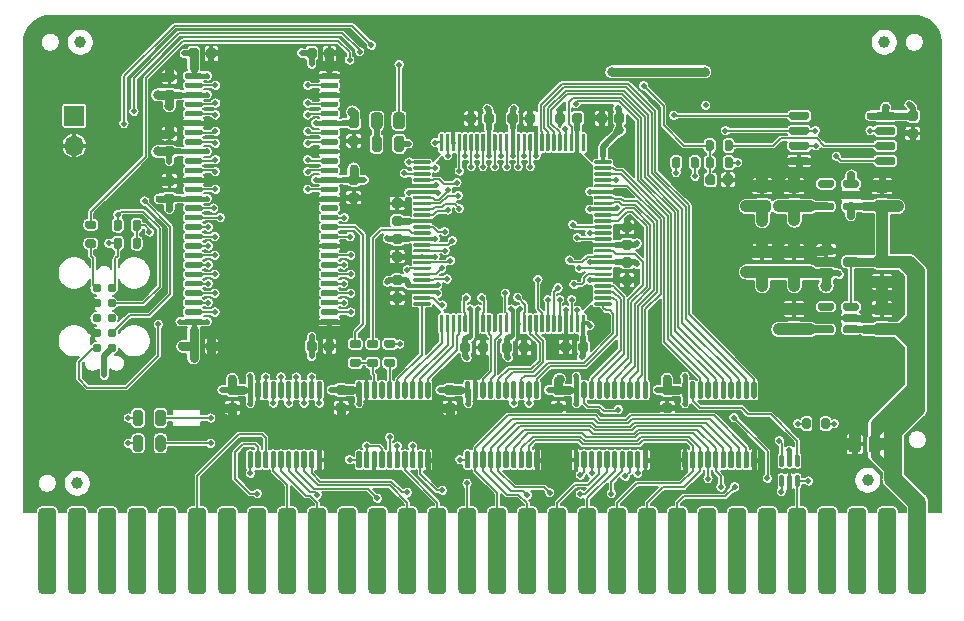
<source format=gtl>
G04 #@! TF.GenerationSoftware,KiCad,Pcbnew,(5.1.10-1-10_14)*
G04 #@! TF.CreationDate,2021-06-01T04:23:09-04:00*
G04 #@! TF.ProjectId,RAM2E,52414d32-452e-46b6-9963-61645f706362,2.0*
G04 #@! TF.SameCoordinates,Original*
G04 #@! TF.FileFunction,Copper,L1,Top*
G04 #@! TF.FilePolarity,Positive*
%FSLAX46Y46*%
G04 Gerber Fmt 4.6, Leading zero omitted, Abs format (unit mm)*
G04 Created by KiCad (PCBNEW (5.1.10-1-10_14)) date 2021-06-01 04:23:09*
%MOMM*%
%LPD*%
G01*
G04 APERTURE LIST*
G04 #@! TA.AperFunction,ComponentPad*
%ADD10O,1.700000X1.700000*%
G04 #@! TD*
G04 #@! TA.AperFunction,ComponentPad*
%ADD11R,1.700000X1.700000*%
G04 #@! TD*
G04 #@! TA.AperFunction,ConnectorPad*
%ADD12C,0.787400*%
G04 #@! TD*
G04 #@! TA.AperFunction,SMDPad,CuDef*
%ADD13C,1.000000*%
G04 #@! TD*
G04 #@! TA.AperFunction,ComponentPad*
%ADD14C,2.000000*%
G04 #@! TD*
G04 #@! TA.AperFunction,ViaPad*
%ADD15C,0.500000*%
G04 #@! TD*
G04 #@! TA.AperFunction,ViaPad*
%ADD16C,0.762000*%
G04 #@! TD*
G04 #@! TA.AperFunction,ViaPad*
%ADD17C,1.000000*%
G04 #@! TD*
G04 #@! TA.AperFunction,ViaPad*
%ADD18C,0.600000*%
G04 #@! TD*
G04 #@! TA.AperFunction,ViaPad*
%ADD19C,0.800000*%
G04 #@! TD*
G04 #@! TA.AperFunction,ViaPad*
%ADD20C,0.508000*%
G04 #@! TD*
G04 #@! TA.AperFunction,Conductor*
%ADD21C,0.450000*%
G04 #@! TD*
G04 #@! TA.AperFunction,Conductor*
%ADD22C,0.762000*%
G04 #@! TD*
G04 #@! TA.AperFunction,Conductor*
%ADD23C,1.524000*%
G04 #@! TD*
G04 #@! TA.AperFunction,Conductor*
%ADD24C,1.000000*%
G04 #@! TD*
G04 #@! TA.AperFunction,Conductor*
%ADD25C,0.800000*%
G04 #@! TD*
G04 #@! TA.AperFunction,Conductor*
%ADD26C,0.650000*%
G04 #@! TD*
G04 #@! TA.AperFunction,Conductor*
%ADD27C,0.508000*%
G04 #@! TD*
G04 #@! TA.AperFunction,Conductor*
%ADD28C,0.600000*%
G04 #@! TD*
G04 #@! TA.AperFunction,Conductor*
%ADD29C,0.150000*%
G04 #@! TD*
G04 #@! TA.AperFunction,Conductor*
%ADD30C,0.500000*%
G04 #@! TD*
G04 #@! TA.AperFunction,Conductor*
%ADD31C,0.300000*%
G04 #@! TD*
G04 #@! TA.AperFunction,Conductor*
%ADD32C,0.400000*%
G04 #@! TD*
G04 #@! TA.AperFunction,Conductor*
%ADD33C,0.152400*%
G04 #@! TD*
G04 #@! TA.AperFunction,Conductor*
%ADD34C,0.154000*%
G04 #@! TD*
G04 #@! TA.AperFunction,Conductor*
%ADD35C,0.100000*%
G04 #@! TD*
G04 APERTURE END LIST*
G04 #@! TA.AperFunction,SMDPad,CuDef*
G36*
G01*
X257100000Y-100650000D02*
X257100000Y-101250000D01*
G75*
G02*
X256925000Y-101425000I-175000J0D01*
G01*
X256575000Y-101425000D01*
G75*
G02*
X256400000Y-101250000I0J175000D01*
G01*
X256400000Y-100650000D01*
G75*
G02*
X256575000Y-100475000I175000J0D01*
G01*
X256925000Y-100475000D01*
G75*
G02*
X257100000Y-100650000I0J-175000D01*
G01*
G37*
G04 #@! TD.AperFunction*
G04 #@! TA.AperFunction,SMDPad,CuDef*
G36*
G01*
X258700000Y-100650000D02*
X258700000Y-101250000D01*
G75*
G02*
X258525000Y-101425000I-175000J0D01*
G01*
X258175000Y-101425000D01*
G75*
G02*
X258000000Y-101250000I0J175000D01*
G01*
X258000000Y-100650000D01*
G75*
G02*
X258175000Y-100475000I175000J0D01*
G01*
X258525000Y-100475000D01*
G75*
G02*
X258700000Y-100650000I0J-175000D01*
G01*
G37*
G04 #@! TD.AperFunction*
G04 #@! TA.AperFunction,SMDPad,CuDef*
G36*
G01*
X229350000Y-117400000D02*
X229950000Y-117400000D01*
G75*
G02*
X230125000Y-117575000I0J-175000D01*
G01*
X230125000Y-117925000D01*
G75*
G02*
X229950000Y-118100000I-175000J0D01*
G01*
X229350000Y-118100000D01*
G75*
G02*
X229175000Y-117925000I0J175000D01*
G01*
X229175000Y-117575000D01*
G75*
G02*
X229350000Y-117400000I175000J0D01*
G01*
G37*
G04 #@! TD.AperFunction*
G04 #@! TA.AperFunction,SMDPad,CuDef*
G36*
G01*
X229350000Y-119000000D02*
X229950000Y-119000000D01*
G75*
G02*
X230125000Y-119175000I0J-175000D01*
G01*
X230125000Y-119525000D01*
G75*
G02*
X229950000Y-119700000I-175000J0D01*
G01*
X229350000Y-119700000D01*
G75*
G02*
X229175000Y-119525000I0J175000D01*
G01*
X229175000Y-119175000D01*
G75*
G02*
X229350000Y-119000000I175000J0D01*
G01*
G37*
G04 #@! TD.AperFunction*
G04 #@! TA.AperFunction,SMDPad,CuDef*
G36*
G01*
X227900000Y-119000000D02*
X228500000Y-119000000D01*
G75*
G02*
X228675000Y-119175000I0J-175000D01*
G01*
X228675000Y-119525000D01*
G75*
G02*
X228500000Y-119700000I-175000J0D01*
G01*
X227900000Y-119700000D01*
G75*
G02*
X227725000Y-119525000I0J175000D01*
G01*
X227725000Y-119175000D01*
G75*
G02*
X227900000Y-119000000I175000J0D01*
G01*
G37*
G04 #@! TD.AperFunction*
G04 #@! TA.AperFunction,SMDPad,CuDef*
G36*
G01*
X227900000Y-117400000D02*
X228500000Y-117400000D01*
G75*
G02*
X228675000Y-117575000I0J-175000D01*
G01*
X228675000Y-117925000D01*
G75*
G02*
X228500000Y-118100000I-175000J0D01*
G01*
X227900000Y-118100000D01*
G75*
G02*
X227725000Y-117925000I0J175000D01*
G01*
X227725000Y-117575000D01*
G75*
G02*
X227900000Y-117400000I175000J0D01*
G01*
G37*
G04 #@! TD.AperFunction*
G04 #@! TA.AperFunction,SMDPad,CuDef*
G36*
G01*
X223795000Y-95164500D02*
X223795000Y-94935500D01*
G75*
G02*
X223909500Y-94821000I114500J0D01*
G01*
X225190500Y-94821000D01*
G75*
G02*
X225305000Y-94935500I0J-114500D01*
G01*
X225305000Y-95164500D01*
G75*
G02*
X225190500Y-95279000I-114500J0D01*
G01*
X223909500Y-95279000D01*
G75*
G02*
X223795000Y-95164500I0J114500D01*
G01*
G37*
G04 #@! TD.AperFunction*
G04 #@! TA.AperFunction,SMDPad,CuDef*
G36*
G01*
X223795000Y-95964500D02*
X223795000Y-95735500D01*
G75*
G02*
X223909500Y-95621000I114500J0D01*
G01*
X225190500Y-95621000D01*
G75*
G02*
X225305000Y-95735500I0J-114500D01*
G01*
X225305000Y-95964500D01*
G75*
G02*
X225190500Y-96079000I-114500J0D01*
G01*
X223909500Y-96079000D01*
G75*
G02*
X223795000Y-95964500I0J114500D01*
G01*
G37*
G04 #@! TD.AperFunction*
G04 #@! TA.AperFunction,SMDPad,CuDef*
G36*
G01*
X223795000Y-96764500D02*
X223795000Y-96535500D01*
G75*
G02*
X223909500Y-96421000I114500J0D01*
G01*
X225190500Y-96421000D01*
G75*
G02*
X225305000Y-96535500I0J-114500D01*
G01*
X225305000Y-96764500D01*
G75*
G02*
X225190500Y-96879000I-114500J0D01*
G01*
X223909500Y-96879000D01*
G75*
G02*
X223795000Y-96764500I0J114500D01*
G01*
G37*
G04 #@! TD.AperFunction*
G04 #@! TA.AperFunction,SMDPad,CuDef*
G36*
G01*
X223795000Y-97564500D02*
X223795000Y-97335500D01*
G75*
G02*
X223909500Y-97221000I114500J0D01*
G01*
X225190500Y-97221000D01*
G75*
G02*
X225305000Y-97335500I0J-114500D01*
G01*
X225305000Y-97564500D01*
G75*
G02*
X225190500Y-97679000I-114500J0D01*
G01*
X223909500Y-97679000D01*
G75*
G02*
X223795000Y-97564500I0J114500D01*
G01*
G37*
G04 #@! TD.AperFunction*
G04 #@! TA.AperFunction,SMDPad,CuDef*
G36*
G01*
X223795000Y-98364500D02*
X223795000Y-98135500D01*
G75*
G02*
X223909500Y-98021000I114500J0D01*
G01*
X225190500Y-98021000D01*
G75*
G02*
X225305000Y-98135500I0J-114500D01*
G01*
X225305000Y-98364500D01*
G75*
G02*
X225190500Y-98479000I-114500J0D01*
G01*
X223909500Y-98479000D01*
G75*
G02*
X223795000Y-98364500I0J114500D01*
G01*
G37*
G04 #@! TD.AperFunction*
G04 #@! TA.AperFunction,SMDPad,CuDef*
G36*
G01*
X223795000Y-99164500D02*
X223795000Y-98935500D01*
G75*
G02*
X223909500Y-98821000I114500J0D01*
G01*
X225190500Y-98821000D01*
G75*
G02*
X225305000Y-98935500I0J-114500D01*
G01*
X225305000Y-99164500D01*
G75*
G02*
X225190500Y-99279000I-114500J0D01*
G01*
X223909500Y-99279000D01*
G75*
G02*
X223795000Y-99164500I0J114500D01*
G01*
G37*
G04 #@! TD.AperFunction*
G04 #@! TA.AperFunction,SMDPad,CuDef*
G36*
G01*
X223795000Y-99964500D02*
X223795000Y-99735500D01*
G75*
G02*
X223909500Y-99621000I114500J0D01*
G01*
X225190500Y-99621000D01*
G75*
G02*
X225305000Y-99735500I0J-114500D01*
G01*
X225305000Y-99964500D01*
G75*
G02*
X225190500Y-100079000I-114500J0D01*
G01*
X223909500Y-100079000D01*
G75*
G02*
X223795000Y-99964500I0J114500D01*
G01*
G37*
G04 #@! TD.AperFunction*
G04 #@! TA.AperFunction,SMDPad,CuDef*
G36*
G01*
X223795000Y-100764500D02*
X223795000Y-100535500D01*
G75*
G02*
X223909500Y-100421000I114500J0D01*
G01*
X225190500Y-100421000D01*
G75*
G02*
X225305000Y-100535500I0J-114500D01*
G01*
X225305000Y-100764500D01*
G75*
G02*
X225190500Y-100879000I-114500J0D01*
G01*
X223909500Y-100879000D01*
G75*
G02*
X223795000Y-100764500I0J114500D01*
G01*
G37*
G04 #@! TD.AperFunction*
G04 #@! TA.AperFunction,SMDPad,CuDef*
G36*
G01*
X223795000Y-101564500D02*
X223795000Y-101335500D01*
G75*
G02*
X223909500Y-101221000I114500J0D01*
G01*
X225190500Y-101221000D01*
G75*
G02*
X225305000Y-101335500I0J-114500D01*
G01*
X225305000Y-101564500D01*
G75*
G02*
X225190500Y-101679000I-114500J0D01*
G01*
X223909500Y-101679000D01*
G75*
G02*
X223795000Y-101564500I0J114500D01*
G01*
G37*
G04 #@! TD.AperFunction*
G04 #@! TA.AperFunction,SMDPad,CuDef*
G36*
G01*
X223795000Y-102364500D02*
X223795000Y-102135500D01*
G75*
G02*
X223909500Y-102021000I114500J0D01*
G01*
X225190500Y-102021000D01*
G75*
G02*
X225305000Y-102135500I0J-114500D01*
G01*
X225305000Y-102364500D01*
G75*
G02*
X225190500Y-102479000I-114500J0D01*
G01*
X223909500Y-102479000D01*
G75*
G02*
X223795000Y-102364500I0J114500D01*
G01*
G37*
G04 #@! TD.AperFunction*
G04 #@! TA.AperFunction,SMDPad,CuDef*
G36*
G01*
X223795000Y-103164500D02*
X223795000Y-102935500D01*
G75*
G02*
X223909500Y-102821000I114500J0D01*
G01*
X225190500Y-102821000D01*
G75*
G02*
X225305000Y-102935500I0J-114500D01*
G01*
X225305000Y-103164500D01*
G75*
G02*
X225190500Y-103279000I-114500J0D01*
G01*
X223909500Y-103279000D01*
G75*
G02*
X223795000Y-103164500I0J114500D01*
G01*
G37*
G04 #@! TD.AperFunction*
G04 #@! TA.AperFunction,SMDPad,CuDef*
G36*
G01*
X223795000Y-103964500D02*
X223795000Y-103735500D01*
G75*
G02*
X223909500Y-103621000I114500J0D01*
G01*
X225190500Y-103621000D01*
G75*
G02*
X225305000Y-103735500I0J-114500D01*
G01*
X225305000Y-103964500D01*
G75*
G02*
X225190500Y-104079000I-114500J0D01*
G01*
X223909500Y-104079000D01*
G75*
G02*
X223795000Y-103964500I0J114500D01*
G01*
G37*
G04 #@! TD.AperFunction*
G04 #@! TA.AperFunction,SMDPad,CuDef*
G36*
G01*
X223795000Y-104764500D02*
X223795000Y-104535500D01*
G75*
G02*
X223909500Y-104421000I114500J0D01*
G01*
X225190500Y-104421000D01*
G75*
G02*
X225305000Y-104535500I0J-114500D01*
G01*
X225305000Y-104764500D01*
G75*
G02*
X225190500Y-104879000I-114500J0D01*
G01*
X223909500Y-104879000D01*
G75*
G02*
X223795000Y-104764500I0J114500D01*
G01*
G37*
G04 #@! TD.AperFunction*
G04 #@! TA.AperFunction,SMDPad,CuDef*
G36*
G01*
X223795000Y-105564500D02*
X223795000Y-105335500D01*
G75*
G02*
X223909500Y-105221000I114500J0D01*
G01*
X225190500Y-105221000D01*
G75*
G02*
X225305000Y-105335500I0J-114500D01*
G01*
X225305000Y-105564500D01*
G75*
G02*
X225190500Y-105679000I-114500J0D01*
G01*
X223909500Y-105679000D01*
G75*
G02*
X223795000Y-105564500I0J114500D01*
G01*
G37*
G04 #@! TD.AperFunction*
G04 #@! TA.AperFunction,SMDPad,CuDef*
G36*
G01*
X223795000Y-106364500D02*
X223795000Y-106135500D01*
G75*
G02*
X223909500Y-106021000I114500J0D01*
G01*
X225190500Y-106021000D01*
G75*
G02*
X225305000Y-106135500I0J-114500D01*
G01*
X225305000Y-106364500D01*
G75*
G02*
X225190500Y-106479000I-114500J0D01*
G01*
X223909500Y-106479000D01*
G75*
G02*
X223795000Y-106364500I0J114500D01*
G01*
G37*
G04 #@! TD.AperFunction*
G04 #@! TA.AperFunction,SMDPad,CuDef*
G36*
G01*
X223795000Y-107164500D02*
X223795000Y-106935500D01*
G75*
G02*
X223909500Y-106821000I114500J0D01*
G01*
X225190500Y-106821000D01*
G75*
G02*
X225305000Y-106935500I0J-114500D01*
G01*
X225305000Y-107164500D01*
G75*
G02*
X225190500Y-107279000I-114500J0D01*
G01*
X223909500Y-107279000D01*
G75*
G02*
X223795000Y-107164500I0J114500D01*
G01*
G37*
G04 #@! TD.AperFunction*
G04 #@! TA.AperFunction,SMDPad,CuDef*
G36*
G01*
X223795000Y-107964500D02*
X223795000Y-107735500D01*
G75*
G02*
X223909500Y-107621000I114500J0D01*
G01*
X225190500Y-107621000D01*
G75*
G02*
X225305000Y-107735500I0J-114500D01*
G01*
X225305000Y-107964500D01*
G75*
G02*
X225190500Y-108079000I-114500J0D01*
G01*
X223909500Y-108079000D01*
G75*
G02*
X223795000Y-107964500I0J114500D01*
G01*
G37*
G04 #@! TD.AperFunction*
G04 #@! TA.AperFunction,SMDPad,CuDef*
G36*
G01*
X223795000Y-108764500D02*
X223795000Y-108535500D01*
G75*
G02*
X223909500Y-108421000I114500J0D01*
G01*
X225190500Y-108421000D01*
G75*
G02*
X225305000Y-108535500I0J-114500D01*
G01*
X225305000Y-108764500D01*
G75*
G02*
X225190500Y-108879000I-114500J0D01*
G01*
X223909500Y-108879000D01*
G75*
G02*
X223795000Y-108764500I0J114500D01*
G01*
G37*
G04 #@! TD.AperFunction*
G04 #@! TA.AperFunction,SMDPad,CuDef*
G36*
G01*
X223795000Y-109564500D02*
X223795000Y-109335500D01*
G75*
G02*
X223909500Y-109221000I114500J0D01*
G01*
X225190500Y-109221000D01*
G75*
G02*
X225305000Y-109335500I0J-114500D01*
G01*
X225305000Y-109564500D01*
G75*
G02*
X225190500Y-109679000I-114500J0D01*
G01*
X223909500Y-109679000D01*
G75*
G02*
X223795000Y-109564500I0J114500D01*
G01*
G37*
G04 #@! TD.AperFunction*
G04 #@! TA.AperFunction,SMDPad,CuDef*
G36*
G01*
X223795000Y-110364500D02*
X223795000Y-110135500D01*
G75*
G02*
X223909500Y-110021000I114500J0D01*
G01*
X225190500Y-110021000D01*
G75*
G02*
X225305000Y-110135500I0J-114500D01*
G01*
X225305000Y-110364500D01*
G75*
G02*
X225190500Y-110479000I-114500J0D01*
G01*
X223909500Y-110479000D01*
G75*
G02*
X223795000Y-110364500I0J114500D01*
G01*
G37*
G04 #@! TD.AperFunction*
G04 #@! TA.AperFunction,SMDPad,CuDef*
G36*
G01*
X223795000Y-111164500D02*
X223795000Y-110935500D01*
G75*
G02*
X223909500Y-110821000I114500J0D01*
G01*
X225190500Y-110821000D01*
G75*
G02*
X225305000Y-110935500I0J-114500D01*
G01*
X225305000Y-111164500D01*
G75*
G02*
X225190500Y-111279000I-114500J0D01*
G01*
X223909500Y-111279000D01*
G75*
G02*
X223795000Y-111164500I0J114500D01*
G01*
G37*
G04 #@! TD.AperFunction*
G04 #@! TA.AperFunction,SMDPad,CuDef*
G36*
G01*
X223795000Y-111964500D02*
X223795000Y-111735500D01*
G75*
G02*
X223909500Y-111621000I114500J0D01*
G01*
X225190500Y-111621000D01*
G75*
G02*
X225305000Y-111735500I0J-114500D01*
G01*
X225305000Y-111964500D01*
G75*
G02*
X225190500Y-112079000I-114500J0D01*
G01*
X223909500Y-112079000D01*
G75*
G02*
X223795000Y-111964500I0J114500D01*
G01*
G37*
G04 #@! TD.AperFunction*
G04 #@! TA.AperFunction,SMDPad,CuDef*
G36*
G01*
X223795000Y-112764500D02*
X223795000Y-112535500D01*
G75*
G02*
X223909500Y-112421000I114500J0D01*
G01*
X225190500Y-112421000D01*
G75*
G02*
X225305000Y-112535500I0J-114500D01*
G01*
X225305000Y-112764500D01*
G75*
G02*
X225190500Y-112879000I-114500J0D01*
G01*
X223909500Y-112879000D01*
G75*
G02*
X223795000Y-112764500I0J114500D01*
G01*
G37*
G04 #@! TD.AperFunction*
G04 #@! TA.AperFunction,SMDPad,CuDef*
G36*
G01*
X223795000Y-113564500D02*
X223795000Y-113335500D01*
G75*
G02*
X223909500Y-113221000I114500J0D01*
G01*
X225190500Y-113221000D01*
G75*
G02*
X225305000Y-113335500I0J-114500D01*
G01*
X225305000Y-113564500D01*
G75*
G02*
X225190500Y-113679000I-114500J0D01*
G01*
X223909500Y-113679000D01*
G75*
G02*
X223795000Y-113564500I0J114500D01*
G01*
G37*
G04 #@! TD.AperFunction*
G04 #@! TA.AperFunction,SMDPad,CuDef*
G36*
G01*
X223795000Y-114364500D02*
X223795000Y-114135500D01*
G75*
G02*
X223909500Y-114021000I114500J0D01*
G01*
X225190500Y-114021000D01*
G75*
G02*
X225305000Y-114135500I0J-114500D01*
G01*
X225305000Y-114364500D01*
G75*
G02*
X225190500Y-114479000I-114500J0D01*
G01*
X223909500Y-114479000D01*
G75*
G02*
X223795000Y-114364500I0J114500D01*
G01*
G37*
G04 #@! TD.AperFunction*
G04 #@! TA.AperFunction,SMDPad,CuDef*
G36*
G01*
X223795000Y-115164500D02*
X223795000Y-114935500D01*
G75*
G02*
X223909500Y-114821000I114500J0D01*
G01*
X225190500Y-114821000D01*
G75*
G02*
X225305000Y-114935500I0J-114500D01*
G01*
X225305000Y-115164500D01*
G75*
G02*
X225190500Y-115279000I-114500J0D01*
G01*
X223909500Y-115279000D01*
G75*
G02*
X223795000Y-115164500I0J114500D01*
G01*
G37*
G04 #@! TD.AperFunction*
G04 #@! TA.AperFunction,SMDPad,CuDef*
G36*
G01*
X223795000Y-115964500D02*
X223795000Y-115735500D01*
G75*
G02*
X223909500Y-115621000I114500J0D01*
G01*
X225190500Y-115621000D01*
G75*
G02*
X225305000Y-115735500I0J-114500D01*
G01*
X225305000Y-115964500D01*
G75*
G02*
X225190500Y-116079000I-114500J0D01*
G01*
X223909500Y-116079000D01*
G75*
G02*
X223795000Y-115964500I0J114500D01*
G01*
G37*
G04 #@! TD.AperFunction*
G04 #@! TA.AperFunction,SMDPad,CuDef*
G36*
G01*
X212295000Y-115964500D02*
X212295000Y-115735500D01*
G75*
G02*
X212409500Y-115621000I114500J0D01*
G01*
X213690500Y-115621000D01*
G75*
G02*
X213805000Y-115735500I0J-114500D01*
G01*
X213805000Y-115964500D01*
G75*
G02*
X213690500Y-116079000I-114500J0D01*
G01*
X212409500Y-116079000D01*
G75*
G02*
X212295000Y-115964500I0J114500D01*
G01*
G37*
G04 #@! TD.AperFunction*
G04 #@! TA.AperFunction,SMDPad,CuDef*
G36*
G01*
X212295000Y-115164500D02*
X212295000Y-114935500D01*
G75*
G02*
X212409500Y-114821000I114500J0D01*
G01*
X213690500Y-114821000D01*
G75*
G02*
X213805000Y-114935500I0J-114500D01*
G01*
X213805000Y-115164500D01*
G75*
G02*
X213690500Y-115279000I-114500J0D01*
G01*
X212409500Y-115279000D01*
G75*
G02*
X212295000Y-115164500I0J114500D01*
G01*
G37*
G04 #@! TD.AperFunction*
G04 #@! TA.AperFunction,SMDPad,CuDef*
G36*
G01*
X212295000Y-114364500D02*
X212295000Y-114135500D01*
G75*
G02*
X212409500Y-114021000I114500J0D01*
G01*
X213690500Y-114021000D01*
G75*
G02*
X213805000Y-114135500I0J-114500D01*
G01*
X213805000Y-114364500D01*
G75*
G02*
X213690500Y-114479000I-114500J0D01*
G01*
X212409500Y-114479000D01*
G75*
G02*
X212295000Y-114364500I0J114500D01*
G01*
G37*
G04 #@! TD.AperFunction*
G04 #@! TA.AperFunction,SMDPad,CuDef*
G36*
G01*
X212295000Y-113564500D02*
X212295000Y-113335500D01*
G75*
G02*
X212409500Y-113221000I114500J0D01*
G01*
X213690500Y-113221000D01*
G75*
G02*
X213805000Y-113335500I0J-114500D01*
G01*
X213805000Y-113564500D01*
G75*
G02*
X213690500Y-113679000I-114500J0D01*
G01*
X212409500Y-113679000D01*
G75*
G02*
X212295000Y-113564500I0J114500D01*
G01*
G37*
G04 #@! TD.AperFunction*
G04 #@! TA.AperFunction,SMDPad,CuDef*
G36*
G01*
X212295000Y-112764500D02*
X212295000Y-112535500D01*
G75*
G02*
X212409500Y-112421000I114500J0D01*
G01*
X213690500Y-112421000D01*
G75*
G02*
X213805000Y-112535500I0J-114500D01*
G01*
X213805000Y-112764500D01*
G75*
G02*
X213690500Y-112879000I-114500J0D01*
G01*
X212409500Y-112879000D01*
G75*
G02*
X212295000Y-112764500I0J114500D01*
G01*
G37*
G04 #@! TD.AperFunction*
G04 #@! TA.AperFunction,SMDPad,CuDef*
G36*
G01*
X212295000Y-111964500D02*
X212295000Y-111735500D01*
G75*
G02*
X212409500Y-111621000I114500J0D01*
G01*
X213690500Y-111621000D01*
G75*
G02*
X213805000Y-111735500I0J-114500D01*
G01*
X213805000Y-111964500D01*
G75*
G02*
X213690500Y-112079000I-114500J0D01*
G01*
X212409500Y-112079000D01*
G75*
G02*
X212295000Y-111964500I0J114500D01*
G01*
G37*
G04 #@! TD.AperFunction*
G04 #@! TA.AperFunction,SMDPad,CuDef*
G36*
G01*
X212295000Y-111164500D02*
X212295000Y-110935500D01*
G75*
G02*
X212409500Y-110821000I114500J0D01*
G01*
X213690500Y-110821000D01*
G75*
G02*
X213805000Y-110935500I0J-114500D01*
G01*
X213805000Y-111164500D01*
G75*
G02*
X213690500Y-111279000I-114500J0D01*
G01*
X212409500Y-111279000D01*
G75*
G02*
X212295000Y-111164500I0J114500D01*
G01*
G37*
G04 #@! TD.AperFunction*
G04 #@! TA.AperFunction,SMDPad,CuDef*
G36*
G01*
X212295000Y-110364500D02*
X212295000Y-110135500D01*
G75*
G02*
X212409500Y-110021000I114500J0D01*
G01*
X213690500Y-110021000D01*
G75*
G02*
X213805000Y-110135500I0J-114500D01*
G01*
X213805000Y-110364500D01*
G75*
G02*
X213690500Y-110479000I-114500J0D01*
G01*
X212409500Y-110479000D01*
G75*
G02*
X212295000Y-110364500I0J114500D01*
G01*
G37*
G04 #@! TD.AperFunction*
G04 #@! TA.AperFunction,SMDPad,CuDef*
G36*
G01*
X212295000Y-109564500D02*
X212295000Y-109335500D01*
G75*
G02*
X212409500Y-109221000I114500J0D01*
G01*
X213690500Y-109221000D01*
G75*
G02*
X213805000Y-109335500I0J-114500D01*
G01*
X213805000Y-109564500D01*
G75*
G02*
X213690500Y-109679000I-114500J0D01*
G01*
X212409500Y-109679000D01*
G75*
G02*
X212295000Y-109564500I0J114500D01*
G01*
G37*
G04 #@! TD.AperFunction*
G04 #@! TA.AperFunction,SMDPad,CuDef*
G36*
G01*
X212295000Y-108764500D02*
X212295000Y-108535500D01*
G75*
G02*
X212409500Y-108421000I114500J0D01*
G01*
X213690500Y-108421000D01*
G75*
G02*
X213805000Y-108535500I0J-114500D01*
G01*
X213805000Y-108764500D01*
G75*
G02*
X213690500Y-108879000I-114500J0D01*
G01*
X212409500Y-108879000D01*
G75*
G02*
X212295000Y-108764500I0J114500D01*
G01*
G37*
G04 #@! TD.AperFunction*
G04 #@! TA.AperFunction,SMDPad,CuDef*
G36*
G01*
X212295000Y-107964500D02*
X212295000Y-107735500D01*
G75*
G02*
X212409500Y-107621000I114500J0D01*
G01*
X213690500Y-107621000D01*
G75*
G02*
X213805000Y-107735500I0J-114500D01*
G01*
X213805000Y-107964500D01*
G75*
G02*
X213690500Y-108079000I-114500J0D01*
G01*
X212409500Y-108079000D01*
G75*
G02*
X212295000Y-107964500I0J114500D01*
G01*
G37*
G04 #@! TD.AperFunction*
G04 #@! TA.AperFunction,SMDPad,CuDef*
G36*
G01*
X212295000Y-107164500D02*
X212295000Y-106935500D01*
G75*
G02*
X212409500Y-106821000I114500J0D01*
G01*
X213690500Y-106821000D01*
G75*
G02*
X213805000Y-106935500I0J-114500D01*
G01*
X213805000Y-107164500D01*
G75*
G02*
X213690500Y-107279000I-114500J0D01*
G01*
X212409500Y-107279000D01*
G75*
G02*
X212295000Y-107164500I0J114500D01*
G01*
G37*
G04 #@! TD.AperFunction*
G04 #@! TA.AperFunction,SMDPad,CuDef*
G36*
G01*
X212295000Y-106364500D02*
X212295000Y-106135500D01*
G75*
G02*
X212409500Y-106021000I114500J0D01*
G01*
X213690500Y-106021000D01*
G75*
G02*
X213805000Y-106135500I0J-114500D01*
G01*
X213805000Y-106364500D01*
G75*
G02*
X213690500Y-106479000I-114500J0D01*
G01*
X212409500Y-106479000D01*
G75*
G02*
X212295000Y-106364500I0J114500D01*
G01*
G37*
G04 #@! TD.AperFunction*
G04 #@! TA.AperFunction,SMDPad,CuDef*
G36*
G01*
X212295000Y-105564500D02*
X212295000Y-105335500D01*
G75*
G02*
X212409500Y-105221000I114500J0D01*
G01*
X213690500Y-105221000D01*
G75*
G02*
X213805000Y-105335500I0J-114500D01*
G01*
X213805000Y-105564500D01*
G75*
G02*
X213690500Y-105679000I-114500J0D01*
G01*
X212409500Y-105679000D01*
G75*
G02*
X212295000Y-105564500I0J114500D01*
G01*
G37*
G04 #@! TD.AperFunction*
G04 #@! TA.AperFunction,SMDPad,CuDef*
G36*
G01*
X212295000Y-104764500D02*
X212295000Y-104535500D01*
G75*
G02*
X212409500Y-104421000I114500J0D01*
G01*
X213690500Y-104421000D01*
G75*
G02*
X213805000Y-104535500I0J-114500D01*
G01*
X213805000Y-104764500D01*
G75*
G02*
X213690500Y-104879000I-114500J0D01*
G01*
X212409500Y-104879000D01*
G75*
G02*
X212295000Y-104764500I0J114500D01*
G01*
G37*
G04 #@! TD.AperFunction*
G04 #@! TA.AperFunction,SMDPad,CuDef*
G36*
G01*
X212295000Y-103964500D02*
X212295000Y-103735500D01*
G75*
G02*
X212409500Y-103621000I114500J0D01*
G01*
X213690500Y-103621000D01*
G75*
G02*
X213805000Y-103735500I0J-114500D01*
G01*
X213805000Y-103964500D01*
G75*
G02*
X213690500Y-104079000I-114500J0D01*
G01*
X212409500Y-104079000D01*
G75*
G02*
X212295000Y-103964500I0J114500D01*
G01*
G37*
G04 #@! TD.AperFunction*
G04 #@! TA.AperFunction,SMDPad,CuDef*
G36*
G01*
X212295000Y-103164500D02*
X212295000Y-102935500D01*
G75*
G02*
X212409500Y-102821000I114500J0D01*
G01*
X213690500Y-102821000D01*
G75*
G02*
X213805000Y-102935500I0J-114500D01*
G01*
X213805000Y-103164500D01*
G75*
G02*
X213690500Y-103279000I-114500J0D01*
G01*
X212409500Y-103279000D01*
G75*
G02*
X212295000Y-103164500I0J114500D01*
G01*
G37*
G04 #@! TD.AperFunction*
G04 #@! TA.AperFunction,SMDPad,CuDef*
G36*
G01*
X212295000Y-102364500D02*
X212295000Y-102135500D01*
G75*
G02*
X212409500Y-102021000I114500J0D01*
G01*
X213690500Y-102021000D01*
G75*
G02*
X213805000Y-102135500I0J-114500D01*
G01*
X213805000Y-102364500D01*
G75*
G02*
X213690500Y-102479000I-114500J0D01*
G01*
X212409500Y-102479000D01*
G75*
G02*
X212295000Y-102364500I0J114500D01*
G01*
G37*
G04 #@! TD.AperFunction*
G04 #@! TA.AperFunction,SMDPad,CuDef*
G36*
G01*
X212295000Y-101564500D02*
X212295000Y-101335500D01*
G75*
G02*
X212409500Y-101221000I114500J0D01*
G01*
X213690500Y-101221000D01*
G75*
G02*
X213805000Y-101335500I0J-114500D01*
G01*
X213805000Y-101564500D01*
G75*
G02*
X213690500Y-101679000I-114500J0D01*
G01*
X212409500Y-101679000D01*
G75*
G02*
X212295000Y-101564500I0J114500D01*
G01*
G37*
G04 #@! TD.AperFunction*
G04 #@! TA.AperFunction,SMDPad,CuDef*
G36*
G01*
X212295000Y-100764500D02*
X212295000Y-100535500D01*
G75*
G02*
X212409500Y-100421000I114500J0D01*
G01*
X213690500Y-100421000D01*
G75*
G02*
X213805000Y-100535500I0J-114500D01*
G01*
X213805000Y-100764500D01*
G75*
G02*
X213690500Y-100879000I-114500J0D01*
G01*
X212409500Y-100879000D01*
G75*
G02*
X212295000Y-100764500I0J114500D01*
G01*
G37*
G04 #@! TD.AperFunction*
G04 #@! TA.AperFunction,SMDPad,CuDef*
G36*
G01*
X212295000Y-99964500D02*
X212295000Y-99735500D01*
G75*
G02*
X212409500Y-99621000I114500J0D01*
G01*
X213690500Y-99621000D01*
G75*
G02*
X213805000Y-99735500I0J-114500D01*
G01*
X213805000Y-99964500D01*
G75*
G02*
X213690500Y-100079000I-114500J0D01*
G01*
X212409500Y-100079000D01*
G75*
G02*
X212295000Y-99964500I0J114500D01*
G01*
G37*
G04 #@! TD.AperFunction*
G04 #@! TA.AperFunction,SMDPad,CuDef*
G36*
G01*
X212295000Y-99164500D02*
X212295000Y-98935500D01*
G75*
G02*
X212409500Y-98821000I114500J0D01*
G01*
X213690500Y-98821000D01*
G75*
G02*
X213805000Y-98935500I0J-114500D01*
G01*
X213805000Y-99164500D01*
G75*
G02*
X213690500Y-99279000I-114500J0D01*
G01*
X212409500Y-99279000D01*
G75*
G02*
X212295000Y-99164500I0J114500D01*
G01*
G37*
G04 #@! TD.AperFunction*
G04 #@! TA.AperFunction,SMDPad,CuDef*
G36*
G01*
X212295000Y-98364500D02*
X212295000Y-98135500D01*
G75*
G02*
X212409500Y-98021000I114500J0D01*
G01*
X213690500Y-98021000D01*
G75*
G02*
X213805000Y-98135500I0J-114500D01*
G01*
X213805000Y-98364500D01*
G75*
G02*
X213690500Y-98479000I-114500J0D01*
G01*
X212409500Y-98479000D01*
G75*
G02*
X212295000Y-98364500I0J114500D01*
G01*
G37*
G04 #@! TD.AperFunction*
G04 #@! TA.AperFunction,SMDPad,CuDef*
G36*
G01*
X212295000Y-97564500D02*
X212295000Y-97335500D01*
G75*
G02*
X212409500Y-97221000I114500J0D01*
G01*
X213690500Y-97221000D01*
G75*
G02*
X213805000Y-97335500I0J-114500D01*
G01*
X213805000Y-97564500D01*
G75*
G02*
X213690500Y-97679000I-114500J0D01*
G01*
X212409500Y-97679000D01*
G75*
G02*
X212295000Y-97564500I0J114500D01*
G01*
G37*
G04 #@! TD.AperFunction*
G04 #@! TA.AperFunction,SMDPad,CuDef*
G36*
G01*
X212295000Y-96764500D02*
X212295000Y-96535500D01*
G75*
G02*
X212409500Y-96421000I114500J0D01*
G01*
X213690500Y-96421000D01*
G75*
G02*
X213805000Y-96535500I0J-114500D01*
G01*
X213805000Y-96764500D01*
G75*
G02*
X213690500Y-96879000I-114500J0D01*
G01*
X212409500Y-96879000D01*
G75*
G02*
X212295000Y-96764500I0J114500D01*
G01*
G37*
G04 #@! TD.AperFunction*
G04 #@! TA.AperFunction,SMDPad,CuDef*
G36*
G01*
X212295000Y-95964500D02*
X212295000Y-95735500D01*
G75*
G02*
X212409500Y-95621000I114500J0D01*
G01*
X213690500Y-95621000D01*
G75*
G02*
X213805000Y-95735500I0J-114500D01*
G01*
X213805000Y-95964500D01*
G75*
G02*
X213690500Y-96079000I-114500J0D01*
G01*
X212409500Y-96079000D01*
G75*
G02*
X212295000Y-95964500I0J114500D01*
G01*
G37*
G04 #@! TD.AperFunction*
G04 #@! TA.AperFunction,SMDPad,CuDef*
G36*
G01*
X212295000Y-95164500D02*
X212295000Y-94935500D01*
G75*
G02*
X212409500Y-94821000I114500J0D01*
G01*
X213690500Y-94821000D01*
G75*
G02*
X213805000Y-94935500I0J-114500D01*
G01*
X213805000Y-95164500D01*
G75*
G02*
X213690500Y-95279000I-114500J0D01*
G01*
X212409500Y-95279000D01*
G75*
G02*
X212295000Y-95164500I0J114500D01*
G01*
G37*
G04 #@! TD.AperFunction*
G04 #@! TA.AperFunction,SMDPad,CuDef*
G36*
G01*
X233900000Y-101350000D02*
X233900000Y-100025000D01*
G75*
G02*
X233975000Y-99950000I75000J0D01*
G01*
X234125000Y-99950000D01*
G75*
G02*
X234200000Y-100025000I0J-75000D01*
G01*
X234200000Y-101350000D01*
G75*
G02*
X234125000Y-101425000I-75000J0D01*
G01*
X233975000Y-101425000D01*
G75*
G02*
X233900000Y-101350000I0J75000D01*
G01*
G37*
G04 #@! TD.AperFunction*
G04 #@! TA.AperFunction,SMDPad,CuDef*
G36*
G01*
X234400000Y-101350000D02*
X234400000Y-100025000D01*
G75*
G02*
X234475000Y-99950000I75000J0D01*
G01*
X234625000Y-99950000D01*
G75*
G02*
X234700000Y-100025000I0J-75000D01*
G01*
X234700000Y-101350000D01*
G75*
G02*
X234625000Y-101425000I-75000J0D01*
G01*
X234475000Y-101425000D01*
G75*
G02*
X234400000Y-101350000I0J75000D01*
G01*
G37*
G04 #@! TD.AperFunction*
G04 #@! TA.AperFunction,SMDPad,CuDef*
G36*
G01*
X234900000Y-101350000D02*
X234900000Y-100025000D01*
G75*
G02*
X234975000Y-99950000I75000J0D01*
G01*
X235125000Y-99950000D01*
G75*
G02*
X235200000Y-100025000I0J-75000D01*
G01*
X235200000Y-101350000D01*
G75*
G02*
X235125000Y-101425000I-75000J0D01*
G01*
X234975000Y-101425000D01*
G75*
G02*
X234900000Y-101350000I0J75000D01*
G01*
G37*
G04 #@! TD.AperFunction*
G04 #@! TA.AperFunction,SMDPad,CuDef*
G36*
G01*
X235400000Y-101350000D02*
X235400000Y-100025000D01*
G75*
G02*
X235475000Y-99950000I75000J0D01*
G01*
X235625000Y-99950000D01*
G75*
G02*
X235700000Y-100025000I0J-75000D01*
G01*
X235700000Y-101350000D01*
G75*
G02*
X235625000Y-101425000I-75000J0D01*
G01*
X235475000Y-101425000D01*
G75*
G02*
X235400000Y-101350000I0J75000D01*
G01*
G37*
G04 #@! TD.AperFunction*
G04 #@! TA.AperFunction,SMDPad,CuDef*
G36*
G01*
X235900000Y-101350000D02*
X235900000Y-100025000D01*
G75*
G02*
X235975000Y-99950000I75000J0D01*
G01*
X236125000Y-99950000D01*
G75*
G02*
X236200000Y-100025000I0J-75000D01*
G01*
X236200000Y-101350000D01*
G75*
G02*
X236125000Y-101425000I-75000J0D01*
G01*
X235975000Y-101425000D01*
G75*
G02*
X235900000Y-101350000I0J75000D01*
G01*
G37*
G04 #@! TD.AperFunction*
G04 #@! TA.AperFunction,SMDPad,CuDef*
G36*
G01*
X236400000Y-101350000D02*
X236400000Y-100025000D01*
G75*
G02*
X236475000Y-99950000I75000J0D01*
G01*
X236625000Y-99950000D01*
G75*
G02*
X236700000Y-100025000I0J-75000D01*
G01*
X236700000Y-101350000D01*
G75*
G02*
X236625000Y-101425000I-75000J0D01*
G01*
X236475000Y-101425000D01*
G75*
G02*
X236400000Y-101350000I0J75000D01*
G01*
G37*
G04 #@! TD.AperFunction*
G04 #@! TA.AperFunction,SMDPad,CuDef*
G36*
G01*
X236900000Y-101350000D02*
X236900000Y-100025000D01*
G75*
G02*
X236975000Y-99950000I75000J0D01*
G01*
X237125000Y-99950000D01*
G75*
G02*
X237200000Y-100025000I0J-75000D01*
G01*
X237200000Y-101350000D01*
G75*
G02*
X237125000Y-101425000I-75000J0D01*
G01*
X236975000Y-101425000D01*
G75*
G02*
X236900000Y-101350000I0J75000D01*
G01*
G37*
G04 #@! TD.AperFunction*
G04 #@! TA.AperFunction,SMDPad,CuDef*
G36*
G01*
X237400000Y-101350000D02*
X237400000Y-100025000D01*
G75*
G02*
X237475000Y-99950000I75000J0D01*
G01*
X237625000Y-99950000D01*
G75*
G02*
X237700000Y-100025000I0J-75000D01*
G01*
X237700000Y-101350000D01*
G75*
G02*
X237625000Y-101425000I-75000J0D01*
G01*
X237475000Y-101425000D01*
G75*
G02*
X237400000Y-101350000I0J75000D01*
G01*
G37*
G04 #@! TD.AperFunction*
G04 #@! TA.AperFunction,SMDPad,CuDef*
G36*
G01*
X237900000Y-101350000D02*
X237900000Y-100025000D01*
G75*
G02*
X237975000Y-99950000I75000J0D01*
G01*
X238125000Y-99950000D01*
G75*
G02*
X238200000Y-100025000I0J-75000D01*
G01*
X238200000Y-101350000D01*
G75*
G02*
X238125000Y-101425000I-75000J0D01*
G01*
X237975000Y-101425000D01*
G75*
G02*
X237900000Y-101350000I0J75000D01*
G01*
G37*
G04 #@! TD.AperFunction*
G04 #@! TA.AperFunction,SMDPad,CuDef*
G36*
G01*
X238400000Y-101350000D02*
X238400000Y-100025000D01*
G75*
G02*
X238475000Y-99950000I75000J0D01*
G01*
X238625000Y-99950000D01*
G75*
G02*
X238700000Y-100025000I0J-75000D01*
G01*
X238700000Y-101350000D01*
G75*
G02*
X238625000Y-101425000I-75000J0D01*
G01*
X238475000Y-101425000D01*
G75*
G02*
X238400000Y-101350000I0J75000D01*
G01*
G37*
G04 #@! TD.AperFunction*
G04 #@! TA.AperFunction,SMDPad,CuDef*
G36*
G01*
X238900000Y-101350000D02*
X238900000Y-100025000D01*
G75*
G02*
X238975000Y-99950000I75000J0D01*
G01*
X239125000Y-99950000D01*
G75*
G02*
X239200000Y-100025000I0J-75000D01*
G01*
X239200000Y-101350000D01*
G75*
G02*
X239125000Y-101425000I-75000J0D01*
G01*
X238975000Y-101425000D01*
G75*
G02*
X238900000Y-101350000I0J75000D01*
G01*
G37*
G04 #@! TD.AperFunction*
G04 #@! TA.AperFunction,SMDPad,CuDef*
G36*
G01*
X239400000Y-101350000D02*
X239400000Y-100025000D01*
G75*
G02*
X239475000Y-99950000I75000J0D01*
G01*
X239625000Y-99950000D01*
G75*
G02*
X239700000Y-100025000I0J-75000D01*
G01*
X239700000Y-101350000D01*
G75*
G02*
X239625000Y-101425000I-75000J0D01*
G01*
X239475000Y-101425000D01*
G75*
G02*
X239400000Y-101350000I0J75000D01*
G01*
G37*
G04 #@! TD.AperFunction*
G04 #@! TA.AperFunction,SMDPad,CuDef*
G36*
G01*
X239900000Y-101350000D02*
X239900000Y-100025000D01*
G75*
G02*
X239975000Y-99950000I75000J0D01*
G01*
X240125000Y-99950000D01*
G75*
G02*
X240200000Y-100025000I0J-75000D01*
G01*
X240200000Y-101350000D01*
G75*
G02*
X240125000Y-101425000I-75000J0D01*
G01*
X239975000Y-101425000D01*
G75*
G02*
X239900000Y-101350000I0J75000D01*
G01*
G37*
G04 #@! TD.AperFunction*
G04 #@! TA.AperFunction,SMDPad,CuDef*
G36*
G01*
X240400000Y-101350000D02*
X240400000Y-100025000D01*
G75*
G02*
X240475000Y-99950000I75000J0D01*
G01*
X240625000Y-99950000D01*
G75*
G02*
X240700000Y-100025000I0J-75000D01*
G01*
X240700000Y-101350000D01*
G75*
G02*
X240625000Y-101425000I-75000J0D01*
G01*
X240475000Y-101425000D01*
G75*
G02*
X240400000Y-101350000I0J75000D01*
G01*
G37*
G04 #@! TD.AperFunction*
G04 #@! TA.AperFunction,SMDPad,CuDef*
G36*
G01*
X240900000Y-101350000D02*
X240900000Y-100025000D01*
G75*
G02*
X240975000Y-99950000I75000J0D01*
G01*
X241125000Y-99950000D01*
G75*
G02*
X241200000Y-100025000I0J-75000D01*
G01*
X241200000Y-101350000D01*
G75*
G02*
X241125000Y-101425000I-75000J0D01*
G01*
X240975000Y-101425000D01*
G75*
G02*
X240900000Y-101350000I0J75000D01*
G01*
G37*
G04 #@! TD.AperFunction*
G04 #@! TA.AperFunction,SMDPad,CuDef*
G36*
G01*
X241400000Y-101350000D02*
X241400000Y-100025000D01*
G75*
G02*
X241475000Y-99950000I75000J0D01*
G01*
X241625000Y-99950000D01*
G75*
G02*
X241700000Y-100025000I0J-75000D01*
G01*
X241700000Y-101350000D01*
G75*
G02*
X241625000Y-101425000I-75000J0D01*
G01*
X241475000Y-101425000D01*
G75*
G02*
X241400000Y-101350000I0J75000D01*
G01*
G37*
G04 #@! TD.AperFunction*
G04 #@! TA.AperFunction,SMDPad,CuDef*
G36*
G01*
X241900000Y-101350000D02*
X241900000Y-100025000D01*
G75*
G02*
X241975000Y-99950000I75000J0D01*
G01*
X242125000Y-99950000D01*
G75*
G02*
X242200000Y-100025000I0J-75000D01*
G01*
X242200000Y-101350000D01*
G75*
G02*
X242125000Y-101425000I-75000J0D01*
G01*
X241975000Y-101425000D01*
G75*
G02*
X241900000Y-101350000I0J75000D01*
G01*
G37*
G04 #@! TD.AperFunction*
G04 #@! TA.AperFunction,SMDPad,CuDef*
G36*
G01*
X242400000Y-101350000D02*
X242400000Y-100025000D01*
G75*
G02*
X242475000Y-99950000I75000J0D01*
G01*
X242625000Y-99950000D01*
G75*
G02*
X242700000Y-100025000I0J-75000D01*
G01*
X242700000Y-101350000D01*
G75*
G02*
X242625000Y-101425000I-75000J0D01*
G01*
X242475000Y-101425000D01*
G75*
G02*
X242400000Y-101350000I0J75000D01*
G01*
G37*
G04 #@! TD.AperFunction*
G04 #@! TA.AperFunction,SMDPad,CuDef*
G36*
G01*
X242900000Y-101350000D02*
X242900000Y-100025000D01*
G75*
G02*
X242975000Y-99950000I75000J0D01*
G01*
X243125000Y-99950000D01*
G75*
G02*
X243200000Y-100025000I0J-75000D01*
G01*
X243200000Y-101350000D01*
G75*
G02*
X243125000Y-101425000I-75000J0D01*
G01*
X242975000Y-101425000D01*
G75*
G02*
X242900000Y-101350000I0J75000D01*
G01*
G37*
G04 #@! TD.AperFunction*
G04 #@! TA.AperFunction,SMDPad,CuDef*
G36*
G01*
X243400000Y-101350000D02*
X243400000Y-100025000D01*
G75*
G02*
X243475000Y-99950000I75000J0D01*
G01*
X243625000Y-99950000D01*
G75*
G02*
X243700000Y-100025000I0J-75000D01*
G01*
X243700000Y-101350000D01*
G75*
G02*
X243625000Y-101425000I-75000J0D01*
G01*
X243475000Y-101425000D01*
G75*
G02*
X243400000Y-101350000I0J75000D01*
G01*
G37*
G04 #@! TD.AperFunction*
G04 #@! TA.AperFunction,SMDPad,CuDef*
G36*
G01*
X243900000Y-101350000D02*
X243900000Y-100025000D01*
G75*
G02*
X243975000Y-99950000I75000J0D01*
G01*
X244125000Y-99950000D01*
G75*
G02*
X244200000Y-100025000I0J-75000D01*
G01*
X244200000Y-101350000D01*
G75*
G02*
X244125000Y-101425000I-75000J0D01*
G01*
X243975000Y-101425000D01*
G75*
G02*
X243900000Y-101350000I0J75000D01*
G01*
G37*
G04 #@! TD.AperFunction*
G04 #@! TA.AperFunction,SMDPad,CuDef*
G36*
G01*
X244400000Y-101350000D02*
X244400000Y-100025000D01*
G75*
G02*
X244475000Y-99950000I75000J0D01*
G01*
X244625000Y-99950000D01*
G75*
G02*
X244700000Y-100025000I0J-75000D01*
G01*
X244700000Y-101350000D01*
G75*
G02*
X244625000Y-101425000I-75000J0D01*
G01*
X244475000Y-101425000D01*
G75*
G02*
X244400000Y-101350000I0J75000D01*
G01*
G37*
G04 #@! TD.AperFunction*
G04 #@! TA.AperFunction,SMDPad,CuDef*
G36*
G01*
X244900000Y-101350000D02*
X244900000Y-100025000D01*
G75*
G02*
X244975000Y-99950000I75000J0D01*
G01*
X245125000Y-99950000D01*
G75*
G02*
X245200000Y-100025000I0J-75000D01*
G01*
X245200000Y-101350000D01*
G75*
G02*
X245125000Y-101425000I-75000J0D01*
G01*
X244975000Y-101425000D01*
G75*
G02*
X244900000Y-101350000I0J75000D01*
G01*
G37*
G04 #@! TD.AperFunction*
G04 #@! TA.AperFunction,SMDPad,CuDef*
G36*
G01*
X245400000Y-101350000D02*
X245400000Y-100025000D01*
G75*
G02*
X245475000Y-99950000I75000J0D01*
G01*
X245625000Y-99950000D01*
G75*
G02*
X245700000Y-100025000I0J-75000D01*
G01*
X245700000Y-101350000D01*
G75*
G02*
X245625000Y-101425000I-75000J0D01*
G01*
X245475000Y-101425000D01*
G75*
G02*
X245400000Y-101350000I0J75000D01*
G01*
G37*
G04 #@! TD.AperFunction*
G04 #@! TA.AperFunction,SMDPad,CuDef*
G36*
G01*
X245900000Y-101350000D02*
X245900000Y-100025000D01*
G75*
G02*
X245975000Y-99950000I75000J0D01*
G01*
X246125000Y-99950000D01*
G75*
G02*
X246200000Y-100025000I0J-75000D01*
G01*
X246200000Y-101350000D01*
G75*
G02*
X246125000Y-101425000I-75000J0D01*
G01*
X245975000Y-101425000D01*
G75*
G02*
X245900000Y-101350000I0J75000D01*
G01*
G37*
G04 #@! TD.AperFunction*
G04 #@! TA.AperFunction,SMDPad,CuDef*
G36*
G01*
X246975000Y-102425000D02*
X246975000Y-102275000D01*
G75*
G02*
X247050000Y-102200000I75000J0D01*
G01*
X248375000Y-102200000D01*
G75*
G02*
X248450000Y-102275000I0J-75000D01*
G01*
X248450000Y-102425000D01*
G75*
G02*
X248375000Y-102500000I-75000J0D01*
G01*
X247050000Y-102500000D01*
G75*
G02*
X246975000Y-102425000I0J75000D01*
G01*
G37*
G04 #@! TD.AperFunction*
G04 #@! TA.AperFunction,SMDPad,CuDef*
G36*
G01*
X246975000Y-102925000D02*
X246975000Y-102775000D01*
G75*
G02*
X247050000Y-102700000I75000J0D01*
G01*
X248375000Y-102700000D01*
G75*
G02*
X248450000Y-102775000I0J-75000D01*
G01*
X248450000Y-102925000D01*
G75*
G02*
X248375000Y-103000000I-75000J0D01*
G01*
X247050000Y-103000000D01*
G75*
G02*
X246975000Y-102925000I0J75000D01*
G01*
G37*
G04 #@! TD.AperFunction*
G04 #@! TA.AperFunction,SMDPad,CuDef*
G36*
G01*
X246975000Y-103425000D02*
X246975000Y-103275000D01*
G75*
G02*
X247050000Y-103200000I75000J0D01*
G01*
X248375000Y-103200000D01*
G75*
G02*
X248450000Y-103275000I0J-75000D01*
G01*
X248450000Y-103425000D01*
G75*
G02*
X248375000Y-103500000I-75000J0D01*
G01*
X247050000Y-103500000D01*
G75*
G02*
X246975000Y-103425000I0J75000D01*
G01*
G37*
G04 #@! TD.AperFunction*
G04 #@! TA.AperFunction,SMDPad,CuDef*
G36*
G01*
X246975000Y-103925000D02*
X246975000Y-103775000D01*
G75*
G02*
X247050000Y-103700000I75000J0D01*
G01*
X248375000Y-103700000D01*
G75*
G02*
X248450000Y-103775000I0J-75000D01*
G01*
X248450000Y-103925000D01*
G75*
G02*
X248375000Y-104000000I-75000J0D01*
G01*
X247050000Y-104000000D01*
G75*
G02*
X246975000Y-103925000I0J75000D01*
G01*
G37*
G04 #@! TD.AperFunction*
G04 #@! TA.AperFunction,SMDPad,CuDef*
G36*
G01*
X246975000Y-104425000D02*
X246975000Y-104275000D01*
G75*
G02*
X247050000Y-104200000I75000J0D01*
G01*
X248375000Y-104200000D01*
G75*
G02*
X248450000Y-104275000I0J-75000D01*
G01*
X248450000Y-104425000D01*
G75*
G02*
X248375000Y-104500000I-75000J0D01*
G01*
X247050000Y-104500000D01*
G75*
G02*
X246975000Y-104425000I0J75000D01*
G01*
G37*
G04 #@! TD.AperFunction*
G04 #@! TA.AperFunction,SMDPad,CuDef*
G36*
G01*
X246975000Y-104925000D02*
X246975000Y-104775000D01*
G75*
G02*
X247050000Y-104700000I75000J0D01*
G01*
X248375000Y-104700000D01*
G75*
G02*
X248450000Y-104775000I0J-75000D01*
G01*
X248450000Y-104925000D01*
G75*
G02*
X248375000Y-105000000I-75000J0D01*
G01*
X247050000Y-105000000D01*
G75*
G02*
X246975000Y-104925000I0J75000D01*
G01*
G37*
G04 #@! TD.AperFunction*
G04 #@! TA.AperFunction,SMDPad,CuDef*
G36*
G01*
X246975000Y-105425000D02*
X246975000Y-105275000D01*
G75*
G02*
X247050000Y-105200000I75000J0D01*
G01*
X248375000Y-105200000D01*
G75*
G02*
X248450000Y-105275000I0J-75000D01*
G01*
X248450000Y-105425000D01*
G75*
G02*
X248375000Y-105500000I-75000J0D01*
G01*
X247050000Y-105500000D01*
G75*
G02*
X246975000Y-105425000I0J75000D01*
G01*
G37*
G04 #@! TD.AperFunction*
G04 #@! TA.AperFunction,SMDPad,CuDef*
G36*
G01*
X246975000Y-105925000D02*
X246975000Y-105775000D01*
G75*
G02*
X247050000Y-105700000I75000J0D01*
G01*
X248375000Y-105700000D01*
G75*
G02*
X248450000Y-105775000I0J-75000D01*
G01*
X248450000Y-105925000D01*
G75*
G02*
X248375000Y-106000000I-75000J0D01*
G01*
X247050000Y-106000000D01*
G75*
G02*
X246975000Y-105925000I0J75000D01*
G01*
G37*
G04 #@! TD.AperFunction*
G04 #@! TA.AperFunction,SMDPad,CuDef*
G36*
G01*
X246975000Y-106425000D02*
X246975000Y-106275000D01*
G75*
G02*
X247050000Y-106200000I75000J0D01*
G01*
X248375000Y-106200000D01*
G75*
G02*
X248450000Y-106275000I0J-75000D01*
G01*
X248450000Y-106425000D01*
G75*
G02*
X248375000Y-106500000I-75000J0D01*
G01*
X247050000Y-106500000D01*
G75*
G02*
X246975000Y-106425000I0J75000D01*
G01*
G37*
G04 #@! TD.AperFunction*
G04 #@! TA.AperFunction,SMDPad,CuDef*
G36*
G01*
X246975000Y-106925000D02*
X246975000Y-106775000D01*
G75*
G02*
X247050000Y-106700000I75000J0D01*
G01*
X248375000Y-106700000D01*
G75*
G02*
X248450000Y-106775000I0J-75000D01*
G01*
X248450000Y-106925000D01*
G75*
G02*
X248375000Y-107000000I-75000J0D01*
G01*
X247050000Y-107000000D01*
G75*
G02*
X246975000Y-106925000I0J75000D01*
G01*
G37*
G04 #@! TD.AperFunction*
G04 #@! TA.AperFunction,SMDPad,CuDef*
G36*
G01*
X246975000Y-107425000D02*
X246975000Y-107275000D01*
G75*
G02*
X247050000Y-107200000I75000J0D01*
G01*
X248375000Y-107200000D01*
G75*
G02*
X248450000Y-107275000I0J-75000D01*
G01*
X248450000Y-107425000D01*
G75*
G02*
X248375000Y-107500000I-75000J0D01*
G01*
X247050000Y-107500000D01*
G75*
G02*
X246975000Y-107425000I0J75000D01*
G01*
G37*
G04 #@! TD.AperFunction*
G04 #@! TA.AperFunction,SMDPad,CuDef*
G36*
G01*
X246975000Y-107925000D02*
X246975000Y-107775000D01*
G75*
G02*
X247050000Y-107700000I75000J0D01*
G01*
X248375000Y-107700000D01*
G75*
G02*
X248450000Y-107775000I0J-75000D01*
G01*
X248450000Y-107925000D01*
G75*
G02*
X248375000Y-108000000I-75000J0D01*
G01*
X247050000Y-108000000D01*
G75*
G02*
X246975000Y-107925000I0J75000D01*
G01*
G37*
G04 #@! TD.AperFunction*
G04 #@! TA.AperFunction,SMDPad,CuDef*
G36*
G01*
X246975000Y-108425000D02*
X246975000Y-108275000D01*
G75*
G02*
X247050000Y-108200000I75000J0D01*
G01*
X248375000Y-108200000D01*
G75*
G02*
X248450000Y-108275000I0J-75000D01*
G01*
X248450000Y-108425000D01*
G75*
G02*
X248375000Y-108500000I-75000J0D01*
G01*
X247050000Y-108500000D01*
G75*
G02*
X246975000Y-108425000I0J75000D01*
G01*
G37*
G04 #@! TD.AperFunction*
G04 #@! TA.AperFunction,SMDPad,CuDef*
G36*
G01*
X246975000Y-108925000D02*
X246975000Y-108775000D01*
G75*
G02*
X247050000Y-108700000I75000J0D01*
G01*
X248375000Y-108700000D01*
G75*
G02*
X248450000Y-108775000I0J-75000D01*
G01*
X248450000Y-108925000D01*
G75*
G02*
X248375000Y-109000000I-75000J0D01*
G01*
X247050000Y-109000000D01*
G75*
G02*
X246975000Y-108925000I0J75000D01*
G01*
G37*
G04 #@! TD.AperFunction*
G04 #@! TA.AperFunction,SMDPad,CuDef*
G36*
G01*
X246975000Y-109425000D02*
X246975000Y-109275000D01*
G75*
G02*
X247050000Y-109200000I75000J0D01*
G01*
X248375000Y-109200000D01*
G75*
G02*
X248450000Y-109275000I0J-75000D01*
G01*
X248450000Y-109425000D01*
G75*
G02*
X248375000Y-109500000I-75000J0D01*
G01*
X247050000Y-109500000D01*
G75*
G02*
X246975000Y-109425000I0J75000D01*
G01*
G37*
G04 #@! TD.AperFunction*
G04 #@! TA.AperFunction,SMDPad,CuDef*
G36*
G01*
X246975000Y-109925000D02*
X246975000Y-109775000D01*
G75*
G02*
X247050000Y-109700000I75000J0D01*
G01*
X248375000Y-109700000D01*
G75*
G02*
X248450000Y-109775000I0J-75000D01*
G01*
X248450000Y-109925000D01*
G75*
G02*
X248375000Y-110000000I-75000J0D01*
G01*
X247050000Y-110000000D01*
G75*
G02*
X246975000Y-109925000I0J75000D01*
G01*
G37*
G04 #@! TD.AperFunction*
G04 #@! TA.AperFunction,SMDPad,CuDef*
G36*
G01*
X246975000Y-110425000D02*
X246975000Y-110275000D01*
G75*
G02*
X247050000Y-110200000I75000J0D01*
G01*
X248375000Y-110200000D01*
G75*
G02*
X248450000Y-110275000I0J-75000D01*
G01*
X248450000Y-110425000D01*
G75*
G02*
X248375000Y-110500000I-75000J0D01*
G01*
X247050000Y-110500000D01*
G75*
G02*
X246975000Y-110425000I0J75000D01*
G01*
G37*
G04 #@! TD.AperFunction*
G04 #@! TA.AperFunction,SMDPad,CuDef*
G36*
G01*
X246975000Y-110925000D02*
X246975000Y-110775000D01*
G75*
G02*
X247050000Y-110700000I75000J0D01*
G01*
X248375000Y-110700000D01*
G75*
G02*
X248450000Y-110775000I0J-75000D01*
G01*
X248450000Y-110925000D01*
G75*
G02*
X248375000Y-111000000I-75000J0D01*
G01*
X247050000Y-111000000D01*
G75*
G02*
X246975000Y-110925000I0J75000D01*
G01*
G37*
G04 #@! TD.AperFunction*
G04 #@! TA.AperFunction,SMDPad,CuDef*
G36*
G01*
X246975000Y-111425000D02*
X246975000Y-111275000D01*
G75*
G02*
X247050000Y-111200000I75000J0D01*
G01*
X248375000Y-111200000D01*
G75*
G02*
X248450000Y-111275000I0J-75000D01*
G01*
X248450000Y-111425000D01*
G75*
G02*
X248375000Y-111500000I-75000J0D01*
G01*
X247050000Y-111500000D01*
G75*
G02*
X246975000Y-111425000I0J75000D01*
G01*
G37*
G04 #@! TD.AperFunction*
G04 #@! TA.AperFunction,SMDPad,CuDef*
G36*
G01*
X246975000Y-111925000D02*
X246975000Y-111775000D01*
G75*
G02*
X247050000Y-111700000I75000J0D01*
G01*
X248375000Y-111700000D01*
G75*
G02*
X248450000Y-111775000I0J-75000D01*
G01*
X248450000Y-111925000D01*
G75*
G02*
X248375000Y-112000000I-75000J0D01*
G01*
X247050000Y-112000000D01*
G75*
G02*
X246975000Y-111925000I0J75000D01*
G01*
G37*
G04 #@! TD.AperFunction*
G04 #@! TA.AperFunction,SMDPad,CuDef*
G36*
G01*
X246975000Y-112425000D02*
X246975000Y-112275000D01*
G75*
G02*
X247050000Y-112200000I75000J0D01*
G01*
X248375000Y-112200000D01*
G75*
G02*
X248450000Y-112275000I0J-75000D01*
G01*
X248450000Y-112425000D01*
G75*
G02*
X248375000Y-112500000I-75000J0D01*
G01*
X247050000Y-112500000D01*
G75*
G02*
X246975000Y-112425000I0J75000D01*
G01*
G37*
G04 #@! TD.AperFunction*
G04 #@! TA.AperFunction,SMDPad,CuDef*
G36*
G01*
X246975000Y-112925000D02*
X246975000Y-112775000D01*
G75*
G02*
X247050000Y-112700000I75000J0D01*
G01*
X248375000Y-112700000D01*
G75*
G02*
X248450000Y-112775000I0J-75000D01*
G01*
X248450000Y-112925000D01*
G75*
G02*
X248375000Y-113000000I-75000J0D01*
G01*
X247050000Y-113000000D01*
G75*
G02*
X246975000Y-112925000I0J75000D01*
G01*
G37*
G04 #@! TD.AperFunction*
G04 #@! TA.AperFunction,SMDPad,CuDef*
G36*
G01*
X246975000Y-113425000D02*
X246975000Y-113275000D01*
G75*
G02*
X247050000Y-113200000I75000J0D01*
G01*
X248375000Y-113200000D01*
G75*
G02*
X248450000Y-113275000I0J-75000D01*
G01*
X248450000Y-113425000D01*
G75*
G02*
X248375000Y-113500000I-75000J0D01*
G01*
X247050000Y-113500000D01*
G75*
G02*
X246975000Y-113425000I0J75000D01*
G01*
G37*
G04 #@! TD.AperFunction*
G04 #@! TA.AperFunction,SMDPad,CuDef*
G36*
G01*
X246975000Y-113925000D02*
X246975000Y-113775000D01*
G75*
G02*
X247050000Y-113700000I75000J0D01*
G01*
X248375000Y-113700000D01*
G75*
G02*
X248450000Y-113775000I0J-75000D01*
G01*
X248450000Y-113925000D01*
G75*
G02*
X248375000Y-114000000I-75000J0D01*
G01*
X247050000Y-114000000D01*
G75*
G02*
X246975000Y-113925000I0J75000D01*
G01*
G37*
G04 #@! TD.AperFunction*
G04 #@! TA.AperFunction,SMDPad,CuDef*
G36*
G01*
X246975000Y-114425000D02*
X246975000Y-114275000D01*
G75*
G02*
X247050000Y-114200000I75000J0D01*
G01*
X248375000Y-114200000D01*
G75*
G02*
X248450000Y-114275000I0J-75000D01*
G01*
X248450000Y-114425000D01*
G75*
G02*
X248375000Y-114500000I-75000J0D01*
G01*
X247050000Y-114500000D01*
G75*
G02*
X246975000Y-114425000I0J75000D01*
G01*
G37*
G04 #@! TD.AperFunction*
G04 #@! TA.AperFunction,SMDPad,CuDef*
G36*
G01*
X245900000Y-116675000D02*
X245900000Y-115350000D01*
G75*
G02*
X245975000Y-115275000I75000J0D01*
G01*
X246125000Y-115275000D01*
G75*
G02*
X246200000Y-115350000I0J-75000D01*
G01*
X246200000Y-116675000D01*
G75*
G02*
X246125000Y-116750000I-75000J0D01*
G01*
X245975000Y-116750000D01*
G75*
G02*
X245900000Y-116675000I0J75000D01*
G01*
G37*
G04 #@! TD.AperFunction*
G04 #@! TA.AperFunction,SMDPad,CuDef*
G36*
G01*
X245400000Y-116675000D02*
X245400000Y-115350000D01*
G75*
G02*
X245475000Y-115275000I75000J0D01*
G01*
X245625000Y-115275000D01*
G75*
G02*
X245700000Y-115350000I0J-75000D01*
G01*
X245700000Y-116675000D01*
G75*
G02*
X245625000Y-116750000I-75000J0D01*
G01*
X245475000Y-116750000D01*
G75*
G02*
X245400000Y-116675000I0J75000D01*
G01*
G37*
G04 #@! TD.AperFunction*
G04 #@! TA.AperFunction,SMDPad,CuDef*
G36*
G01*
X244900000Y-116675000D02*
X244900000Y-115350000D01*
G75*
G02*
X244975000Y-115275000I75000J0D01*
G01*
X245125000Y-115275000D01*
G75*
G02*
X245200000Y-115350000I0J-75000D01*
G01*
X245200000Y-116675000D01*
G75*
G02*
X245125000Y-116750000I-75000J0D01*
G01*
X244975000Y-116750000D01*
G75*
G02*
X244900000Y-116675000I0J75000D01*
G01*
G37*
G04 #@! TD.AperFunction*
G04 #@! TA.AperFunction,SMDPad,CuDef*
G36*
G01*
X244400000Y-116675000D02*
X244400000Y-115350000D01*
G75*
G02*
X244475000Y-115275000I75000J0D01*
G01*
X244625000Y-115275000D01*
G75*
G02*
X244700000Y-115350000I0J-75000D01*
G01*
X244700000Y-116675000D01*
G75*
G02*
X244625000Y-116750000I-75000J0D01*
G01*
X244475000Y-116750000D01*
G75*
G02*
X244400000Y-116675000I0J75000D01*
G01*
G37*
G04 #@! TD.AperFunction*
G04 #@! TA.AperFunction,SMDPad,CuDef*
G36*
G01*
X243900000Y-116675000D02*
X243900000Y-115350000D01*
G75*
G02*
X243975000Y-115275000I75000J0D01*
G01*
X244125000Y-115275000D01*
G75*
G02*
X244200000Y-115350000I0J-75000D01*
G01*
X244200000Y-116675000D01*
G75*
G02*
X244125000Y-116750000I-75000J0D01*
G01*
X243975000Y-116750000D01*
G75*
G02*
X243900000Y-116675000I0J75000D01*
G01*
G37*
G04 #@! TD.AperFunction*
G04 #@! TA.AperFunction,SMDPad,CuDef*
G36*
G01*
X243400000Y-116675000D02*
X243400000Y-115350000D01*
G75*
G02*
X243475000Y-115275000I75000J0D01*
G01*
X243625000Y-115275000D01*
G75*
G02*
X243700000Y-115350000I0J-75000D01*
G01*
X243700000Y-116675000D01*
G75*
G02*
X243625000Y-116750000I-75000J0D01*
G01*
X243475000Y-116750000D01*
G75*
G02*
X243400000Y-116675000I0J75000D01*
G01*
G37*
G04 #@! TD.AperFunction*
G04 #@! TA.AperFunction,SMDPad,CuDef*
G36*
G01*
X242900000Y-116675000D02*
X242900000Y-115350000D01*
G75*
G02*
X242975000Y-115275000I75000J0D01*
G01*
X243125000Y-115275000D01*
G75*
G02*
X243200000Y-115350000I0J-75000D01*
G01*
X243200000Y-116675000D01*
G75*
G02*
X243125000Y-116750000I-75000J0D01*
G01*
X242975000Y-116750000D01*
G75*
G02*
X242900000Y-116675000I0J75000D01*
G01*
G37*
G04 #@! TD.AperFunction*
G04 #@! TA.AperFunction,SMDPad,CuDef*
G36*
G01*
X242400000Y-116675000D02*
X242400000Y-115350000D01*
G75*
G02*
X242475000Y-115275000I75000J0D01*
G01*
X242625000Y-115275000D01*
G75*
G02*
X242700000Y-115350000I0J-75000D01*
G01*
X242700000Y-116675000D01*
G75*
G02*
X242625000Y-116750000I-75000J0D01*
G01*
X242475000Y-116750000D01*
G75*
G02*
X242400000Y-116675000I0J75000D01*
G01*
G37*
G04 #@! TD.AperFunction*
G04 #@! TA.AperFunction,SMDPad,CuDef*
G36*
G01*
X241900000Y-116675000D02*
X241900000Y-115350000D01*
G75*
G02*
X241975000Y-115275000I75000J0D01*
G01*
X242125000Y-115275000D01*
G75*
G02*
X242200000Y-115350000I0J-75000D01*
G01*
X242200000Y-116675000D01*
G75*
G02*
X242125000Y-116750000I-75000J0D01*
G01*
X241975000Y-116750000D01*
G75*
G02*
X241900000Y-116675000I0J75000D01*
G01*
G37*
G04 #@! TD.AperFunction*
G04 #@! TA.AperFunction,SMDPad,CuDef*
G36*
G01*
X241400000Y-116675000D02*
X241400000Y-115350000D01*
G75*
G02*
X241475000Y-115275000I75000J0D01*
G01*
X241625000Y-115275000D01*
G75*
G02*
X241700000Y-115350000I0J-75000D01*
G01*
X241700000Y-116675000D01*
G75*
G02*
X241625000Y-116750000I-75000J0D01*
G01*
X241475000Y-116750000D01*
G75*
G02*
X241400000Y-116675000I0J75000D01*
G01*
G37*
G04 #@! TD.AperFunction*
G04 #@! TA.AperFunction,SMDPad,CuDef*
G36*
G01*
X240900000Y-116675000D02*
X240900000Y-115350000D01*
G75*
G02*
X240975000Y-115275000I75000J0D01*
G01*
X241125000Y-115275000D01*
G75*
G02*
X241200000Y-115350000I0J-75000D01*
G01*
X241200000Y-116675000D01*
G75*
G02*
X241125000Y-116750000I-75000J0D01*
G01*
X240975000Y-116750000D01*
G75*
G02*
X240900000Y-116675000I0J75000D01*
G01*
G37*
G04 #@! TD.AperFunction*
G04 #@! TA.AperFunction,SMDPad,CuDef*
G36*
G01*
X240400000Y-116675000D02*
X240400000Y-115350000D01*
G75*
G02*
X240475000Y-115275000I75000J0D01*
G01*
X240625000Y-115275000D01*
G75*
G02*
X240700000Y-115350000I0J-75000D01*
G01*
X240700000Y-116675000D01*
G75*
G02*
X240625000Y-116750000I-75000J0D01*
G01*
X240475000Y-116750000D01*
G75*
G02*
X240400000Y-116675000I0J75000D01*
G01*
G37*
G04 #@! TD.AperFunction*
G04 #@! TA.AperFunction,SMDPad,CuDef*
G36*
G01*
X239900000Y-116675000D02*
X239900000Y-115350000D01*
G75*
G02*
X239975000Y-115275000I75000J0D01*
G01*
X240125000Y-115275000D01*
G75*
G02*
X240200000Y-115350000I0J-75000D01*
G01*
X240200000Y-116675000D01*
G75*
G02*
X240125000Y-116750000I-75000J0D01*
G01*
X239975000Y-116750000D01*
G75*
G02*
X239900000Y-116675000I0J75000D01*
G01*
G37*
G04 #@! TD.AperFunction*
G04 #@! TA.AperFunction,SMDPad,CuDef*
G36*
G01*
X239400000Y-116675000D02*
X239400000Y-115350000D01*
G75*
G02*
X239475000Y-115275000I75000J0D01*
G01*
X239625000Y-115275000D01*
G75*
G02*
X239700000Y-115350000I0J-75000D01*
G01*
X239700000Y-116675000D01*
G75*
G02*
X239625000Y-116750000I-75000J0D01*
G01*
X239475000Y-116750000D01*
G75*
G02*
X239400000Y-116675000I0J75000D01*
G01*
G37*
G04 #@! TD.AperFunction*
G04 #@! TA.AperFunction,SMDPad,CuDef*
G36*
G01*
X238900000Y-116675000D02*
X238900000Y-115350000D01*
G75*
G02*
X238975000Y-115275000I75000J0D01*
G01*
X239125000Y-115275000D01*
G75*
G02*
X239200000Y-115350000I0J-75000D01*
G01*
X239200000Y-116675000D01*
G75*
G02*
X239125000Y-116750000I-75000J0D01*
G01*
X238975000Y-116750000D01*
G75*
G02*
X238900000Y-116675000I0J75000D01*
G01*
G37*
G04 #@! TD.AperFunction*
G04 #@! TA.AperFunction,SMDPad,CuDef*
G36*
G01*
X238400000Y-116675000D02*
X238400000Y-115350000D01*
G75*
G02*
X238475000Y-115275000I75000J0D01*
G01*
X238625000Y-115275000D01*
G75*
G02*
X238700000Y-115350000I0J-75000D01*
G01*
X238700000Y-116675000D01*
G75*
G02*
X238625000Y-116750000I-75000J0D01*
G01*
X238475000Y-116750000D01*
G75*
G02*
X238400000Y-116675000I0J75000D01*
G01*
G37*
G04 #@! TD.AperFunction*
G04 #@! TA.AperFunction,SMDPad,CuDef*
G36*
G01*
X237900000Y-116675000D02*
X237900000Y-115350000D01*
G75*
G02*
X237975000Y-115275000I75000J0D01*
G01*
X238125000Y-115275000D01*
G75*
G02*
X238200000Y-115350000I0J-75000D01*
G01*
X238200000Y-116675000D01*
G75*
G02*
X238125000Y-116750000I-75000J0D01*
G01*
X237975000Y-116750000D01*
G75*
G02*
X237900000Y-116675000I0J75000D01*
G01*
G37*
G04 #@! TD.AperFunction*
G04 #@! TA.AperFunction,SMDPad,CuDef*
G36*
G01*
X237400000Y-116675000D02*
X237400000Y-115350000D01*
G75*
G02*
X237475000Y-115275000I75000J0D01*
G01*
X237625000Y-115275000D01*
G75*
G02*
X237700000Y-115350000I0J-75000D01*
G01*
X237700000Y-116675000D01*
G75*
G02*
X237625000Y-116750000I-75000J0D01*
G01*
X237475000Y-116750000D01*
G75*
G02*
X237400000Y-116675000I0J75000D01*
G01*
G37*
G04 #@! TD.AperFunction*
G04 #@! TA.AperFunction,SMDPad,CuDef*
G36*
G01*
X236900000Y-116675000D02*
X236900000Y-115350000D01*
G75*
G02*
X236975000Y-115275000I75000J0D01*
G01*
X237125000Y-115275000D01*
G75*
G02*
X237200000Y-115350000I0J-75000D01*
G01*
X237200000Y-116675000D01*
G75*
G02*
X237125000Y-116750000I-75000J0D01*
G01*
X236975000Y-116750000D01*
G75*
G02*
X236900000Y-116675000I0J75000D01*
G01*
G37*
G04 #@! TD.AperFunction*
G04 #@! TA.AperFunction,SMDPad,CuDef*
G36*
G01*
X236400000Y-116675000D02*
X236400000Y-115350000D01*
G75*
G02*
X236475000Y-115275000I75000J0D01*
G01*
X236625000Y-115275000D01*
G75*
G02*
X236700000Y-115350000I0J-75000D01*
G01*
X236700000Y-116675000D01*
G75*
G02*
X236625000Y-116750000I-75000J0D01*
G01*
X236475000Y-116750000D01*
G75*
G02*
X236400000Y-116675000I0J75000D01*
G01*
G37*
G04 #@! TD.AperFunction*
G04 #@! TA.AperFunction,SMDPad,CuDef*
G36*
G01*
X235900000Y-116675000D02*
X235900000Y-115350000D01*
G75*
G02*
X235975000Y-115275000I75000J0D01*
G01*
X236125000Y-115275000D01*
G75*
G02*
X236200000Y-115350000I0J-75000D01*
G01*
X236200000Y-116675000D01*
G75*
G02*
X236125000Y-116750000I-75000J0D01*
G01*
X235975000Y-116750000D01*
G75*
G02*
X235900000Y-116675000I0J75000D01*
G01*
G37*
G04 #@! TD.AperFunction*
G04 #@! TA.AperFunction,SMDPad,CuDef*
G36*
G01*
X235400000Y-116675000D02*
X235400000Y-115350000D01*
G75*
G02*
X235475000Y-115275000I75000J0D01*
G01*
X235625000Y-115275000D01*
G75*
G02*
X235700000Y-115350000I0J-75000D01*
G01*
X235700000Y-116675000D01*
G75*
G02*
X235625000Y-116750000I-75000J0D01*
G01*
X235475000Y-116750000D01*
G75*
G02*
X235400000Y-116675000I0J75000D01*
G01*
G37*
G04 #@! TD.AperFunction*
G04 #@! TA.AperFunction,SMDPad,CuDef*
G36*
G01*
X234900000Y-116675000D02*
X234900000Y-115350000D01*
G75*
G02*
X234975000Y-115275000I75000J0D01*
G01*
X235125000Y-115275000D01*
G75*
G02*
X235200000Y-115350000I0J-75000D01*
G01*
X235200000Y-116675000D01*
G75*
G02*
X235125000Y-116750000I-75000J0D01*
G01*
X234975000Y-116750000D01*
G75*
G02*
X234900000Y-116675000I0J75000D01*
G01*
G37*
G04 #@! TD.AperFunction*
G04 #@! TA.AperFunction,SMDPad,CuDef*
G36*
G01*
X234400000Y-116675000D02*
X234400000Y-115350000D01*
G75*
G02*
X234475000Y-115275000I75000J0D01*
G01*
X234625000Y-115275000D01*
G75*
G02*
X234700000Y-115350000I0J-75000D01*
G01*
X234700000Y-116675000D01*
G75*
G02*
X234625000Y-116750000I-75000J0D01*
G01*
X234475000Y-116750000D01*
G75*
G02*
X234400000Y-116675000I0J75000D01*
G01*
G37*
G04 #@! TD.AperFunction*
G04 #@! TA.AperFunction,SMDPad,CuDef*
G36*
G01*
X233900000Y-116675000D02*
X233900000Y-115350000D01*
G75*
G02*
X233975000Y-115275000I75000J0D01*
G01*
X234125000Y-115275000D01*
G75*
G02*
X234200000Y-115350000I0J-75000D01*
G01*
X234200000Y-116675000D01*
G75*
G02*
X234125000Y-116750000I-75000J0D01*
G01*
X233975000Y-116750000D01*
G75*
G02*
X233900000Y-116675000I0J75000D01*
G01*
G37*
G04 #@! TD.AperFunction*
G04 #@! TA.AperFunction,SMDPad,CuDef*
G36*
G01*
X231650000Y-114425000D02*
X231650000Y-114275000D01*
G75*
G02*
X231725000Y-114200000I75000J0D01*
G01*
X233050000Y-114200000D01*
G75*
G02*
X233125000Y-114275000I0J-75000D01*
G01*
X233125000Y-114425000D01*
G75*
G02*
X233050000Y-114500000I-75000J0D01*
G01*
X231725000Y-114500000D01*
G75*
G02*
X231650000Y-114425000I0J75000D01*
G01*
G37*
G04 #@! TD.AperFunction*
G04 #@! TA.AperFunction,SMDPad,CuDef*
G36*
G01*
X231650000Y-113925000D02*
X231650000Y-113775000D01*
G75*
G02*
X231725000Y-113700000I75000J0D01*
G01*
X233050000Y-113700000D01*
G75*
G02*
X233125000Y-113775000I0J-75000D01*
G01*
X233125000Y-113925000D01*
G75*
G02*
X233050000Y-114000000I-75000J0D01*
G01*
X231725000Y-114000000D01*
G75*
G02*
X231650000Y-113925000I0J75000D01*
G01*
G37*
G04 #@! TD.AperFunction*
G04 #@! TA.AperFunction,SMDPad,CuDef*
G36*
G01*
X231650000Y-113425000D02*
X231650000Y-113275000D01*
G75*
G02*
X231725000Y-113200000I75000J0D01*
G01*
X233050000Y-113200000D01*
G75*
G02*
X233125000Y-113275000I0J-75000D01*
G01*
X233125000Y-113425000D01*
G75*
G02*
X233050000Y-113500000I-75000J0D01*
G01*
X231725000Y-113500000D01*
G75*
G02*
X231650000Y-113425000I0J75000D01*
G01*
G37*
G04 #@! TD.AperFunction*
G04 #@! TA.AperFunction,SMDPad,CuDef*
G36*
G01*
X231650000Y-112925000D02*
X231650000Y-112775000D01*
G75*
G02*
X231725000Y-112700000I75000J0D01*
G01*
X233050000Y-112700000D01*
G75*
G02*
X233125000Y-112775000I0J-75000D01*
G01*
X233125000Y-112925000D01*
G75*
G02*
X233050000Y-113000000I-75000J0D01*
G01*
X231725000Y-113000000D01*
G75*
G02*
X231650000Y-112925000I0J75000D01*
G01*
G37*
G04 #@! TD.AperFunction*
G04 #@! TA.AperFunction,SMDPad,CuDef*
G36*
G01*
X231650000Y-112425000D02*
X231650000Y-112275000D01*
G75*
G02*
X231725000Y-112200000I75000J0D01*
G01*
X233050000Y-112200000D01*
G75*
G02*
X233125000Y-112275000I0J-75000D01*
G01*
X233125000Y-112425000D01*
G75*
G02*
X233050000Y-112500000I-75000J0D01*
G01*
X231725000Y-112500000D01*
G75*
G02*
X231650000Y-112425000I0J75000D01*
G01*
G37*
G04 #@! TD.AperFunction*
G04 #@! TA.AperFunction,SMDPad,CuDef*
G36*
G01*
X231650000Y-111925000D02*
X231650000Y-111775000D01*
G75*
G02*
X231725000Y-111700000I75000J0D01*
G01*
X233050000Y-111700000D01*
G75*
G02*
X233125000Y-111775000I0J-75000D01*
G01*
X233125000Y-111925000D01*
G75*
G02*
X233050000Y-112000000I-75000J0D01*
G01*
X231725000Y-112000000D01*
G75*
G02*
X231650000Y-111925000I0J75000D01*
G01*
G37*
G04 #@! TD.AperFunction*
G04 #@! TA.AperFunction,SMDPad,CuDef*
G36*
G01*
X231650000Y-111425000D02*
X231650000Y-111275000D01*
G75*
G02*
X231725000Y-111200000I75000J0D01*
G01*
X233050000Y-111200000D01*
G75*
G02*
X233125000Y-111275000I0J-75000D01*
G01*
X233125000Y-111425000D01*
G75*
G02*
X233050000Y-111500000I-75000J0D01*
G01*
X231725000Y-111500000D01*
G75*
G02*
X231650000Y-111425000I0J75000D01*
G01*
G37*
G04 #@! TD.AperFunction*
G04 #@! TA.AperFunction,SMDPad,CuDef*
G36*
G01*
X231650000Y-110925000D02*
X231650000Y-110775000D01*
G75*
G02*
X231725000Y-110700000I75000J0D01*
G01*
X233050000Y-110700000D01*
G75*
G02*
X233125000Y-110775000I0J-75000D01*
G01*
X233125000Y-110925000D01*
G75*
G02*
X233050000Y-111000000I-75000J0D01*
G01*
X231725000Y-111000000D01*
G75*
G02*
X231650000Y-110925000I0J75000D01*
G01*
G37*
G04 #@! TD.AperFunction*
G04 #@! TA.AperFunction,SMDPad,CuDef*
G36*
G01*
X231650000Y-110425000D02*
X231650000Y-110275000D01*
G75*
G02*
X231725000Y-110200000I75000J0D01*
G01*
X233050000Y-110200000D01*
G75*
G02*
X233125000Y-110275000I0J-75000D01*
G01*
X233125000Y-110425000D01*
G75*
G02*
X233050000Y-110500000I-75000J0D01*
G01*
X231725000Y-110500000D01*
G75*
G02*
X231650000Y-110425000I0J75000D01*
G01*
G37*
G04 #@! TD.AperFunction*
G04 #@! TA.AperFunction,SMDPad,CuDef*
G36*
G01*
X231650000Y-109925000D02*
X231650000Y-109775000D01*
G75*
G02*
X231725000Y-109700000I75000J0D01*
G01*
X233050000Y-109700000D01*
G75*
G02*
X233125000Y-109775000I0J-75000D01*
G01*
X233125000Y-109925000D01*
G75*
G02*
X233050000Y-110000000I-75000J0D01*
G01*
X231725000Y-110000000D01*
G75*
G02*
X231650000Y-109925000I0J75000D01*
G01*
G37*
G04 #@! TD.AperFunction*
G04 #@! TA.AperFunction,SMDPad,CuDef*
G36*
G01*
X231650000Y-109425000D02*
X231650000Y-109275000D01*
G75*
G02*
X231725000Y-109200000I75000J0D01*
G01*
X233050000Y-109200000D01*
G75*
G02*
X233125000Y-109275000I0J-75000D01*
G01*
X233125000Y-109425000D01*
G75*
G02*
X233050000Y-109500000I-75000J0D01*
G01*
X231725000Y-109500000D01*
G75*
G02*
X231650000Y-109425000I0J75000D01*
G01*
G37*
G04 #@! TD.AperFunction*
G04 #@! TA.AperFunction,SMDPad,CuDef*
G36*
G01*
X231650000Y-108925000D02*
X231650000Y-108775000D01*
G75*
G02*
X231725000Y-108700000I75000J0D01*
G01*
X233050000Y-108700000D01*
G75*
G02*
X233125000Y-108775000I0J-75000D01*
G01*
X233125000Y-108925000D01*
G75*
G02*
X233050000Y-109000000I-75000J0D01*
G01*
X231725000Y-109000000D01*
G75*
G02*
X231650000Y-108925000I0J75000D01*
G01*
G37*
G04 #@! TD.AperFunction*
G04 #@! TA.AperFunction,SMDPad,CuDef*
G36*
G01*
X231650000Y-108425000D02*
X231650000Y-108275000D01*
G75*
G02*
X231725000Y-108200000I75000J0D01*
G01*
X233050000Y-108200000D01*
G75*
G02*
X233125000Y-108275000I0J-75000D01*
G01*
X233125000Y-108425000D01*
G75*
G02*
X233050000Y-108500000I-75000J0D01*
G01*
X231725000Y-108500000D01*
G75*
G02*
X231650000Y-108425000I0J75000D01*
G01*
G37*
G04 #@! TD.AperFunction*
G04 #@! TA.AperFunction,SMDPad,CuDef*
G36*
G01*
X231650000Y-107925000D02*
X231650000Y-107775000D01*
G75*
G02*
X231725000Y-107700000I75000J0D01*
G01*
X233050000Y-107700000D01*
G75*
G02*
X233125000Y-107775000I0J-75000D01*
G01*
X233125000Y-107925000D01*
G75*
G02*
X233050000Y-108000000I-75000J0D01*
G01*
X231725000Y-108000000D01*
G75*
G02*
X231650000Y-107925000I0J75000D01*
G01*
G37*
G04 #@! TD.AperFunction*
G04 #@! TA.AperFunction,SMDPad,CuDef*
G36*
G01*
X231650000Y-107425000D02*
X231650000Y-107275000D01*
G75*
G02*
X231725000Y-107200000I75000J0D01*
G01*
X233050000Y-107200000D01*
G75*
G02*
X233125000Y-107275000I0J-75000D01*
G01*
X233125000Y-107425000D01*
G75*
G02*
X233050000Y-107500000I-75000J0D01*
G01*
X231725000Y-107500000D01*
G75*
G02*
X231650000Y-107425000I0J75000D01*
G01*
G37*
G04 #@! TD.AperFunction*
G04 #@! TA.AperFunction,SMDPad,CuDef*
G36*
G01*
X231650000Y-106925000D02*
X231650000Y-106775000D01*
G75*
G02*
X231725000Y-106700000I75000J0D01*
G01*
X233050000Y-106700000D01*
G75*
G02*
X233125000Y-106775000I0J-75000D01*
G01*
X233125000Y-106925000D01*
G75*
G02*
X233050000Y-107000000I-75000J0D01*
G01*
X231725000Y-107000000D01*
G75*
G02*
X231650000Y-106925000I0J75000D01*
G01*
G37*
G04 #@! TD.AperFunction*
G04 #@! TA.AperFunction,SMDPad,CuDef*
G36*
G01*
X231650000Y-106425000D02*
X231650000Y-106275000D01*
G75*
G02*
X231725000Y-106200000I75000J0D01*
G01*
X233050000Y-106200000D01*
G75*
G02*
X233125000Y-106275000I0J-75000D01*
G01*
X233125000Y-106425000D01*
G75*
G02*
X233050000Y-106500000I-75000J0D01*
G01*
X231725000Y-106500000D01*
G75*
G02*
X231650000Y-106425000I0J75000D01*
G01*
G37*
G04 #@! TD.AperFunction*
G04 #@! TA.AperFunction,SMDPad,CuDef*
G36*
G01*
X231650000Y-105925000D02*
X231650000Y-105775000D01*
G75*
G02*
X231725000Y-105700000I75000J0D01*
G01*
X233050000Y-105700000D01*
G75*
G02*
X233125000Y-105775000I0J-75000D01*
G01*
X233125000Y-105925000D01*
G75*
G02*
X233050000Y-106000000I-75000J0D01*
G01*
X231725000Y-106000000D01*
G75*
G02*
X231650000Y-105925000I0J75000D01*
G01*
G37*
G04 #@! TD.AperFunction*
G04 #@! TA.AperFunction,SMDPad,CuDef*
G36*
G01*
X231650000Y-105425000D02*
X231650000Y-105275000D01*
G75*
G02*
X231725000Y-105200000I75000J0D01*
G01*
X233050000Y-105200000D01*
G75*
G02*
X233125000Y-105275000I0J-75000D01*
G01*
X233125000Y-105425000D01*
G75*
G02*
X233050000Y-105500000I-75000J0D01*
G01*
X231725000Y-105500000D01*
G75*
G02*
X231650000Y-105425000I0J75000D01*
G01*
G37*
G04 #@! TD.AperFunction*
G04 #@! TA.AperFunction,SMDPad,CuDef*
G36*
G01*
X231650000Y-104925000D02*
X231650000Y-104775000D01*
G75*
G02*
X231725000Y-104700000I75000J0D01*
G01*
X233050000Y-104700000D01*
G75*
G02*
X233125000Y-104775000I0J-75000D01*
G01*
X233125000Y-104925000D01*
G75*
G02*
X233050000Y-105000000I-75000J0D01*
G01*
X231725000Y-105000000D01*
G75*
G02*
X231650000Y-104925000I0J75000D01*
G01*
G37*
G04 #@! TD.AperFunction*
G04 #@! TA.AperFunction,SMDPad,CuDef*
G36*
G01*
X231650000Y-104425000D02*
X231650000Y-104275000D01*
G75*
G02*
X231725000Y-104200000I75000J0D01*
G01*
X233050000Y-104200000D01*
G75*
G02*
X233125000Y-104275000I0J-75000D01*
G01*
X233125000Y-104425000D01*
G75*
G02*
X233050000Y-104500000I-75000J0D01*
G01*
X231725000Y-104500000D01*
G75*
G02*
X231650000Y-104425000I0J75000D01*
G01*
G37*
G04 #@! TD.AperFunction*
G04 #@! TA.AperFunction,SMDPad,CuDef*
G36*
G01*
X231650000Y-103925000D02*
X231650000Y-103775000D01*
G75*
G02*
X231725000Y-103700000I75000J0D01*
G01*
X233050000Y-103700000D01*
G75*
G02*
X233125000Y-103775000I0J-75000D01*
G01*
X233125000Y-103925000D01*
G75*
G02*
X233050000Y-104000000I-75000J0D01*
G01*
X231725000Y-104000000D01*
G75*
G02*
X231650000Y-103925000I0J75000D01*
G01*
G37*
G04 #@! TD.AperFunction*
G04 #@! TA.AperFunction,SMDPad,CuDef*
G36*
G01*
X231650000Y-103425000D02*
X231650000Y-103275000D01*
G75*
G02*
X231725000Y-103200000I75000J0D01*
G01*
X233050000Y-103200000D01*
G75*
G02*
X233125000Y-103275000I0J-75000D01*
G01*
X233125000Y-103425000D01*
G75*
G02*
X233050000Y-103500000I-75000J0D01*
G01*
X231725000Y-103500000D01*
G75*
G02*
X231650000Y-103425000I0J75000D01*
G01*
G37*
G04 #@! TD.AperFunction*
G04 #@! TA.AperFunction,SMDPad,CuDef*
G36*
G01*
X231650000Y-102925000D02*
X231650000Y-102775000D01*
G75*
G02*
X231725000Y-102700000I75000J0D01*
G01*
X233050000Y-102700000D01*
G75*
G02*
X233125000Y-102775000I0J-75000D01*
G01*
X233125000Y-102925000D01*
G75*
G02*
X233050000Y-103000000I-75000J0D01*
G01*
X231725000Y-103000000D01*
G75*
G02*
X231650000Y-102925000I0J75000D01*
G01*
G37*
G04 #@! TD.AperFunction*
G04 #@! TA.AperFunction,SMDPad,CuDef*
G36*
G01*
X231650000Y-102425000D02*
X231650000Y-102275000D01*
G75*
G02*
X231725000Y-102200000I75000J0D01*
G01*
X233050000Y-102200000D01*
G75*
G02*
X233125000Y-102275000I0J-75000D01*
G01*
X233125000Y-102425000D01*
G75*
G02*
X233050000Y-102500000I-75000J0D01*
G01*
X231725000Y-102500000D01*
G75*
G02*
X231650000Y-102425000I0J75000D01*
G01*
G37*
G04 #@! TD.AperFunction*
G04 #@! TA.AperFunction,SMDPad,CuDef*
G36*
G01*
X270770000Y-98600000D02*
X270770000Y-98250000D01*
G75*
G02*
X270945000Y-98075000I175000J0D01*
G01*
X272295000Y-98075000D01*
G75*
G02*
X272470000Y-98250000I0J-175000D01*
G01*
X272470000Y-98600000D01*
G75*
G02*
X272295000Y-98775000I-175000J0D01*
G01*
X270945000Y-98775000D01*
G75*
G02*
X270770000Y-98600000I0J175000D01*
G01*
G37*
G04 #@! TD.AperFunction*
G04 #@! TA.AperFunction,SMDPad,CuDef*
G36*
G01*
X270770000Y-99870000D02*
X270770000Y-99520000D01*
G75*
G02*
X270945000Y-99345000I175000J0D01*
G01*
X272295000Y-99345000D01*
G75*
G02*
X272470000Y-99520000I0J-175000D01*
G01*
X272470000Y-99870000D01*
G75*
G02*
X272295000Y-100045000I-175000J0D01*
G01*
X270945000Y-100045000D01*
G75*
G02*
X270770000Y-99870000I0J175000D01*
G01*
G37*
G04 #@! TD.AperFunction*
G04 #@! TA.AperFunction,SMDPad,CuDef*
G36*
G01*
X270770000Y-101140000D02*
X270770000Y-100790000D01*
G75*
G02*
X270945000Y-100615000I175000J0D01*
G01*
X272295000Y-100615000D01*
G75*
G02*
X272470000Y-100790000I0J-175000D01*
G01*
X272470000Y-101140000D01*
G75*
G02*
X272295000Y-101315000I-175000J0D01*
G01*
X270945000Y-101315000D01*
G75*
G02*
X270770000Y-101140000I0J175000D01*
G01*
G37*
G04 #@! TD.AperFunction*
G04 #@! TA.AperFunction,SMDPad,CuDef*
G36*
G01*
X270770000Y-102410000D02*
X270770000Y-102060000D01*
G75*
G02*
X270945000Y-101885000I175000J0D01*
G01*
X272295000Y-101885000D01*
G75*
G02*
X272470000Y-102060000I0J-175000D01*
G01*
X272470000Y-102410000D01*
G75*
G02*
X272295000Y-102585000I-175000J0D01*
G01*
X270945000Y-102585000D01*
G75*
G02*
X270770000Y-102410000I0J175000D01*
G01*
G37*
G04 #@! TD.AperFunction*
G04 #@! TA.AperFunction,SMDPad,CuDef*
G36*
G01*
X263470000Y-102410000D02*
X263470000Y-102060000D01*
G75*
G02*
X263645000Y-101885000I175000J0D01*
G01*
X264995000Y-101885000D01*
G75*
G02*
X265170000Y-102060000I0J-175000D01*
G01*
X265170000Y-102410000D01*
G75*
G02*
X264995000Y-102585000I-175000J0D01*
G01*
X263645000Y-102585000D01*
G75*
G02*
X263470000Y-102410000I0J175000D01*
G01*
G37*
G04 #@! TD.AperFunction*
G04 #@! TA.AperFunction,SMDPad,CuDef*
G36*
G01*
X263470000Y-101140000D02*
X263470000Y-100790000D01*
G75*
G02*
X263645000Y-100615000I175000J0D01*
G01*
X264995000Y-100615000D01*
G75*
G02*
X265170000Y-100790000I0J-175000D01*
G01*
X265170000Y-101140000D01*
G75*
G02*
X264995000Y-101315000I-175000J0D01*
G01*
X263645000Y-101315000D01*
G75*
G02*
X263470000Y-101140000I0J175000D01*
G01*
G37*
G04 #@! TD.AperFunction*
G04 #@! TA.AperFunction,SMDPad,CuDef*
G36*
G01*
X263470000Y-99870000D02*
X263470000Y-99520000D01*
G75*
G02*
X263645000Y-99345000I175000J0D01*
G01*
X264995000Y-99345000D01*
G75*
G02*
X265170000Y-99520000I0J-175000D01*
G01*
X265170000Y-99870000D01*
G75*
G02*
X264995000Y-100045000I-175000J0D01*
G01*
X263645000Y-100045000D01*
G75*
G02*
X263470000Y-99870000I0J175000D01*
G01*
G37*
G04 #@! TD.AperFunction*
G04 #@! TA.AperFunction,SMDPad,CuDef*
G36*
G01*
X263470000Y-98600000D02*
X263470000Y-98250000D01*
G75*
G02*
X263645000Y-98075000I175000J0D01*
G01*
X264995000Y-98075000D01*
G75*
G02*
X265170000Y-98250000I0J-175000D01*
G01*
X265170000Y-98600000D01*
G75*
G02*
X264995000Y-98775000I-175000J0D01*
G01*
X263645000Y-98775000D01*
G75*
G02*
X263470000Y-98600000I0J175000D01*
G01*
G37*
G04 #@! TD.AperFunction*
D10*
X202946000Y-100965000D03*
D11*
X202946000Y-98425000D03*
G04 #@! TA.AperFunction,SMDPad,CuDef*
G36*
G01*
X273676500Y-99512000D02*
X274201500Y-99512000D01*
G75*
G02*
X274414000Y-99724500I0J-212500D01*
G01*
X274414000Y-100149500D01*
G75*
G02*
X274201500Y-100362000I-212500J0D01*
G01*
X273676500Y-100362000D01*
G75*
G02*
X273464000Y-100149500I0J212500D01*
G01*
X273464000Y-99724500D01*
G75*
G02*
X273676500Y-99512000I212500J0D01*
G01*
G37*
G04 #@! TD.AperFunction*
G04 #@! TA.AperFunction,SMDPad,CuDef*
G36*
G01*
X273676500Y-98012000D02*
X274201500Y-98012000D01*
G75*
G02*
X274414000Y-98224500I0J-212500D01*
G01*
X274414000Y-98649500D01*
G75*
G02*
X274201500Y-98862000I-212500J0D01*
G01*
X273676500Y-98862000D01*
G75*
G02*
X273464000Y-98649500I0J212500D01*
G01*
X273464000Y-98224500D01*
G75*
G02*
X273676500Y-98012000I212500J0D01*
G01*
G37*
G04 #@! TD.AperFunction*
D12*
X204851000Y-113030000D03*
X204851000Y-114300000D03*
X204851000Y-115570000D03*
X204851000Y-116840000D03*
X204851000Y-118110000D03*
X206121000Y-118110000D03*
X206121000Y-116840000D03*
X206121000Y-115570000D03*
X206121000Y-114300000D03*
X206121000Y-113030000D03*
G04 #@! TA.AperFunction,SMDPad,CuDef*
G36*
G01*
X234487500Y-122725000D02*
X235012500Y-122725000D01*
G75*
G02*
X235225000Y-122937500I0J-212500D01*
G01*
X235225000Y-123362500D01*
G75*
G02*
X235012500Y-123575000I-212500J0D01*
G01*
X234487500Y-123575000D01*
G75*
G02*
X234275000Y-123362500I0J212500D01*
G01*
X234275000Y-122937500D01*
G75*
G02*
X234487500Y-122725000I212500J0D01*
G01*
G37*
G04 #@! TD.AperFunction*
G04 #@! TA.AperFunction,SMDPad,CuDef*
G36*
G01*
X234487500Y-121225000D02*
X235012500Y-121225000D01*
G75*
G02*
X235225000Y-121437500I0J-212500D01*
G01*
X235225000Y-121862500D01*
G75*
G02*
X235012500Y-122075000I-212500J0D01*
G01*
X234487500Y-122075000D01*
G75*
G02*
X234275000Y-121862500I0J212500D01*
G01*
X234275000Y-121437500D01*
G75*
G02*
X234487500Y-121225000I212500J0D01*
G01*
G37*
G04 #@! TD.AperFunction*
G04 #@! TA.AperFunction,SMDPad,CuDef*
G36*
G01*
X269375000Y-105937500D02*
X269375000Y-106262500D01*
G75*
G02*
X269212500Y-106425000I-162500J0D01*
G01*
X268187500Y-106425000D01*
G75*
G02*
X268025000Y-106262500I0J162500D01*
G01*
X268025000Y-105937500D01*
G75*
G02*
X268187500Y-105775000I162500J0D01*
G01*
X269212500Y-105775000D01*
G75*
G02*
X269375000Y-105937500I0J-162500D01*
G01*
G37*
G04 #@! TD.AperFunction*
G04 #@! TA.AperFunction,SMDPad,CuDef*
G36*
G01*
X269375000Y-104037500D02*
X269375000Y-104362500D01*
G75*
G02*
X269212500Y-104525000I-162500J0D01*
G01*
X268187500Y-104525000D01*
G75*
G02*
X268025000Y-104362500I0J162500D01*
G01*
X268025000Y-104037500D01*
G75*
G02*
X268187500Y-103875000I162500J0D01*
G01*
X269212500Y-103875000D01*
G75*
G02*
X269375000Y-104037500I0J-162500D01*
G01*
G37*
G04 #@! TD.AperFunction*
G04 #@! TA.AperFunction,SMDPad,CuDef*
G36*
G01*
X269375000Y-104987500D02*
X269375000Y-105312500D01*
G75*
G02*
X269212500Y-105475000I-162500J0D01*
G01*
X268187500Y-105475000D01*
G75*
G02*
X268025000Y-105312500I0J162500D01*
G01*
X268025000Y-104987500D01*
G75*
G02*
X268187500Y-104825000I162500J0D01*
G01*
X269212500Y-104825000D01*
G75*
G02*
X269375000Y-104987500I0J-162500D01*
G01*
G37*
G04 #@! TD.AperFunction*
G04 #@! TA.AperFunction,SMDPad,CuDef*
G36*
G01*
X267275000Y-105937500D02*
X267275000Y-106262500D01*
G75*
G02*
X267112500Y-106425000I-162500J0D01*
G01*
X266087500Y-106425000D01*
G75*
G02*
X265925000Y-106262500I0J162500D01*
G01*
X265925000Y-105937500D01*
G75*
G02*
X266087500Y-105775000I162500J0D01*
G01*
X267112500Y-105775000D01*
G75*
G02*
X267275000Y-105937500I0J-162500D01*
G01*
G37*
G04 #@! TD.AperFunction*
G04 #@! TA.AperFunction,SMDPad,CuDef*
G36*
G01*
X267275000Y-104037500D02*
X267275000Y-104362500D01*
G75*
G02*
X267112500Y-104525000I-162500J0D01*
G01*
X266087500Y-104525000D01*
G75*
G02*
X265925000Y-104362500I0J162500D01*
G01*
X265925000Y-104037500D01*
G75*
G02*
X266087500Y-103875000I162500J0D01*
G01*
X267112500Y-103875000D01*
G75*
G02*
X267275000Y-104037500I0J-162500D01*
G01*
G37*
G04 #@! TD.AperFunction*
G04 #@! TA.AperFunction,SMDPad,CuDef*
G36*
G01*
X266200000Y-124800000D02*
X266200000Y-124200000D01*
G75*
G02*
X266375000Y-124025000I175000J0D01*
G01*
X266725000Y-124025000D01*
G75*
G02*
X266900000Y-124200000I0J-175000D01*
G01*
X266900000Y-124800000D01*
G75*
G02*
X266725000Y-124975000I-175000J0D01*
G01*
X266375000Y-124975000D01*
G75*
G02*
X266200000Y-124800000I0J175000D01*
G01*
G37*
G04 #@! TD.AperFunction*
G04 #@! TA.AperFunction,SMDPad,CuDef*
G36*
G01*
X264600000Y-124800000D02*
X264600000Y-124200000D01*
G75*
G02*
X264775000Y-124025000I175000J0D01*
G01*
X265125000Y-124025000D01*
G75*
G02*
X265300000Y-124200000I0J-175000D01*
G01*
X265300000Y-124800000D01*
G75*
G02*
X265125000Y-124975000I-175000J0D01*
G01*
X264775000Y-124975000D01*
G75*
G02*
X264600000Y-124800000I0J175000D01*
G01*
G37*
G04 #@! TD.AperFunction*
G04 #@! TA.AperFunction,SMDPad,CuDef*
G36*
G01*
X226450000Y-117400000D02*
X227050000Y-117400000D01*
G75*
G02*
X227225000Y-117575000I0J-175000D01*
G01*
X227225000Y-117925000D01*
G75*
G02*
X227050000Y-118100000I-175000J0D01*
G01*
X226450000Y-118100000D01*
G75*
G02*
X226275000Y-117925000I0J175000D01*
G01*
X226275000Y-117575000D01*
G75*
G02*
X226450000Y-117400000I175000J0D01*
G01*
G37*
G04 #@! TD.AperFunction*
G04 #@! TA.AperFunction,SMDPad,CuDef*
G36*
G01*
X226450000Y-119000000D02*
X227050000Y-119000000D01*
G75*
G02*
X227225000Y-119175000I0J-175000D01*
G01*
X227225000Y-119525000D01*
G75*
G02*
X227050000Y-119700000I-175000J0D01*
G01*
X226450000Y-119700000D01*
G75*
G02*
X226275000Y-119525000I0J175000D01*
G01*
X226275000Y-119175000D01*
G75*
G02*
X226450000Y-119000000I175000J0D01*
G01*
G37*
G04 #@! TD.AperFunction*
G04 #@! TA.AperFunction,SMDPad,CuDef*
G36*
G01*
X222625000Y-118212500D02*
X222625000Y-117687500D01*
G75*
G02*
X222837500Y-117475000I212500J0D01*
G01*
X223262500Y-117475000D01*
G75*
G02*
X223475000Y-117687500I0J-212500D01*
G01*
X223475000Y-118212500D01*
G75*
G02*
X223262500Y-118425000I-212500J0D01*
G01*
X222837500Y-118425000D01*
G75*
G02*
X222625000Y-118212500I0J212500D01*
G01*
G37*
G04 #@! TD.AperFunction*
G04 #@! TA.AperFunction,SMDPad,CuDef*
G36*
G01*
X224125000Y-118212500D02*
X224125000Y-117687500D01*
G75*
G02*
X224337500Y-117475000I212500J0D01*
G01*
X224762500Y-117475000D01*
G75*
G02*
X224975000Y-117687500I0J-212500D01*
G01*
X224975000Y-118212500D01*
G75*
G02*
X224762500Y-118425000I-212500J0D01*
G01*
X224337500Y-118425000D01*
G75*
G02*
X224125000Y-118212500I0J212500D01*
G01*
G37*
G04 #@! TD.AperFunction*
G04 #@! TA.AperFunction,SMDPad,CuDef*
G36*
G01*
X214125000Y-93412500D02*
X214125000Y-92887500D01*
G75*
G02*
X214337500Y-92675000I212500J0D01*
G01*
X214762500Y-92675000D01*
G75*
G02*
X214975000Y-92887500I0J-212500D01*
G01*
X214975000Y-93412500D01*
G75*
G02*
X214762500Y-93625000I-212500J0D01*
G01*
X214337500Y-93625000D01*
G75*
G02*
X214125000Y-93412500I0J212500D01*
G01*
G37*
G04 #@! TD.AperFunction*
G04 #@! TA.AperFunction,SMDPad,CuDef*
G36*
G01*
X212625000Y-93412500D02*
X212625000Y-92887500D01*
G75*
G02*
X212837500Y-92675000I212500J0D01*
G01*
X213262500Y-92675000D01*
G75*
G02*
X213475000Y-92887500I0J-212500D01*
G01*
X213475000Y-93412500D01*
G75*
G02*
X213262500Y-93625000I-212500J0D01*
G01*
X212837500Y-93625000D01*
G75*
G02*
X212625000Y-93412500I0J212500D01*
G01*
G37*
G04 #@! TD.AperFunction*
G04 #@! TA.AperFunction,SMDPad,CuDef*
G36*
G01*
X265925000Y-110050000D02*
X265925000Y-109650000D01*
G75*
G02*
X266125000Y-109450000I200000J0D01*
G01*
X267075000Y-109450000D01*
G75*
G02*
X267275000Y-109650000I0J-200000D01*
G01*
X267275000Y-110050000D01*
G75*
G02*
X267075000Y-110250000I-200000J0D01*
G01*
X266125000Y-110250000D01*
G75*
G02*
X265925000Y-110050000I0J200000D01*
G01*
G37*
G04 #@! TD.AperFunction*
G04 #@! TA.AperFunction,SMDPad,CuDef*
G36*
G01*
X265925000Y-111950000D02*
X265925000Y-111550000D01*
G75*
G02*
X266125000Y-111350000I200000J0D01*
G01*
X267075000Y-111350000D01*
G75*
G02*
X267275000Y-111550000I0J-200000D01*
G01*
X267275000Y-111950000D01*
G75*
G02*
X267075000Y-112150000I-200000J0D01*
G01*
X266125000Y-112150000D01*
G75*
G02*
X265925000Y-111950000I0J200000D01*
G01*
G37*
G04 #@! TD.AperFunction*
G04 #@! TA.AperFunction,SMDPad,CuDef*
G36*
G01*
X268025000Y-111000000D02*
X268025000Y-110600000D01*
G75*
G02*
X268225000Y-110400000I200000J0D01*
G01*
X269175000Y-110400000D01*
G75*
G02*
X269375000Y-110600000I0J-200000D01*
G01*
X269375000Y-111000000D01*
G75*
G02*
X269175000Y-111200000I-200000J0D01*
G01*
X268225000Y-111200000D01*
G75*
G02*
X268025000Y-111000000I0J200000D01*
G01*
G37*
G04 #@! TD.AperFunction*
G04 #@! TA.AperFunction,SMDPad,CuDef*
G36*
G01*
X227162500Y-122375000D02*
X226937500Y-122375000D01*
G75*
G02*
X226825000Y-122262500I0J112500D01*
G01*
X226825000Y-121037500D01*
G75*
G02*
X226937500Y-120925000I112500J0D01*
G01*
X227162500Y-120925000D01*
G75*
G02*
X227275000Y-121037500I0J-112500D01*
G01*
X227275000Y-122262500D01*
G75*
G02*
X227162500Y-122375000I-112500J0D01*
G01*
G37*
G04 #@! TD.AperFunction*
G04 #@! TA.AperFunction,SMDPad,CuDef*
G36*
G01*
X227812500Y-122375000D02*
X227587500Y-122375000D01*
G75*
G02*
X227475000Y-122262500I0J112500D01*
G01*
X227475000Y-121037500D01*
G75*
G02*
X227587500Y-120925000I112500J0D01*
G01*
X227812500Y-120925000D01*
G75*
G02*
X227925000Y-121037500I0J-112500D01*
G01*
X227925000Y-122262500D01*
G75*
G02*
X227812500Y-122375000I-112500J0D01*
G01*
G37*
G04 #@! TD.AperFunction*
G04 #@! TA.AperFunction,SMDPad,CuDef*
G36*
G01*
X228462500Y-122375000D02*
X228237500Y-122375000D01*
G75*
G02*
X228125000Y-122262500I0J112500D01*
G01*
X228125000Y-121037500D01*
G75*
G02*
X228237500Y-120925000I112500J0D01*
G01*
X228462500Y-120925000D01*
G75*
G02*
X228575000Y-121037500I0J-112500D01*
G01*
X228575000Y-122262500D01*
G75*
G02*
X228462500Y-122375000I-112500J0D01*
G01*
G37*
G04 #@! TD.AperFunction*
G04 #@! TA.AperFunction,SMDPad,CuDef*
G36*
G01*
X229112500Y-122375000D02*
X228887500Y-122375000D01*
G75*
G02*
X228775000Y-122262500I0J112500D01*
G01*
X228775000Y-121037500D01*
G75*
G02*
X228887500Y-120925000I112500J0D01*
G01*
X229112500Y-120925000D01*
G75*
G02*
X229225000Y-121037500I0J-112500D01*
G01*
X229225000Y-122262500D01*
G75*
G02*
X229112500Y-122375000I-112500J0D01*
G01*
G37*
G04 #@! TD.AperFunction*
G04 #@! TA.AperFunction,SMDPad,CuDef*
G36*
G01*
X229762500Y-122375000D02*
X229537500Y-122375000D01*
G75*
G02*
X229425000Y-122262500I0J112500D01*
G01*
X229425000Y-121037500D01*
G75*
G02*
X229537500Y-120925000I112500J0D01*
G01*
X229762500Y-120925000D01*
G75*
G02*
X229875000Y-121037500I0J-112500D01*
G01*
X229875000Y-122262500D01*
G75*
G02*
X229762500Y-122375000I-112500J0D01*
G01*
G37*
G04 #@! TD.AperFunction*
G04 #@! TA.AperFunction,SMDPad,CuDef*
G36*
G01*
X230412500Y-122375000D02*
X230187500Y-122375000D01*
G75*
G02*
X230075000Y-122262500I0J112500D01*
G01*
X230075000Y-121037500D01*
G75*
G02*
X230187500Y-120925000I112500J0D01*
G01*
X230412500Y-120925000D01*
G75*
G02*
X230525000Y-121037500I0J-112500D01*
G01*
X230525000Y-122262500D01*
G75*
G02*
X230412500Y-122375000I-112500J0D01*
G01*
G37*
G04 #@! TD.AperFunction*
G04 #@! TA.AperFunction,SMDPad,CuDef*
G36*
G01*
X231062500Y-122375000D02*
X230837500Y-122375000D01*
G75*
G02*
X230725000Y-122262500I0J112500D01*
G01*
X230725000Y-121037500D01*
G75*
G02*
X230837500Y-120925000I112500J0D01*
G01*
X231062500Y-120925000D01*
G75*
G02*
X231175000Y-121037500I0J-112500D01*
G01*
X231175000Y-122262500D01*
G75*
G02*
X231062500Y-122375000I-112500J0D01*
G01*
G37*
G04 #@! TD.AperFunction*
G04 #@! TA.AperFunction,SMDPad,CuDef*
G36*
G01*
X231712500Y-122375000D02*
X231487500Y-122375000D01*
G75*
G02*
X231375000Y-122262500I0J112500D01*
G01*
X231375000Y-121037500D01*
G75*
G02*
X231487500Y-120925000I112500J0D01*
G01*
X231712500Y-120925000D01*
G75*
G02*
X231825000Y-121037500I0J-112500D01*
G01*
X231825000Y-122262500D01*
G75*
G02*
X231712500Y-122375000I-112500J0D01*
G01*
G37*
G04 #@! TD.AperFunction*
G04 #@! TA.AperFunction,SMDPad,CuDef*
G36*
G01*
X232362500Y-122375000D02*
X232137500Y-122375000D01*
G75*
G02*
X232025000Y-122262500I0J112500D01*
G01*
X232025000Y-121037500D01*
G75*
G02*
X232137500Y-120925000I112500J0D01*
G01*
X232362500Y-120925000D01*
G75*
G02*
X232475000Y-121037500I0J-112500D01*
G01*
X232475000Y-122262500D01*
G75*
G02*
X232362500Y-122375000I-112500J0D01*
G01*
G37*
G04 #@! TD.AperFunction*
G04 #@! TA.AperFunction,SMDPad,CuDef*
G36*
G01*
X233012500Y-122375000D02*
X232787500Y-122375000D01*
G75*
G02*
X232675000Y-122262500I0J112500D01*
G01*
X232675000Y-121037500D01*
G75*
G02*
X232787500Y-120925000I112500J0D01*
G01*
X233012500Y-120925000D01*
G75*
G02*
X233125000Y-121037500I0J-112500D01*
G01*
X233125000Y-122262500D01*
G75*
G02*
X233012500Y-122375000I-112500J0D01*
G01*
G37*
G04 #@! TD.AperFunction*
G04 #@! TA.AperFunction,SMDPad,CuDef*
G36*
G01*
X233012500Y-128275000D02*
X232787500Y-128275000D01*
G75*
G02*
X232675000Y-128162500I0J112500D01*
G01*
X232675000Y-126937500D01*
G75*
G02*
X232787500Y-126825000I112500J0D01*
G01*
X233012500Y-126825000D01*
G75*
G02*
X233125000Y-126937500I0J-112500D01*
G01*
X233125000Y-128162500D01*
G75*
G02*
X233012500Y-128275000I-112500J0D01*
G01*
G37*
G04 #@! TD.AperFunction*
G04 #@! TA.AperFunction,SMDPad,CuDef*
G36*
G01*
X232362500Y-128275000D02*
X232137500Y-128275000D01*
G75*
G02*
X232025000Y-128162500I0J112500D01*
G01*
X232025000Y-126937500D01*
G75*
G02*
X232137500Y-126825000I112500J0D01*
G01*
X232362500Y-126825000D01*
G75*
G02*
X232475000Y-126937500I0J-112500D01*
G01*
X232475000Y-128162500D01*
G75*
G02*
X232362500Y-128275000I-112500J0D01*
G01*
G37*
G04 #@! TD.AperFunction*
G04 #@! TA.AperFunction,SMDPad,CuDef*
G36*
G01*
X231712500Y-128275000D02*
X231487500Y-128275000D01*
G75*
G02*
X231375000Y-128162500I0J112500D01*
G01*
X231375000Y-126937500D01*
G75*
G02*
X231487500Y-126825000I112500J0D01*
G01*
X231712500Y-126825000D01*
G75*
G02*
X231825000Y-126937500I0J-112500D01*
G01*
X231825000Y-128162500D01*
G75*
G02*
X231712500Y-128275000I-112500J0D01*
G01*
G37*
G04 #@! TD.AperFunction*
G04 #@! TA.AperFunction,SMDPad,CuDef*
G36*
G01*
X231062500Y-128275000D02*
X230837500Y-128275000D01*
G75*
G02*
X230725000Y-128162500I0J112500D01*
G01*
X230725000Y-126937500D01*
G75*
G02*
X230837500Y-126825000I112500J0D01*
G01*
X231062500Y-126825000D01*
G75*
G02*
X231175000Y-126937500I0J-112500D01*
G01*
X231175000Y-128162500D01*
G75*
G02*
X231062500Y-128275000I-112500J0D01*
G01*
G37*
G04 #@! TD.AperFunction*
G04 #@! TA.AperFunction,SMDPad,CuDef*
G36*
G01*
X230412500Y-128275000D02*
X230187500Y-128275000D01*
G75*
G02*
X230075000Y-128162500I0J112500D01*
G01*
X230075000Y-126937500D01*
G75*
G02*
X230187500Y-126825000I112500J0D01*
G01*
X230412500Y-126825000D01*
G75*
G02*
X230525000Y-126937500I0J-112500D01*
G01*
X230525000Y-128162500D01*
G75*
G02*
X230412500Y-128275000I-112500J0D01*
G01*
G37*
G04 #@! TD.AperFunction*
G04 #@! TA.AperFunction,SMDPad,CuDef*
G36*
G01*
X229762500Y-128275000D02*
X229537500Y-128275000D01*
G75*
G02*
X229425000Y-128162500I0J112500D01*
G01*
X229425000Y-126937500D01*
G75*
G02*
X229537500Y-126825000I112500J0D01*
G01*
X229762500Y-126825000D01*
G75*
G02*
X229875000Y-126937500I0J-112500D01*
G01*
X229875000Y-128162500D01*
G75*
G02*
X229762500Y-128275000I-112500J0D01*
G01*
G37*
G04 #@! TD.AperFunction*
G04 #@! TA.AperFunction,SMDPad,CuDef*
G36*
G01*
X229112500Y-128275000D02*
X228887500Y-128275000D01*
G75*
G02*
X228775000Y-128162500I0J112500D01*
G01*
X228775000Y-126937500D01*
G75*
G02*
X228887500Y-126825000I112500J0D01*
G01*
X229112500Y-126825000D01*
G75*
G02*
X229225000Y-126937500I0J-112500D01*
G01*
X229225000Y-128162500D01*
G75*
G02*
X229112500Y-128275000I-112500J0D01*
G01*
G37*
G04 #@! TD.AperFunction*
G04 #@! TA.AperFunction,SMDPad,CuDef*
G36*
G01*
X228462500Y-128275000D02*
X228237500Y-128275000D01*
G75*
G02*
X228125000Y-128162500I0J112500D01*
G01*
X228125000Y-126937500D01*
G75*
G02*
X228237500Y-126825000I112500J0D01*
G01*
X228462500Y-126825000D01*
G75*
G02*
X228575000Y-126937500I0J-112500D01*
G01*
X228575000Y-128162500D01*
G75*
G02*
X228462500Y-128275000I-112500J0D01*
G01*
G37*
G04 #@! TD.AperFunction*
G04 #@! TA.AperFunction,SMDPad,CuDef*
G36*
G01*
X227812500Y-128275000D02*
X227587500Y-128275000D01*
G75*
G02*
X227475000Y-128162500I0J112500D01*
G01*
X227475000Y-126937500D01*
G75*
G02*
X227587500Y-126825000I112500J0D01*
G01*
X227812500Y-126825000D01*
G75*
G02*
X227925000Y-126937500I0J-112500D01*
G01*
X227925000Y-128162500D01*
G75*
G02*
X227812500Y-128275000I-112500J0D01*
G01*
G37*
G04 #@! TD.AperFunction*
G04 #@! TA.AperFunction,SMDPad,CuDef*
G36*
G01*
X227162500Y-128275000D02*
X226937500Y-128275000D01*
G75*
G02*
X226825000Y-128162500I0J112500D01*
G01*
X226825000Y-126937500D01*
G75*
G02*
X226937500Y-126825000I112500J0D01*
G01*
X227162500Y-126825000D01*
G75*
G02*
X227275000Y-126937500I0J-112500D01*
G01*
X227275000Y-128162500D01*
G75*
G02*
X227162500Y-128275000I-112500J0D01*
G01*
G37*
G04 #@! TD.AperFunction*
G04 #@! TA.AperFunction,SMDPad,CuDef*
G36*
G01*
X217962500Y-122375000D02*
X217737500Y-122375000D01*
G75*
G02*
X217625000Y-122262500I0J112500D01*
G01*
X217625000Y-121037500D01*
G75*
G02*
X217737500Y-120925000I112500J0D01*
G01*
X217962500Y-120925000D01*
G75*
G02*
X218075000Y-121037500I0J-112500D01*
G01*
X218075000Y-122262500D01*
G75*
G02*
X217962500Y-122375000I-112500J0D01*
G01*
G37*
G04 #@! TD.AperFunction*
G04 #@! TA.AperFunction,SMDPad,CuDef*
G36*
G01*
X218612500Y-122375000D02*
X218387500Y-122375000D01*
G75*
G02*
X218275000Y-122262500I0J112500D01*
G01*
X218275000Y-121037500D01*
G75*
G02*
X218387500Y-120925000I112500J0D01*
G01*
X218612500Y-120925000D01*
G75*
G02*
X218725000Y-121037500I0J-112500D01*
G01*
X218725000Y-122262500D01*
G75*
G02*
X218612500Y-122375000I-112500J0D01*
G01*
G37*
G04 #@! TD.AperFunction*
G04 #@! TA.AperFunction,SMDPad,CuDef*
G36*
G01*
X219262500Y-122375000D02*
X219037500Y-122375000D01*
G75*
G02*
X218925000Y-122262500I0J112500D01*
G01*
X218925000Y-121037500D01*
G75*
G02*
X219037500Y-120925000I112500J0D01*
G01*
X219262500Y-120925000D01*
G75*
G02*
X219375000Y-121037500I0J-112500D01*
G01*
X219375000Y-122262500D01*
G75*
G02*
X219262500Y-122375000I-112500J0D01*
G01*
G37*
G04 #@! TD.AperFunction*
G04 #@! TA.AperFunction,SMDPad,CuDef*
G36*
G01*
X219912500Y-122375000D02*
X219687500Y-122375000D01*
G75*
G02*
X219575000Y-122262500I0J112500D01*
G01*
X219575000Y-121037500D01*
G75*
G02*
X219687500Y-120925000I112500J0D01*
G01*
X219912500Y-120925000D01*
G75*
G02*
X220025000Y-121037500I0J-112500D01*
G01*
X220025000Y-122262500D01*
G75*
G02*
X219912500Y-122375000I-112500J0D01*
G01*
G37*
G04 #@! TD.AperFunction*
G04 #@! TA.AperFunction,SMDPad,CuDef*
G36*
G01*
X220562500Y-122375000D02*
X220337500Y-122375000D01*
G75*
G02*
X220225000Y-122262500I0J112500D01*
G01*
X220225000Y-121037500D01*
G75*
G02*
X220337500Y-120925000I112500J0D01*
G01*
X220562500Y-120925000D01*
G75*
G02*
X220675000Y-121037500I0J-112500D01*
G01*
X220675000Y-122262500D01*
G75*
G02*
X220562500Y-122375000I-112500J0D01*
G01*
G37*
G04 #@! TD.AperFunction*
G04 #@! TA.AperFunction,SMDPad,CuDef*
G36*
G01*
X221212500Y-122375000D02*
X220987500Y-122375000D01*
G75*
G02*
X220875000Y-122262500I0J112500D01*
G01*
X220875000Y-121037500D01*
G75*
G02*
X220987500Y-120925000I112500J0D01*
G01*
X221212500Y-120925000D01*
G75*
G02*
X221325000Y-121037500I0J-112500D01*
G01*
X221325000Y-122262500D01*
G75*
G02*
X221212500Y-122375000I-112500J0D01*
G01*
G37*
G04 #@! TD.AperFunction*
G04 #@! TA.AperFunction,SMDPad,CuDef*
G36*
G01*
X221862500Y-122375000D02*
X221637500Y-122375000D01*
G75*
G02*
X221525000Y-122262500I0J112500D01*
G01*
X221525000Y-121037500D01*
G75*
G02*
X221637500Y-120925000I112500J0D01*
G01*
X221862500Y-120925000D01*
G75*
G02*
X221975000Y-121037500I0J-112500D01*
G01*
X221975000Y-122262500D01*
G75*
G02*
X221862500Y-122375000I-112500J0D01*
G01*
G37*
G04 #@! TD.AperFunction*
G04 #@! TA.AperFunction,SMDPad,CuDef*
G36*
G01*
X222512500Y-122375000D02*
X222287500Y-122375000D01*
G75*
G02*
X222175000Y-122262500I0J112500D01*
G01*
X222175000Y-121037500D01*
G75*
G02*
X222287500Y-120925000I112500J0D01*
G01*
X222512500Y-120925000D01*
G75*
G02*
X222625000Y-121037500I0J-112500D01*
G01*
X222625000Y-122262500D01*
G75*
G02*
X222512500Y-122375000I-112500J0D01*
G01*
G37*
G04 #@! TD.AperFunction*
G04 #@! TA.AperFunction,SMDPad,CuDef*
G36*
G01*
X223162500Y-122375000D02*
X222937500Y-122375000D01*
G75*
G02*
X222825000Y-122262500I0J112500D01*
G01*
X222825000Y-121037500D01*
G75*
G02*
X222937500Y-120925000I112500J0D01*
G01*
X223162500Y-120925000D01*
G75*
G02*
X223275000Y-121037500I0J-112500D01*
G01*
X223275000Y-122262500D01*
G75*
G02*
X223162500Y-122375000I-112500J0D01*
G01*
G37*
G04 #@! TD.AperFunction*
G04 #@! TA.AperFunction,SMDPad,CuDef*
G36*
G01*
X223812500Y-122375000D02*
X223587500Y-122375000D01*
G75*
G02*
X223475000Y-122262500I0J112500D01*
G01*
X223475000Y-121037500D01*
G75*
G02*
X223587500Y-120925000I112500J0D01*
G01*
X223812500Y-120925000D01*
G75*
G02*
X223925000Y-121037500I0J-112500D01*
G01*
X223925000Y-122262500D01*
G75*
G02*
X223812500Y-122375000I-112500J0D01*
G01*
G37*
G04 #@! TD.AperFunction*
G04 #@! TA.AperFunction,SMDPad,CuDef*
G36*
G01*
X223812500Y-128275000D02*
X223587500Y-128275000D01*
G75*
G02*
X223475000Y-128162500I0J112500D01*
G01*
X223475000Y-126937500D01*
G75*
G02*
X223587500Y-126825000I112500J0D01*
G01*
X223812500Y-126825000D01*
G75*
G02*
X223925000Y-126937500I0J-112500D01*
G01*
X223925000Y-128162500D01*
G75*
G02*
X223812500Y-128275000I-112500J0D01*
G01*
G37*
G04 #@! TD.AperFunction*
G04 #@! TA.AperFunction,SMDPad,CuDef*
G36*
G01*
X223162500Y-128275000D02*
X222937500Y-128275000D01*
G75*
G02*
X222825000Y-128162500I0J112500D01*
G01*
X222825000Y-126937500D01*
G75*
G02*
X222937500Y-126825000I112500J0D01*
G01*
X223162500Y-126825000D01*
G75*
G02*
X223275000Y-126937500I0J-112500D01*
G01*
X223275000Y-128162500D01*
G75*
G02*
X223162500Y-128275000I-112500J0D01*
G01*
G37*
G04 #@! TD.AperFunction*
G04 #@! TA.AperFunction,SMDPad,CuDef*
G36*
G01*
X222512500Y-128275000D02*
X222287500Y-128275000D01*
G75*
G02*
X222175000Y-128162500I0J112500D01*
G01*
X222175000Y-126937500D01*
G75*
G02*
X222287500Y-126825000I112500J0D01*
G01*
X222512500Y-126825000D01*
G75*
G02*
X222625000Y-126937500I0J-112500D01*
G01*
X222625000Y-128162500D01*
G75*
G02*
X222512500Y-128275000I-112500J0D01*
G01*
G37*
G04 #@! TD.AperFunction*
G04 #@! TA.AperFunction,SMDPad,CuDef*
G36*
G01*
X221862500Y-128275000D02*
X221637500Y-128275000D01*
G75*
G02*
X221525000Y-128162500I0J112500D01*
G01*
X221525000Y-126937500D01*
G75*
G02*
X221637500Y-126825000I112500J0D01*
G01*
X221862500Y-126825000D01*
G75*
G02*
X221975000Y-126937500I0J-112500D01*
G01*
X221975000Y-128162500D01*
G75*
G02*
X221862500Y-128275000I-112500J0D01*
G01*
G37*
G04 #@! TD.AperFunction*
G04 #@! TA.AperFunction,SMDPad,CuDef*
G36*
G01*
X221212500Y-128275000D02*
X220987500Y-128275000D01*
G75*
G02*
X220875000Y-128162500I0J112500D01*
G01*
X220875000Y-126937500D01*
G75*
G02*
X220987500Y-126825000I112500J0D01*
G01*
X221212500Y-126825000D01*
G75*
G02*
X221325000Y-126937500I0J-112500D01*
G01*
X221325000Y-128162500D01*
G75*
G02*
X221212500Y-128275000I-112500J0D01*
G01*
G37*
G04 #@! TD.AperFunction*
G04 #@! TA.AperFunction,SMDPad,CuDef*
G36*
G01*
X220562500Y-128275000D02*
X220337500Y-128275000D01*
G75*
G02*
X220225000Y-128162500I0J112500D01*
G01*
X220225000Y-126937500D01*
G75*
G02*
X220337500Y-126825000I112500J0D01*
G01*
X220562500Y-126825000D01*
G75*
G02*
X220675000Y-126937500I0J-112500D01*
G01*
X220675000Y-128162500D01*
G75*
G02*
X220562500Y-128275000I-112500J0D01*
G01*
G37*
G04 #@! TD.AperFunction*
G04 #@! TA.AperFunction,SMDPad,CuDef*
G36*
G01*
X219912500Y-128275000D02*
X219687500Y-128275000D01*
G75*
G02*
X219575000Y-128162500I0J112500D01*
G01*
X219575000Y-126937500D01*
G75*
G02*
X219687500Y-126825000I112500J0D01*
G01*
X219912500Y-126825000D01*
G75*
G02*
X220025000Y-126937500I0J-112500D01*
G01*
X220025000Y-128162500D01*
G75*
G02*
X219912500Y-128275000I-112500J0D01*
G01*
G37*
G04 #@! TD.AperFunction*
G04 #@! TA.AperFunction,SMDPad,CuDef*
G36*
G01*
X219262500Y-128275000D02*
X219037500Y-128275000D01*
G75*
G02*
X218925000Y-128162500I0J112500D01*
G01*
X218925000Y-126937500D01*
G75*
G02*
X219037500Y-126825000I112500J0D01*
G01*
X219262500Y-126825000D01*
G75*
G02*
X219375000Y-126937500I0J-112500D01*
G01*
X219375000Y-128162500D01*
G75*
G02*
X219262500Y-128275000I-112500J0D01*
G01*
G37*
G04 #@! TD.AperFunction*
G04 #@! TA.AperFunction,SMDPad,CuDef*
G36*
G01*
X218612500Y-128275000D02*
X218387500Y-128275000D01*
G75*
G02*
X218275000Y-128162500I0J112500D01*
G01*
X218275000Y-126937500D01*
G75*
G02*
X218387500Y-126825000I112500J0D01*
G01*
X218612500Y-126825000D01*
G75*
G02*
X218725000Y-126937500I0J-112500D01*
G01*
X218725000Y-128162500D01*
G75*
G02*
X218612500Y-128275000I-112500J0D01*
G01*
G37*
G04 #@! TD.AperFunction*
G04 #@! TA.AperFunction,SMDPad,CuDef*
G36*
G01*
X217962500Y-128275000D02*
X217737500Y-128275000D01*
G75*
G02*
X217625000Y-128162500I0J112500D01*
G01*
X217625000Y-126937500D01*
G75*
G02*
X217737500Y-126825000I112500J0D01*
G01*
X217962500Y-126825000D01*
G75*
G02*
X218075000Y-126937500I0J-112500D01*
G01*
X218075000Y-128162500D01*
G75*
G02*
X217962500Y-128275000I-112500J0D01*
G01*
G37*
G04 #@! TD.AperFunction*
G04 #@! TA.AperFunction,SMDPad,CuDef*
G36*
G01*
X254762500Y-122375000D02*
X254537500Y-122375000D01*
G75*
G02*
X254425000Y-122262500I0J112500D01*
G01*
X254425000Y-121037500D01*
G75*
G02*
X254537500Y-120925000I112500J0D01*
G01*
X254762500Y-120925000D01*
G75*
G02*
X254875000Y-121037500I0J-112500D01*
G01*
X254875000Y-122262500D01*
G75*
G02*
X254762500Y-122375000I-112500J0D01*
G01*
G37*
G04 #@! TD.AperFunction*
G04 #@! TA.AperFunction,SMDPad,CuDef*
G36*
G01*
X255412500Y-122375000D02*
X255187500Y-122375000D01*
G75*
G02*
X255075000Y-122262500I0J112500D01*
G01*
X255075000Y-121037500D01*
G75*
G02*
X255187500Y-120925000I112500J0D01*
G01*
X255412500Y-120925000D01*
G75*
G02*
X255525000Y-121037500I0J-112500D01*
G01*
X255525000Y-122262500D01*
G75*
G02*
X255412500Y-122375000I-112500J0D01*
G01*
G37*
G04 #@! TD.AperFunction*
G04 #@! TA.AperFunction,SMDPad,CuDef*
G36*
G01*
X256062500Y-122375000D02*
X255837500Y-122375000D01*
G75*
G02*
X255725000Y-122262500I0J112500D01*
G01*
X255725000Y-121037500D01*
G75*
G02*
X255837500Y-120925000I112500J0D01*
G01*
X256062500Y-120925000D01*
G75*
G02*
X256175000Y-121037500I0J-112500D01*
G01*
X256175000Y-122262500D01*
G75*
G02*
X256062500Y-122375000I-112500J0D01*
G01*
G37*
G04 #@! TD.AperFunction*
G04 #@! TA.AperFunction,SMDPad,CuDef*
G36*
G01*
X256712500Y-122375000D02*
X256487500Y-122375000D01*
G75*
G02*
X256375000Y-122262500I0J112500D01*
G01*
X256375000Y-121037500D01*
G75*
G02*
X256487500Y-120925000I112500J0D01*
G01*
X256712500Y-120925000D01*
G75*
G02*
X256825000Y-121037500I0J-112500D01*
G01*
X256825000Y-122262500D01*
G75*
G02*
X256712500Y-122375000I-112500J0D01*
G01*
G37*
G04 #@! TD.AperFunction*
G04 #@! TA.AperFunction,SMDPad,CuDef*
G36*
G01*
X257362500Y-122375000D02*
X257137500Y-122375000D01*
G75*
G02*
X257025000Y-122262500I0J112500D01*
G01*
X257025000Y-121037500D01*
G75*
G02*
X257137500Y-120925000I112500J0D01*
G01*
X257362500Y-120925000D01*
G75*
G02*
X257475000Y-121037500I0J-112500D01*
G01*
X257475000Y-122262500D01*
G75*
G02*
X257362500Y-122375000I-112500J0D01*
G01*
G37*
G04 #@! TD.AperFunction*
G04 #@! TA.AperFunction,SMDPad,CuDef*
G36*
G01*
X258012500Y-122375000D02*
X257787500Y-122375000D01*
G75*
G02*
X257675000Y-122262500I0J112500D01*
G01*
X257675000Y-121037500D01*
G75*
G02*
X257787500Y-120925000I112500J0D01*
G01*
X258012500Y-120925000D01*
G75*
G02*
X258125000Y-121037500I0J-112500D01*
G01*
X258125000Y-122262500D01*
G75*
G02*
X258012500Y-122375000I-112500J0D01*
G01*
G37*
G04 #@! TD.AperFunction*
G04 #@! TA.AperFunction,SMDPad,CuDef*
G36*
G01*
X258662500Y-122375000D02*
X258437500Y-122375000D01*
G75*
G02*
X258325000Y-122262500I0J112500D01*
G01*
X258325000Y-121037500D01*
G75*
G02*
X258437500Y-120925000I112500J0D01*
G01*
X258662500Y-120925000D01*
G75*
G02*
X258775000Y-121037500I0J-112500D01*
G01*
X258775000Y-122262500D01*
G75*
G02*
X258662500Y-122375000I-112500J0D01*
G01*
G37*
G04 #@! TD.AperFunction*
G04 #@! TA.AperFunction,SMDPad,CuDef*
G36*
G01*
X259312500Y-122375000D02*
X259087500Y-122375000D01*
G75*
G02*
X258975000Y-122262500I0J112500D01*
G01*
X258975000Y-121037500D01*
G75*
G02*
X259087500Y-120925000I112500J0D01*
G01*
X259312500Y-120925000D01*
G75*
G02*
X259425000Y-121037500I0J-112500D01*
G01*
X259425000Y-122262500D01*
G75*
G02*
X259312500Y-122375000I-112500J0D01*
G01*
G37*
G04 #@! TD.AperFunction*
G04 #@! TA.AperFunction,SMDPad,CuDef*
G36*
G01*
X259962500Y-122375000D02*
X259737500Y-122375000D01*
G75*
G02*
X259625000Y-122262500I0J112500D01*
G01*
X259625000Y-121037500D01*
G75*
G02*
X259737500Y-120925000I112500J0D01*
G01*
X259962500Y-120925000D01*
G75*
G02*
X260075000Y-121037500I0J-112500D01*
G01*
X260075000Y-122262500D01*
G75*
G02*
X259962500Y-122375000I-112500J0D01*
G01*
G37*
G04 #@! TD.AperFunction*
G04 #@! TA.AperFunction,SMDPad,CuDef*
G36*
G01*
X260612500Y-122375000D02*
X260387500Y-122375000D01*
G75*
G02*
X260275000Y-122262500I0J112500D01*
G01*
X260275000Y-121037500D01*
G75*
G02*
X260387500Y-120925000I112500J0D01*
G01*
X260612500Y-120925000D01*
G75*
G02*
X260725000Y-121037500I0J-112500D01*
G01*
X260725000Y-122262500D01*
G75*
G02*
X260612500Y-122375000I-112500J0D01*
G01*
G37*
G04 #@! TD.AperFunction*
G04 #@! TA.AperFunction,SMDPad,CuDef*
G36*
G01*
X260612500Y-128275000D02*
X260387500Y-128275000D01*
G75*
G02*
X260275000Y-128162500I0J112500D01*
G01*
X260275000Y-126937500D01*
G75*
G02*
X260387500Y-126825000I112500J0D01*
G01*
X260612500Y-126825000D01*
G75*
G02*
X260725000Y-126937500I0J-112500D01*
G01*
X260725000Y-128162500D01*
G75*
G02*
X260612500Y-128275000I-112500J0D01*
G01*
G37*
G04 #@! TD.AperFunction*
G04 #@! TA.AperFunction,SMDPad,CuDef*
G36*
G01*
X259962500Y-128275000D02*
X259737500Y-128275000D01*
G75*
G02*
X259625000Y-128162500I0J112500D01*
G01*
X259625000Y-126937500D01*
G75*
G02*
X259737500Y-126825000I112500J0D01*
G01*
X259962500Y-126825000D01*
G75*
G02*
X260075000Y-126937500I0J-112500D01*
G01*
X260075000Y-128162500D01*
G75*
G02*
X259962500Y-128275000I-112500J0D01*
G01*
G37*
G04 #@! TD.AperFunction*
G04 #@! TA.AperFunction,SMDPad,CuDef*
G36*
G01*
X259312500Y-128275000D02*
X259087500Y-128275000D01*
G75*
G02*
X258975000Y-128162500I0J112500D01*
G01*
X258975000Y-126937500D01*
G75*
G02*
X259087500Y-126825000I112500J0D01*
G01*
X259312500Y-126825000D01*
G75*
G02*
X259425000Y-126937500I0J-112500D01*
G01*
X259425000Y-128162500D01*
G75*
G02*
X259312500Y-128275000I-112500J0D01*
G01*
G37*
G04 #@! TD.AperFunction*
G04 #@! TA.AperFunction,SMDPad,CuDef*
G36*
G01*
X258662500Y-128275000D02*
X258437500Y-128275000D01*
G75*
G02*
X258325000Y-128162500I0J112500D01*
G01*
X258325000Y-126937500D01*
G75*
G02*
X258437500Y-126825000I112500J0D01*
G01*
X258662500Y-126825000D01*
G75*
G02*
X258775000Y-126937500I0J-112500D01*
G01*
X258775000Y-128162500D01*
G75*
G02*
X258662500Y-128275000I-112500J0D01*
G01*
G37*
G04 #@! TD.AperFunction*
G04 #@! TA.AperFunction,SMDPad,CuDef*
G36*
G01*
X258012500Y-128275000D02*
X257787500Y-128275000D01*
G75*
G02*
X257675000Y-128162500I0J112500D01*
G01*
X257675000Y-126937500D01*
G75*
G02*
X257787500Y-126825000I112500J0D01*
G01*
X258012500Y-126825000D01*
G75*
G02*
X258125000Y-126937500I0J-112500D01*
G01*
X258125000Y-128162500D01*
G75*
G02*
X258012500Y-128275000I-112500J0D01*
G01*
G37*
G04 #@! TD.AperFunction*
G04 #@! TA.AperFunction,SMDPad,CuDef*
G36*
G01*
X257362500Y-128275000D02*
X257137500Y-128275000D01*
G75*
G02*
X257025000Y-128162500I0J112500D01*
G01*
X257025000Y-126937500D01*
G75*
G02*
X257137500Y-126825000I112500J0D01*
G01*
X257362500Y-126825000D01*
G75*
G02*
X257475000Y-126937500I0J-112500D01*
G01*
X257475000Y-128162500D01*
G75*
G02*
X257362500Y-128275000I-112500J0D01*
G01*
G37*
G04 #@! TD.AperFunction*
G04 #@! TA.AperFunction,SMDPad,CuDef*
G36*
G01*
X256712500Y-128275000D02*
X256487500Y-128275000D01*
G75*
G02*
X256375000Y-128162500I0J112500D01*
G01*
X256375000Y-126937500D01*
G75*
G02*
X256487500Y-126825000I112500J0D01*
G01*
X256712500Y-126825000D01*
G75*
G02*
X256825000Y-126937500I0J-112500D01*
G01*
X256825000Y-128162500D01*
G75*
G02*
X256712500Y-128275000I-112500J0D01*
G01*
G37*
G04 #@! TD.AperFunction*
G04 #@! TA.AperFunction,SMDPad,CuDef*
G36*
G01*
X256062500Y-128275000D02*
X255837500Y-128275000D01*
G75*
G02*
X255725000Y-128162500I0J112500D01*
G01*
X255725000Y-126937500D01*
G75*
G02*
X255837500Y-126825000I112500J0D01*
G01*
X256062500Y-126825000D01*
G75*
G02*
X256175000Y-126937500I0J-112500D01*
G01*
X256175000Y-128162500D01*
G75*
G02*
X256062500Y-128275000I-112500J0D01*
G01*
G37*
G04 #@! TD.AperFunction*
G04 #@! TA.AperFunction,SMDPad,CuDef*
G36*
G01*
X255412500Y-128275000D02*
X255187500Y-128275000D01*
G75*
G02*
X255075000Y-128162500I0J112500D01*
G01*
X255075000Y-126937500D01*
G75*
G02*
X255187500Y-126825000I112500J0D01*
G01*
X255412500Y-126825000D01*
G75*
G02*
X255525000Y-126937500I0J-112500D01*
G01*
X255525000Y-128162500D01*
G75*
G02*
X255412500Y-128275000I-112500J0D01*
G01*
G37*
G04 #@! TD.AperFunction*
G04 #@! TA.AperFunction,SMDPad,CuDef*
G36*
G01*
X254762500Y-128275000D02*
X254537500Y-128275000D01*
G75*
G02*
X254425000Y-128162500I0J112500D01*
G01*
X254425000Y-126937500D01*
G75*
G02*
X254537500Y-126825000I112500J0D01*
G01*
X254762500Y-126825000D01*
G75*
G02*
X254875000Y-126937500I0J-112500D01*
G01*
X254875000Y-128162500D01*
G75*
G02*
X254762500Y-128275000I-112500J0D01*
G01*
G37*
G04 #@! TD.AperFunction*
G04 #@! TA.AperFunction,SMDPad,CuDef*
G36*
G01*
X245562500Y-122375000D02*
X245337500Y-122375000D01*
G75*
G02*
X245225000Y-122262500I0J112500D01*
G01*
X245225000Y-121037500D01*
G75*
G02*
X245337500Y-120925000I112500J0D01*
G01*
X245562500Y-120925000D01*
G75*
G02*
X245675000Y-121037500I0J-112500D01*
G01*
X245675000Y-122262500D01*
G75*
G02*
X245562500Y-122375000I-112500J0D01*
G01*
G37*
G04 #@! TD.AperFunction*
G04 #@! TA.AperFunction,SMDPad,CuDef*
G36*
G01*
X246212500Y-122375000D02*
X245987500Y-122375000D01*
G75*
G02*
X245875000Y-122262500I0J112500D01*
G01*
X245875000Y-121037500D01*
G75*
G02*
X245987500Y-120925000I112500J0D01*
G01*
X246212500Y-120925000D01*
G75*
G02*
X246325000Y-121037500I0J-112500D01*
G01*
X246325000Y-122262500D01*
G75*
G02*
X246212500Y-122375000I-112500J0D01*
G01*
G37*
G04 #@! TD.AperFunction*
G04 #@! TA.AperFunction,SMDPad,CuDef*
G36*
G01*
X246862500Y-122375000D02*
X246637500Y-122375000D01*
G75*
G02*
X246525000Y-122262500I0J112500D01*
G01*
X246525000Y-121037500D01*
G75*
G02*
X246637500Y-120925000I112500J0D01*
G01*
X246862500Y-120925000D01*
G75*
G02*
X246975000Y-121037500I0J-112500D01*
G01*
X246975000Y-122262500D01*
G75*
G02*
X246862500Y-122375000I-112500J0D01*
G01*
G37*
G04 #@! TD.AperFunction*
G04 #@! TA.AperFunction,SMDPad,CuDef*
G36*
G01*
X247512500Y-122375000D02*
X247287500Y-122375000D01*
G75*
G02*
X247175000Y-122262500I0J112500D01*
G01*
X247175000Y-121037500D01*
G75*
G02*
X247287500Y-120925000I112500J0D01*
G01*
X247512500Y-120925000D01*
G75*
G02*
X247625000Y-121037500I0J-112500D01*
G01*
X247625000Y-122262500D01*
G75*
G02*
X247512500Y-122375000I-112500J0D01*
G01*
G37*
G04 #@! TD.AperFunction*
G04 #@! TA.AperFunction,SMDPad,CuDef*
G36*
G01*
X248162500Y-122375000D02*
X247937500Y-122375000D01*
G75*
G02*
X247825000Y-122262500I0J112500D01*
G01*
X247825000Y-121037500D01*
G75*
G02*
X247937500Y-120925000I112500J0D01*
G01*
X248162500Y-120925000D01*
G75*
G02*
X248275000Y-121037500I0J-112500D01*
G01*
X248275000Y-122262500D01*
G75*
G02*
X248162500Y-122375000I-112500J0D01*
G01*
G37*
G04 #@! TD.AperFunction*
G04 #@! TA.AperFunction,SMDPad,CuDef*
G36*
G01*
X248812500Y-122375000D02*
X248587500Y-122375000D01*
G75*
G02*
X248475000Y-122262500I0J112500D01*
G01*
X248475000Y-121037500D01*
G75*
G02*
X248587500Y-120925000I112500J0D01*
G01*
X248812500Y-120925000D01*
G75*
G02*
X248925000Y-121037500I0J-112500D01*
G01*
X248925000Y-122262500D01*
G75*
G02*
X248812500Y-122375000I-112500J0D01*
G01*
G37*
G04 #@! TD.AperFunction*
G04 #@! TA.AperFunction,SMDPad,CuDef*
G36*
G01*
X249462500Y-122375000D02*
X249237500Y-122375000D01*
G75*
G02*
X249125000Y-122262500I0J112500D01*
G01*
X249125000Y-121037500D01*
G75*
G02*
X249237500Y-120925000I112500J0D01*
G01*
X249462500Y-120925000D01*
G75*
G02*
X249575000Y-121037500I0J-112500D01*
G01*
X249575000Y-122262500D01*
G75*
G02*
X249462500Y-122375000I-112500J0D01*
G01*
G37*
G04 #@! TD.AperFunction*
G04 #@! TA.AperFunction,SMDPad,CuDef*
G36*
G01*
X250112500Y-122375000D02*
X249887500Y-122375000D01*
G75*
G02*
X249775000Y-122262500I0J112500D01*
G01*
X249775000Y-121037500D01*
G75*
G02*
X249887500Y-120925000I112500J0D01*
G01*
X250112500Y-120925000D01*
G75*
G02*
X250225000Y-121037500I0J-112500D01*
G01*
X250225000Y-122262500D01*
G75*
G02*
X250112500Y-122375000I-112500J0D01*
G01*
G37*
G04 #@! TD.AperFunction*
G04 #@! TA.AperFunction,SMDPad,CuDef*
G36*
G01*
X250762500Y-122375000D02*
X250537500Y-122375000D01*
G75*
G02*
X250425000Y-122262500I0J112500D01*
G01*
X250425000Y-121037500D01*
G75*
G02*
X250537500Y-120925000I112500J0D01*
G01*
X250762500Y-120925000D01*
G75*
G02*
X250875000Y-121037500I0J-112500D01*
G01*
X250875000Y-122262500D01*
G75*
G02*
X250762500Y-122375000I-112500J0D01*
G01*
G37*
G04 #@! TD.AperFunction*
G04 #@! TA.AperFunction,SMDPad,CuDef*
G36*
G01*
X251412500Y-122375000D02*
X251187500Y-122375000D01*
G75*
G02*
X251075000Y-122262500I0J112500D01*
G01*
X251075000Y-121037500D01*
G75*
G02*
X251187500Y-120925000I112500J0D01*
G01*
X251412500Y-120925000D01*
G75*
G02*
X251525000Y-121037500I0J-112500D01*
G01*
X251525000Y-122262500D01*
G75*
G02*
X251412500Y-122375000I-112500J0D01*
G01*
G37*
G04 #@! TD.AperFunction*
G04 #@! TA.AperFunction,SMDPad,CuDef*
G36*
G01*
X251412500Y-128275000D02*
X251187500Y-128275000D01*
G75*
G02*
X251075000Y-128162500I0J112500D01*
G01*
X251075000Y-126937500D01*
G75*
G02*
X251187500Y-126825000I112500J0D01*
G01*
X251412500Y-126825000D01*
G75*
G02*
X251525000Y-126937500I0J-112500D01*
G01*
X251525000Y-128162500D01*
G75*
G02*
X251412500Y-128275000I-112500J0D01*
G01*
G37*
G04 #@! TD.AperFunction*
G04 #@! TA.AperFunction,SMDPad,CuDef*
G36*
G01*
X250762500Y-128275000D02*
X250537500Y-128275000D01*
G75*
G02*
X250425000Y-128162500I0J112500D01*
G01*
X250425000Y-126937500D01*
G75*
G02*
X250537500Y-126825000I112500J0D01*
G01*
X250762500Y-126825000D01*
G75*
G02*
X250875000Y-126937500I0J-112500D01*
G01*
X250875000Y-128162500D01*
G75*
G02*
X250762500Y-128275000I-112500J0D01*
G01*
G37*
G04 #@! TD.AperFunction*
G04 #@! TA.AperFunction,SMDPad,CuDef*
G36*
G01*
X250112500Y-128275000D02*
X249887500Y-128275000D01*
G75*
G02*
X249775000Y-128162500I0J112500D01*
G01*
X249775000Y-126937500D01*
G75*
G02*
X249887500Y-126825000I112500J0D01*
G01*
X250112500Y-126825000D01*
G75*
G02*
X250225000Y-126937500I0J-112500D01*
G01*
X250225000Y-128162500D01*
G75*
G02*
X250112500Y-128275000I-112500J0D01*
G01*
G37*
G04 #@! TD.AperFunction*
G04 #@! TA.AperFunction,SMDPad,CuDef*
G36*
G01*
X249462500Y-128275000D02*
X249237500Y-128275000D01*
G75*
G02*
X249125000Y-128162500I0J112500D01*
G01*
X249125000Y-126937500D01*
G75*
G02*
X249237500Y-126825000I112500J0D01*
G01*
X249462500Y-126825000D01*
G75*
G02*
X249575000Y-126937500I0J-112500D01*
G01*
X249575000Y-128162500D01*
G75*
G02*
X249462500Y-128275000I-112500J0D01*
G01*
G37*
G04 #@! TD.AperFunction*
G04 #@! TA.AperFunction,SMDPad,CuDef*
G36*
G01*
X248812500Y-128275000D02*
X248587500Y-128275000D01*
G75*
G02*
X248475000Y-128162500I0J112500D01*
G01*
X248475000Y-126937500D01*
G75*
G02*
X248587500Y-126825000I112500J0D01*
G01*
X248812500Y-126825000D01*
G75*
G02*
X248925000Y-126937500I0J-112500D01*
G01*
X248925000Y-128162500D01*
G75*
G02*
X248812500Y-128275000I-112500J0D01*
G01*
G37*
G04 #@! TD.AperFunction*
G04 #@! TA.AperFunction,SMDPad,CuDef*
G36*
G01*
X248162500Y-128275000D02*
X247937500Y-128275000D01*
G75*
G02*
X247825000Y-128162500I0J112500D01*
G01*
X247825000Y-126937500D01*
G75*
G02*
X247937500Y-126825000I112500J0D01*
G01*
X248162500Y-126825000D01*
G75*
G02*
X248275000Y-126937500I0J-112500D01*
G01*
X248275000Y-128162500D01*
G75*
G02*
X248162500Y-128275000I-112500J0D01*
G01*
G37*
G04 #@! TD.AperFunction*
G04 #@! TA.AperFunction,SMDPad,CuDef*
G36*
G01*
X247512500Y-128275000D02*
X247287500Y-128275000D01*
G75*
G02*
X247175000Y-128162500I0J112500D01*
G01*
X247175000Y-126937500D01*
G75*
G02*
X247287500Y-126825000I112500J0D01*
G01*
X247512500Y-126825000D01*
G75*
G02*
X247625000Y-126937500I0J-112500D01*
G01*
X247625000Y-128162500D01*
G75*
G02*
X247512500Y-128275000I-112500J0D01*
G01*
G37*
G04 #@! TD.AperFunction*
G04 #@! TA.AperFunction,SMDPad,CuDef*
G36*
G01*
X246862500Y-128275000D02*
X246637500Y-128275000D01*
G75*
G02*
X246525000Y-128162500I0J112500D01*
G01*
X246525000Y-126937500D01*
G75*
G02*
X246637500Y-126825000I112500J0D01*
G01*
X246862500Y-126825000D01*
G75*
G02*
X246975000Y-126937500I0J-112500D01*
G01*
X246975000Y-128162500D01*
G75*
G02*
X246862500Y-128275000I-112500J0D01*
G01*
G37*
G04 #@! TD.AperFunction*
G04 #@! TA.AperFunction,SMDPad,CuDef*
G36*
G01*
X246212500Y-128275000D02*
X245987500Y-128275000D01*
G75*
G02*
X245875000Y-128162500I0J112500D01*
G01*
X245875000Y-126937500D01*
G75*
G02*
X245987500Y-126825000I112500J0D01*
G01*
X246212500Y-126825000D01*
G75*
G02*
X246325000Y-126937500I0J-112500D01*
G01*
X246325000Y-128162500D01*
G75*
G02*
X246212500Y-128275000I-112500J0D01*
G01*
G37*
G04 #@! TD.AperFunction*
G04 #@! TA.AperFunction,SMDPad,CuDef*
G36*
G01*
X245562500Y-128275000D02*
X245337500Y-128275000D01*
G75*
G02*
X245225000Y-128162500I0J112500D01*
G01*
X245225000Y-126937500D01*
G75*
G02*
X245337500Y-126825000I112500J0D01*
G01*
X245562500Y-126825000D01*
G75*
G02*
X245675000Y-126937500I0J-112500D01*
G01*
X245675000Y-128162500D01*
G75*
G02*
X245562500Y-128275000I-112500J0D01*
G01*
G37*
G04 #@! TD.AperFunction*
G04 #@! TA.AperFunction,SMDPad,CuDef*
G36*
G01*
X236362500Y-122375000D02*
X236137500Y-122375000D01*
G75*
G02*
X236025000Y-122262500I0J112500D01*
G01*
X236025000Y-121037500D01*
G75*
G02*
X236137500Y-120925000I112500J0D01*
G01*
X236362500Y-120925000D01*
G75*
G02*
X236475000Y-121037500I0J-112500D01*
G01*
X236475000Y-122262500D01*
G75*
G02*
X236362500Y-122375000I-112500J0D01*
G01*
G37*
G04 #@! TD.AperFunction*
G04 #@! TA.AperFunction,SMDPad,CuDef*
G36*
G01*
X237012500Y-122375000D02*
X236787500Y-122375000D01*
G75*
G02*
X236675000Y-122262500I0J112500D01*
G01*
X236675000Y-121037500D01*
G75*
G02*
X236787500Y-120925000I112500J0D01*
G01*
X237012500Y-120925000D01*
G75*
G02*
X237125000Y-121037500I0J-112500D01*
G01*
X237125000Y-122262500D01*
G75*
G02*
X237012500Y-122375000I-112500J0D01*
G01*
G37*
G04 #@! TD.AperFunction*
G04 #@! TA.AperFunction,SMDPad,CuDef*
G36*
G01*
X237662500Y-122375000D02*
X237437500Y-122375000D01*
G75*
G02*
X237325000Y-122262500I0J112500D01*
G01*
X237325000Y-121037500D01*
G75*
G02*
X237437500Y-120925000I112500J0D01*
G01*
X237662500Y-120925000D01*
G75*
G02*
X237775000Y-121037500I0J-112500D01*
G01*
X237775000Y-122262500D01*
G75*
G02*
X237662500Y-122375000I-112500J0D01*
G01*
G37*
G04 #@! TD.AperFunction*
G04 #@! TA.AperFunction,SMDPad,CuDef*
G36*
G01*
X238312500Y-122375000D02*
X238087500Y-122375000D01*
G75*
G02*
X237975000Y-122262500I0J112500D01*
G01*
X237975000Y-121037500D01*
G75*
G02*
X238087500Y-120925000I112500J0D01*
G01*
X238312500Y-120925000D01*
G75*
G02*
X238425000Y-121037500I0J-112500D01*
G01*
X238425000Y-122262500D01*
G75*
G02*
X238312500Y-122375000I-112500J0D01*
G01*
G37*
G04 #@! TD.AperFunction*
G04 #@! TA.AperFunction,SMDPad,CuDef*
G36*
G01*
X238962500Y-122375000D02*
X238737500Y-122375000D01*
G75*
G02*
X238625000Y-122262500I0J112500D01*
G01*
X238625000Y-121037500D01*
G75*
G02*
X238737500Y-120925000I112500J0D01*
G01*
X238962500Y-120925000D01*
G75*
G02*
X239075000Y-121037500I0J-112500D01*
G01*
X239075000Y-122262500D01*
G75*
G02*
X238962500Y-122375000I-112500J0D01*
G01*
G37*
G04 #@! TD.AperFunction*
G04 #@! TA.AperFunction,SMDPad,CuDef*
G36*
G01*
X239612500Y-122375000D02*
X239387500Y-122375000D01*
G75*
G02*
X239275000Y-122262500I0J112500D01*
G01*
X239275000Y-121037500D01*
G75*
G02*
X239387500Y-120925000I112500J0D01*
G01*
X239612500Y-120925000D01*
G75*
G02*
X239725000Y-121037500I0J-112500D01*
G01*
X239725000Y-122262500D01*
G75*
G02*
X239612500Y-122375000I-112500J0D01*
G01*
G37*
G04 #@! TD.AperFunction*
G04 #@! TA.AperFunction,SMDPad,CuDef*
G36*
G01*
X240262500Y-122375000D02*
X240037500Y-122375000D01*
G75*
G02*
X239925000Y-122262500I0J112500D01*
G01*
X239925000Y-121037500D01*
G75*
G02*
X240037500Y-120925000I112500J0D01*
G01*
X240262500Y-120925000D01*
G75*
G02*
X240375000Y-121037500I0J-112500D01*
G01*
X240375000Y-122262500D01*
G75*
G02*
X240262500Y-122375000I-112500J0D01*
G01*
G37*
G04 #@! TD.AperFunction*
G04 #@! TA.AperFunction,SMDPad,CuDef*
G36*
G01*
X240912500Y-122375000D02*
X240687500Y-122375000D01*
G75*
G02*
X240575000Y-122262500I0J112500D01*
G01*
X240575000Y-121037500D01*
G75*
G02*
X240687500Y-120925000I112500J0D01*
G01*
X240912500Y-120925000D01*
G75*
G02*
X241025000Y-121037500I0J-112500D01*
G01*
X241025000Y-122262500D01*
G75*
G02*
X240912500Y-122375000I-112500J0D01*
G01*
G37*
G04 #@! TD.AperFunction*
G04 #@! TA.AperFunction,SMDPad,CuDef*
G36*
G01*
X241562500Y-122375000D02*
X241337500Y-122375000D01*
G75*
G02*
X241225000Y-122262500I0J112500D01*
G01*
X241225000Y-121037500D01*
G75*
G02*
X241337500Y-120925000I112500J0D01*
G01*
X241562500Y-120925000D01*
G75*
G02*
X241675000Y-121037500I0J-112500D01*
G01*
X241675000Y-122262500D01*
G75*
G02*
X241562500Y-122375000I-112500J0D01*
G01*
G37*
G04 #@! TD.AperFunction*
G04 #@! TA.AperFunction,SMDPad,CuDef*
G36*
G01*
X242212500Y-122375000D02*
X241987500Y-122375000D01*
G75*
G02*
X241875000Y-122262500I0J112500D01*
G01*
X241875000Y-121037500D01*
G75*
G02*
X241987500Y-120925000I112500J0D01*
G01*
X242212500Y-120925000D01*
G75*
G02*
X242325000Y-121037500I0J-112500D01*
G01*
X242325000Y-122262500D01*
G75*
G02*
X242212500Y-122375000I-112500J0D01*
G01*
G37*
G04 #@! TD.AperFunction*
G04 #@! TA.AperFunction,SMDPad,CuDef*
G36*
G01*
X242212500Y-128275000D02*
X241987500Y-128275000D01*
G75*
G02*
X241875000Y-128162500I0J112500D01*
G01*
X241875000Y-126937500D01*
G75*
G02*
X241987500Y-126825000I112500J0D01*
G01*
X242212500Y-126825000D01*
G75*
G02*
X242325000Y-126937500I0J-112500D01*
G01*
X242325000Y-128162500D01*
G75*
G02*
X242212500Y-128275000I-112500J0D01*
G01*
G37*
G04 #@! TD.AperFunction*
G04 #@! TA.AperFunction,SMDPad,CuDef*
G36*
G01*
X241562500Y-128275000D02*
X241337500Y-128275000D01*
G75*
G02*
X241225000Y-128162500I0J112500D01*
G01*
X241225000Y-126937500D01*
G75*
G02*
X241337500Y-126825000I112500J0D01*
G01*
X241562500Y-126825000D01*
G75*
G02*
X241675000Y-126937500I0J-112500D01*
G01*
X241675000Y-128162500D01*
G75*
G02*
X241562500Y-128275000I-112500J0D01*
G01*
G37*
G04 #@! TD.AperFunction*
G04 #@! TA.AperFunction,SMDPad,CuDef*
G36*
G01*
X240912500Y-128275000D02*
X240687500Y-128275000D01*
G75*
G02*
X240575000Y-128162500I0J112500D01*
G01*
X240575000Y-126937500D01*
G75*
G02*
X240687500Y-126825000I112500J0D01*
G01*
X240912500Y-126825000D01*
G75*
G02*
X241025000Y-126937500I0J-112500D01*
G01*
X241025000Y-128162500D01*
G75*
G02*
X240912500Y-128275000I-112500J0D01*
G01*
G37*
G04 #@! TD.AperFunction*
G04 #@! TA.AperFunction,SMDPad,CuDef*
G36*
G01*
X240262500Y-128275000D02*
X240037500Y-128275000D01*
G75*
G02*
X239925000Y-128162500I0J112500D01*
G01*
X239925000Y-126937500D01*
G75*
G02*
X240037500Y-126825000I112500J0D01*
G01*
X240262500Y-126825000D01*
G75*
G02*
X240375000Y-126937500I0J-112500D01*
G01*
X240375000Y-128162500D01*
G75*
G02*
X240262500Y-128275000I-112500J0D01*
G01*
G37*
G04 #@! TD.AperFunction*
G04 #@! TA.AperFunction,SMDPad,CuDef*
G36*
G01*
X239612500Y-128275000D02*
X239387500Y-128275000D01*
G75*
G02*
X239275000Y-128162500I0J112500D01*
G01*
X239275000Y-126937500D01*
G75*
G02*
X239387500Y-126825000I112500J0D01*
G01*
X239612500Y-126825000D01*
G75*
G02*
X239725000Y-126937500I0J-112500D01*
G01*
X239725000Y-128162500D01*
G75*
G02*
X239612500Y-128275000I-112500J0D01*
G01*
G37*
G04 #@! TD.AperFunction*
G04 #@! TA.AperFunction,SMDPad,CuDef*
G36*
G01*
X238962500Y-128275000D02*
X238737500Y-128275000D01*
G75*
G02*
X238625000Y-128162500I0J112500D01*
G01*
X238625000Y-126937500D01*
G75*
G02*
X238737500Y-126825000I112500J0D01*
G01*
X238962500Y-126825000D01*
G75*
G02*
X239075000Y-126937500I0J-112500D01*
G01*
X239075000Y-128162500D01*
G75*
G02*
X238962500Y-128275000I-112500J0D01*
G01*
G37*
G04 #@! TD.AperFunction*
G04 #@! TA.AperFunction,SMDPad,CuDef*
G36*
G01*
X238312500Y-128275000D02*
X238087500Y-128275000D01*
G75*
G02*
X237975000Y-128162500I0J112500D01*
G01*
X237975000Y-126937500D01*
G75*
G02*
X238087500Y-126825000I112500J0D01*
G01*
X238312500Y-126825000D01*
G75*
G02*
X238425000Y-126937500I0J-112500D01*
G01*
X238425000Y-128162500D01*
G75*
G02*
X238312500Y-128275000I-112500J0D01*
G01*
G37*
G04 #@! TD.AperFunction*
G04 #@! TA.AperFunction,SMDPad,CuDef*
G36*
G01*
X237662500Y-128275000D02*
X237437500Y-128275000D01*
G75*
G02*
X237325000Y-128162500I0J112500D01*
G01*
X237325000Y-126937500D01*
G75*
G02*
X237437500Y-126825000I112500J0D01*
G01*
X237662500Y-126825000D01*
G75*
G02*
X237775000Y-126937500I0J-112500D01*
G01*
X237775000Y-128162500D01*
G75*
G02*
X237662500Y-128275000I-112500J0D01*
G01*
G37*
G04 #@! TD.AperFunction*
G04 #@! TA.AperFunction,SMDPad,CuDef*
G36*
G01*
X237012500Y-128275000D02*
X236787500Y-128275000D01*
G75*
G02*
X236675000Y-128162500I0J112500D01*
G01*
X236675000Y-126937500D01*
G75*
G02*
X236787500Y-126825000I112500J0D01*
G01*
X237012500Y-126825000D01*
G75*
G02*
X237125000Y-126937500I0J-112500D01*
G01*
X237125000Y-128162500D01*
G75*
G02*
X237012500Y-128275000I-112500J0D01*
G01*
G37*
G04 #@! TD.AperFunction*
G04 #@! TA.AperFunction,SMDPad,CuDef*
G36*
G01*
X236362500Y-128275000D02*
X236137500Y-128275000D01*
G75*
G02*
X236025000Y-128162500I0J112500D01*
G01*
X236025000Y-126937500D01*
G75*
G02*
X236137500Y-126825000I112500J0D01*
G01*
X236362500Y-126825000D01*
G75*
G02*
X236475000Y-126937500I0J-112500D01*
G01*
X236475000Y-128162500D01*
G75*
G02*
X236362500Y-128275000I-112500J0D01*
G01*
G37*
G04 #@! TD.AperFunction*
D13*
X270129000Y-129286000D03*
X271526000Y-92202000D03*
X203200000Y-129540000D03*
X203454000Y-92202000D03*
D14*
X274320000Y-128397000D03*
G04 #@! TA.AperFunction,SMDPad,CuDef*
G36*
G01*
X209821000Y-124503000D02*
X209821000Y-123528000D01*
G75*
G02*
X210033500Y-123315500I212500J0D01*
G01*
X210458500Y-123315500D01*
G75*
G02*
X210671000Y-123528000I0J-212500D01*
G01*
X210671000Y-124503000D01*
G75*
G02*
X210458500Y-124715500I-212500J0D01*
G01*
X210033500Y-124715500D01*
G75*
G02*
X209821000Y-124503000I0J212500D01*
G01*
G37*
G04 #@! TD.AperFunction*
G04 #@! TA.AperFunction,SMDPad,CuDef*
G36*
G01*
X207921000Y-124503000D02*
X207921000Y-123528000D01*
G75*
G02*
X208133500Y-123315500I212500J0D01*
G01*
X208558500Y-123315500D01*
G75*
G02*
X208771000Y-123528000I0J-212500D01*
G01*
X208771000Y-124503000D01*
G75*
G02*
X208558500Y-124715500I-212500J0D01*
G01*
X208133500Y-124715500D01*
G75*
G02*
X207921000Y-124503000I0J212500D01*
G01*
G37*
G04 #@! TD.AperFunction*
G04 #@! TA.AperFunction,SMDPad,CuDef*
G36*
G01*
X209821000Y-126662000D02*
X209821000Y-125687000D01*
G75*
G02*
X210033500Y-125474500I212500J0D01*
G01*
X210458500Y-125474500D01*
G75*
G02*
X210671000Y-125687000I0J-212500D01*
G01*
X210671000Y-126662000D01*
G75*
G02*
X210458500Y-126874500I-212500J0D01*
G01*
X210033500Y-126874500D01*
G75*
G02*
X209821000Y-126662000I0J212500D01*
G01*
G37*
G04 #@! TD.AperFunction*
G04 #@! TA.AperFunction,SMDPad,CuDef*
G36*
G01*
X207921000Y-126662000D02*
X207921000Y-125687000D01*
G75*
G02*
X208133500Y-125474500I212500J0D01*
G01*
X208558500Y-125474500D01*
G75*
G02*
X208771000Y-125687000I0J-212500D01*
G01*
X208771000Y-126662000D01*
G75*
G02*
X208558500Y-126874500I-212500J0D01*
G01*
X208133500Y-126874500D01*
G75*
G02*
X207921000Y-126662000I0J212500D01*
G01*
G37*
G04 #@! TD.AperFunction*
G04 #@! TA.AperFunction,SMDPad,CuDef*
G36*
G01*
X269550000Y-125800500D02*
X269550000Y-126675500D01*
G75*
G02*
X269287500Y-126938000I-262500J0D01*
G01*
X268762500Y-126938000D01*
G75*
G02*
X268500000Y-126675500I0J262500D01*
G01*
X268500000Y-125800500D01*
G75*
G02*
X268762500Y-125538000I262500J0D01*
G01*
X269287500Y-125538000D01*
G75*
G02*
X269550000Y-125800500I0J-262500D01*
G01*
G37*
G04 #@! TD.AperFunction*
G04 #@! TA.AperFunction,SMDPad,CuDef*
G36*
G01*
X271250000Y-125800500D02*
X271250000Y-126675500D01*
G75*
G02*
X270987500Y-126938000I-262500J0D01*
G01*
X270462500Y-126938000D01*
G75*
G02*
X270200000Y-126675500I0J262500D01*
G01*
X270200000Y-125800500D01*
G75*
G02*
X270462500Y-125538000I262500J0D01*
G01*
X270987500Y-125538000D01*
G75*
G02*
X271250000Y-125800500I0J-262500D01*
G01*
G37*
G04 #@! TD.AperFunction*
G04 #@! TA.AperFunction,SMDPad,CuDef*
G36*
G01*
X270912500Y-111975000D02*
X271787500Y-111975000D01*
G75*
G02*
X272050000Y-112237500I0J-262500D01*
G01*
X272050000Y-112762500D01*
G75*
G02*
X271787500Y-113025000I-262500J0D01*
G01*
X270912500Y-113025000D01*
G75*
G02*
X270650000Y-112762500I0J262500D01*
G01*
X270650000Y-112237500D01*
G75*
G02*
X270912500Y-111975000I262500J0D01*
G01*
G37*
G04 #@! TD.AperFunction*
G04 #@! TA.AperFunction,SMDPad,CuDef*
G36*
G01*
X270912500Y-110275000D02*
X271787500Y-110275000D01*
G75*
G02*
X272050000Y-110537500I0J-262500D01*
G01*
X272050000Y-111062500D01*
G75*
G02*
X271787500Y-111325000I-262500J0D01*
G01*
X270912500Y-111325000D01*
G75*
G02*
X270650000Y-111062500I0J262500D01*
G01*
X270650000Y-110537500D01*
G75*
G02*
X270912500Y-110275000I262500J0D01*
G01*
G37*
G04 #@! TD.AperFunction*
G04 #@! TA.AperFunction,SMDPad,CuDef*
G36*
G01*
X252887500Y-122725000D02*
X253412500Y-122725000D01*
G75*
G02*
X253625000Y-122937500I0J-212500D01*
G01*
X253625000Y-123362500D01*
G75*
G02*
X253412500Y-123575000I-212500J0D01*
G01*
X252887500Y-123575000D01*
G75*
G02*
X252675000Y-123362500I0J212500D01*
G01*
X252675000Y-122937500D01*
G75*
G02*
X252887500Y-122725000I212500J0D01*
G01*
G37*
G04 #@! TD.AperFunction*
G04 #@! TA.AperFunction,SMDPad,CuDef*
G36*
G01*
X252887500Y-121225000D02*
X253412500Y-121225000D01*
G75*
G02*
X253625000Y-121437500I0J-212500D01*
G01*
X253625000Y-121862500D01*
G75*
G02*
X253412500Y-122075000I-212500J0D01*
G01*
X252887500Y-122075000D01*
G75*
G02*
X252675000Y-121862500I0J212500D01*
G01*
X252675000Y-121437500D01*
G75*
G02*
X252887500Y-121225000I212500J0D01*
G01*
G37*
G04 #@! TD.AperFunction*
G04 #@! TA.AperFunction,SMDPad,CuDef*
G36*
G01*
X216087500Y-122725000D02*
X216612500Y-122725000D01*
G75*
G02*
X216825000Y-122937500I0J-212500D01*
G01*
X216825000Y-123362500D01*
G75*
G02*
X216612500Y-123575000I-212500J0D01*
G01*
X216087500Y-123575000D01*
G75*
G02*
X215875000Y-123362500I0J212500D01*
G01*
X215875000Y-122937500D01*
G75*
G02*
X216087500Y-122725000I212500J0D01*
G01*
G37*
G04 #@! TD.AperFunction*
G04 #@! TA.AperFunction,SMDPad,CuDef*
G36*
G01*
X216087500Y-121225000D02*
X216612500Y-121225000D01*
G75*
G02*
X216825000Y-121437500I0J-212500D01*
G01*
X216825000Y-121862500D01*
G75*
G02*
X216612500Y-122075000I-212500J0D01*
G01*
X216087500Y-122075000D01*
G75*
G02*
X215875000Y-121862500I0J212500D01*
G01*
X215875000Y-121437500D01*
G75*
G02*
X216087500Y-121225000I212500J0D01*
G01*
G37*
G04 #@! TD.AperFunction*
G04 #@! TA.AperFunction,SMDPad,CuDef*
G36*
G01*
X224125000Y-93412500D02*
X224125000Y-92887500D01*
G75*
G02*
X224337500Y-92675000I212500J0D01*
G01*
X224762500Y-92675000D01*
G75*
G02*
X224975000Y-92887500I0J-212500D01*
G01*
X224975000Y-93412500D01*
G75*
G02*
X224762500Y-93625000I-212500J0D01*
G01*
X224337500Y-93625000D01*
G75*
G02*
X224125000Y-93412500I0J212500D01*
G01*
G37*
G04 #@! TD.AperFunction*
G04 #@! TA.AperFunction,SMDPad,CuDef*
G36*
G01*
X222625000Y-93412500D02*
X222625000Y-92887500D01*
G75*
G02*
X222837500Y-92675000I212500J0D01*
G01*
X223262500Y-92675000D01*
G75*
G02*
X223475000Y-92887500I0J-212500D01*
G01*
X223475000Y-93412500D01*
G75*
G02*
X223262500Y-93625000I-212500J0D01*
G01*
X222837500Y-93625000D01*
G75*
G02*
X222625000Y-93412500I0J212500D01*
G01*
G37*
G04 #@! TD.AperFunction*
G04 #@! TA.AperFunction,SMDPad,CuDef*
G36*
G01*
X225287500Y-122725000D02*
X225812500Y-122725000D01*
G75*
G02*
X226025000Y-122937500I0J-212500D01*
G01*
X226025000Y-123362500D01*
G75*
G02*
X225812500Y-123575000I-212500J0D01*
G01*
X225287500Y-123575000D01*
G75*
G02*
X225075000Y-123362500I0J212500D01*
G01*
X225075000Y-122937500D01*
G75*
G02*
X225287500Y-122725000I212500J0D01*
G01*
G37*
G04 #@! TD.AperFunction*
G04 #@! TA.AperFunction,SMDPad,CuDef*
G36*
G01*
X225287500Y-121225000D02*
X225812500Y-121225000D01*
G75*
G02*
X226025000Y-121437500I0J-212500D01*
G01*
X226025000Y-121862500D01*
G75*
G02*
X225812500Y-122075000I-212500J0D01*
G01*
X225287500Y-122075000D01*
G75*
G02*
X225075000Y-121862500I0J212500D01*
G01*
X225075000Y-121437500D01*
G75*
G02*
X225287500Y-121225000I212500J0D01*
G01*
G37*
G04 #@! TD.AperFunction*
G04 #@! TA.AperFunction,SMDPad,CuDef*
G36*
G01*
X243687500Y-122725000D02*
X244212500Y-122725000D01*
G75*
G02*
X244425000Y-122937500I0J-212500D01*
G01*
X244425000Y-123362500D01*
G75*
G02*
X244212500Y-123575000I-212500J0D01*
G01*
X243687500Y-123575000D01*
G75*
G02*
X243475000Y-123362500I0J212500D01*
G01*
X243475000Y-122937500D01*
G75*
G02*
X243687500Y-122725000I212500J0D01*
G01*
G37*
G04 #@! TD.AperFunction*
G04 #@! TA.AperFunction,SMDPad,CuDef*
G36*
G01*
X243687500Y-121225000D02*
X244212500Y-121225000D01*
G75*
G02*
X244425000Y-121437500I0J-212500D01*
G01*
X244425000Y-121862500D01*
G75*
G02*
X244212500Y-122075000I-212500J0D01*
G01*
X243687500Y-122075000D01*
G75*
G02*
X243475000Y-121862500I0J212500D01*
G01*
X243475000Y-121437500D01*
G75*
G02*
X243687500Y-121225000I212500J0D01*
G01*
G37*
G04 #@! TD.AperFunction*
G04 #@! TA.AperFunction,SMDPad,CuDef*
G36*
G01*
X226337500Y-100125000D02*
X226862500Y-100125000D01*
G75*
G02*
X227075000Y-100337500I0J-212500D01*
G01*
X227075000Y-100762500D01*
G75*
G02*
X226862500Y-100975000I-212500J0D01*
G01*
X226337500Y-100975000D01*
G75*
G02*
X226125000Y-100762500I0J212500D01*
G01*
X226125000Y-100337500D01*
G75*
G02*
X226337500Y-100125000I212500J0D01*
G01*
G37*
G04 #@! TD.AperFunction*
G04 #@! TA.AperFunction,SMDPad,CuDef*
G36*
G01*
X226337500Y-98625000D02*
X226862500Y-98625000D01*
G75*
G02*
X227075000Y-98837500I0J-212500D01*
G01*
X227075000Y-99262500D01*
G75*
G02*
X226862500Y-99475000I-212500J0D01*
G01*
X226337500Y-99475000D01*
G75*
G02*
X226125000Y-99262500I0J212500D01*
G01*
X226125000Y-98837500D01*
G75*
G02*
X226337500Y-98625000I212500J0D01*
G01*
G37*
G04 #@! TD.AperFunction*
G04 #@! TA.AperFunction,SMDPad,CuDef*
G36*
G01*
X211262500Y-104375000D02*
X210737500Y-104375000D01*
G75*
G02*
X210525000Y-104162500I0J212500D01*
G01*
X210525000Y-103737500D01*
G75*
G02*
X210737500Y-103525000I212500J0D01*
G01*
X211262500Y-103525000D01*
G75*
G02*
X211475000Y-103737500I0J-212500D01*
G01*
X211475000Y-104162500D01*
G75*
G02*
X211262500Y-104375000I-212500J0D01*
G01*
G37*
G04 #@! TD.AperFunction*
G04 #@! TA.AperFunction,SMDPad,CuDef*
G36*
G01*
X211262500Y-105875000D02*
X210737500Y-105875000D01*
G75*
G02*
X210525000Y-105662500I0J212500D01*
G01*
X210525000Y-105237500D01*
G75*
G02*
X210737500Y-105025000I212500J0D01*
G01*
X211262500Y-105025000D01*
G75*
G02*
X211475000Y-105237500I0J-212500D01*
G01*
X211475000Y-105662500D01*
G75*
G02*
X211262500Y-105875000I-212500J0D01*
G01*
G37*
G04 #@! TD.AperFunction*
G04 #@! TA.AperFunction,SMDPad,CuDef*
G36*
G01*
X211262500Y-95575000D02*
X210737500Y-95575000D01*
G75*
G02*
X210525000Y-95362500I0J212500D01*
G01*
X210525000Y-94937500D01*
G75*
G02*
X210737500Y-94725000I212500J0D01*
G01*
X211262500Y-94725000D01*
G75*
G02*
X211475000Y-94937500I0J-212500D01*
G01*
X211475000Y-95362500D01*
G75*
G02*
X211262500Y-95575000I-212500J0D01*
G01*
G37*
G04 #@! TD.AperFunction*
G04 #@! TA.AperFunction,SMDPad,CuDef*
G36*
G01*
X211262500Y-97075000D02*
X210737500Y-97075000D01*
G75*
G02*
X210525000Y-96862500I0J212500D01*
G01*
X210525000Y-96437500D01*
G75*
G02*
X210737500Y-96225000I212500J0D01*
G01*
X211262500Y-96225000D01*
G75*
G02*
X211475000Y-96437500I0J-212500D01*
G01*
X211475000Y-96862500D01*
G75*
G02*
X211262500Y-97075000I-212500J0D01*
G01*
G37*
G04 #@! TD.AperFunction*
G04 #@! TA.AperFunction,SMDPad,CuDef*
G36*
G01*
X211262500Y-100375000D02*
X210737500Y-100375000D01*
G75*
G02*
X210525000Y-100162500I0J212500D01*
G01*
X210525000Y-99737500D01*
G75*
G02*
X210737500Y-99525000I212500J0D01*
G01*
X211262500Y-99525000D01*
G75*
G02*
X211475000Y-99737500I0J-212500D01*
G01*
X211475000Y-100162500D01*
G75*
G02*
X211262500Y-100375000I-212500J0D01*
G01*
G37*
G04 #@! TD.AperFunction*
G04 #@! TA.AperFunction,SMDPad,CuDef*
G36*
G01*
X211262500Y-101875000D02*
X210737500Y-101875000D01*
G75*
G02*
X210525000Y-101662500I0J212500D01*
G01*
X210525000Y-101237500D01*
G75*
G02*
X210737500Y-101025000I212500J0D01*
G01*
X211262500Y-101025000D01*
G75*
G02*
X211475000Y-101237500I0J-212500D01*
G01*
X211475000Y-101662500D01*
G75*
G02*
X211262500Y-101875000I-212500J0D01*
G01*
G37*
G04 #@! TD.AperFunction*
G04 #@! TA.AperFunction,SMDPad,CuDef*
G36*
G01*
X226337500Y-104925000D02*
X226862500Y-104925000D01*
G75*
G02*
X227075000Y-105137500I0J-212500D01*
G01*
X227075000Y-105562500D01*
G75*
G02*
X226862500Y-105775000I-212500J0D01*
G01*
X226337500Y-105775000D01*
G75*
G02*
X226125000Y-105562500I0J212500D01*
G01*
X226125000Y-105137500D01*
G75*
G02*
X226337500Y-104925000I212500J0D01*
G01*
G37*
G04 #@! TD.AperFunction*
G04 #@! TA.AperFunction,SMDPad,CuDef*
G36*
G01*
X226337500Y-103425000D02*
X226862500Y-103425000D01*
G75*
G02*
X227075000Y-103637500I0J-212500D01*
G01*
X227075000Y-104062500D01*
G75*
G02*
X226862500Y-104275000I-212500J0D01*
G01*
X226337500Y-104275000D01*
G75*
G02*
X226125000Y-104062500I0J212500D01*
G01*
X226125000Y-103637500D01*
G75*
G02*
X226337500Y-103425000I212500J0D01*
G01*
G37*
G04 #@! TD.AperFunction*
G04 #@! TA.AperFunction,SMDPad,CuDef*
G36*
G01*
X214125000Y-118212500D02*
X214125000Y-117687500D01*
G75*
G02*
X214337500Y-117475000I212500J0D01*
G01*
X214762500Y-117475000D01*
G75*
G02*
X214975000Y-117687500I0J-212500D01*
G01*
X214975000Y-118212500D01*
G75*
G02*
X214762500Y-118425000I-212500J0D01*
G01*
X214337500Y-118425000D01*
G75*
G02*
X214125000Y-118212500I0J212500D01*
G01*
G37*
G04 #@! TD.AperFunction*
G04 #@! TA.AperFunction,SMDPad,CuDef*
G36*
G01*
X212625000Y-118212500D02*
X212625000Y-117687500D01*
G75*
G02*
X212837500Y-117475000I212500J0D01*
G01*
X213262500Y-117475000D01*
G75*
G02*
X213475000Y-117687500I0J-212500D01*
G01*
X213475000Y-118212500D01*
G75*
G02*
X213262500Y-118425000I-212500J0D01*
G01*
X212837500Y-118425000D01*
G75*
G02*
X212625000Y-118212500I0J212500D01*
G01*
G37*
G04 #@! TD.AperFunction*
G04 #@! TA.AperFunction,SMDPad,CuDef*
G36*
G01*
X275082000Y-131993000D02*
X275082000Y-138571000D01*
G75*
G02*
X274701000Y-138952000I-381000J0D01*
G01*
X273939000Y-138952000D01*
G75*
G02*
X273558000Y-138571000I0J381000D01*
G01*
X273558000Y-131993000D01*
G75*
G02*
X273939000Y-131612000I381000J0D01*
G01*
X274701000Y-131612000D01*
G75*
G02*
X275082000Y-131993000I0J-381000D01*
G01*
G37*
G04 #@! TD.AperFunction*
G04 #@! TA.AperFunction,SMDPad,CuDef*
G36*
G01*
X272542000Y-131993000D02*
X272542000Y-138571000D01*
G75*
G02*
X272161000Y-138952000I-381000J0D01*
G01*
X271399000Y-138952000D01*
G75*
G02*
X271018000Y-138571000I0J381000D01*
G01*
X271018000Y-131993000D01*
G75*
G02*
X271399000Y-131612000I381000J0D01*
G01*
X272161000Y-131612000D01*
G75*
G02*
X272542000Y-131993000I0J-381000D01*
G01*
G37*
G04 #@! TD.AperFunction*
G04 #@! TA.AperFunction,SMDPad,CuDef*
G36*
G01*
X270002000Y-131993000D02*
X270002000Y-138571000D01*
G75*
G02*
X269621000Y-138952000I-381000J0D01*
G01*
X268859000Y-138952000D01*
G75*
G02*
X268478000Y-138571000I0J381000D01*
G01*
X268478000Y-131993000D01*
G75*
G02*
X268859000Y-131612000I381000J0D01*
G01*
X269621000Y-131612000D01*
G75*
G02*
X270002000Y-131993000I0J-381000D01*
G01*
G37*
G04 #@! TD.AperFunction*
G04 #@! TA.AperFunction,SMDPad,CuDef*
G36*
G01*
X267462000Y-131993000D02*
X267462000Y-138571000D01*
G75*
G02*
X267081000Y-138952000I-381000J0D01*
G01*
X266319000Y-138952000D01*
G75*
G02*
X265938000Y-138571000I0J381000D01*
G01*
X265938000Y-131993000D01*
G75*
G02*
X266319000Y-131612000I381000J0D01*
G01*
X267081000Y-131612000D01*
G75*
G02*
X267462000Y-131993000I0J-381000D01*
G01*
G37*
G04 #@! TD.AperFunction*
G04 #@! TA.AperFunction,SMDPad,CuDef*
G36*
G01*
X264922000Y-131993000D02*
X264922000Y-138571000D01*
G75*
G02*
X264541000Y-138952000I-381000J0D01*
G01*
X263779000Y-138952000D01*
G75*
G02*
X263398000Y-138571000I0J381000D01*
G01*
X263398000Y-131993000D01*
G75*
G02*
X263779000Y-131612000I381000J0D01*
G01*
X264541000Y-131612000D01*
G75*
G02*
X264922000Y-131993000I0J-381000D01*
G01*
G37*
G04 #@! TD.AperFunction*
G04 #@! TA.AperFunction,SMDPad,CuDef*
G36*
G01*
X262382000Y-131993000D02*
X262382000Y-138571000D01*
G75*
G02*
X262001000Y-138952000I-381000J0D01*
G01*
X261239000Y-138952000D01*
G75*
G02*
X260858000Y-138571000I0J381000D01*
G01*
X260858000Y-131993000D01*
G75*
G02*
X261239000Y-131612000I381000J0D01*
G01*
X262001000Y-131612000D01*
G75*
G02*
X262382000Y-131993000I0J-381000D01*
G01*
G37*
G04 #@! TD.AperFunction*
G04 #@! TA.AperFunction,SMDPad,CuDef*
G36*
G01*
X259842000Y-131993000D02*
X259842000Y-138571000D01*
G75*
G02*
X259461000Y-138952000I-381000J0D01*
G01*
X258699000Y-138952000D01*
G75*
G02*
X258318000Y-138571000I0J381000D01*
G01*
X258318000Y-131993000D01*
G75*
G02*
X258699000Y-131612000I381000J0D01*
G01*
X259461000Y-131612000D01*
G75*
G02*
X259842000Y-131993000I0J-381000D01*
G01*
G37*
G04 #@! TD.AperFunction*
G04 #@! TA.AperFunction,SMDPad,CuDef*
G36*
G01*
X257302000Y-131993000D02*
X257302000Y-138571000D01*
G75*
G02*
X256921000Y-138952000I-381000J0D01*
G01*
X256159000Y-138952000D01*
G75*
G02*
X255778000Y-138571000I0J381000D01*
G01*
X255778000Y-131993000D01*
G75*
G02*
X256159000Y-131612000I381000J0D01*
G01*
X256921000Y-131612000D01*
G75*
G02*
X257302000Y-131993000I0J-381000D01*
G01*
G37*
G04 #@! TD.AperFunction*
G04 #@! TA.AperFunction,SMDPad,CuDef*
G36*
G01*
X254762000Y-131993000D02*
X254762000Y-138571000D01*
G75*
G02*
X254381000Y-138952000I-381000J0D01*
G01*
X253619000Y-138952000D01*
G75*
G02*
X253238000Y-138571000I0J381000D01*
G01*
X253238000Y-131993000D01*
G75*
G02*
X253619000Y-131612000I381000J0D01*
G01*
X254381000Y-131612000D01*
G75*
G02*
X254762000Y-131993000I0J-381000D01*
G01*
G37*
G04 #@! TD.AperFunction*
G04 #@! TA.AperFunction,SMDPad,CuDef*
G36*
G01*
X252222000Y-131993000D02*
X252222000Y-138571000D01*
G75*
G02*
X251841000Y-138952000I-381000J0D01*
G01*
X251079000Y-138952000D01*
G75*
G02*
X250698000Y-138571000I0J381000D01*
G01*
X250698000Y-131993000D01*
G75*
G02*
X251079000Y-131612000I381000J0D01*
G01*
X251841000Y-131612000D01*
G75*
G02*
X252222000Y-131993000I0J-381000D01*
G01*
G37*
G04 #@! TD.AperFunction*
G04 #@! TA.AperFunction,SMDPad,CuDef*
G36*
G01*
X249682000Y-131993000D02*
X249682000Y-138571000D01*
G75*
G02*
X249301000Y-138952000I-381000J0D01*
G01*
X248539000Y-138952000D01*
G75*
G02*
X248158000Y-138571000I0J381000D01*
G01*
X248158000Y-131993000D01*
G75*
G02*
X248539000Y-131612000I381000J0D01*
G01*
X249301000Y-131612000D01*
G75*
G02*
X249682000Y-131993000I0J-381000D01*
G01*
G37*
G04 #@! TD.AperFunction*
G04 #@! TA.AperFunction,SMDPad,CuDef*
G36*
G01*
X247142000Y-131993000D02*
X247142000Y-138571000D01*
G75*
G02*
X246761000Y-138952000I-381000J0D01*
G01*
X245999000Y-138952000D01*
G75*
G02*
X245618000Y-138571000I0J381000D01*
G01*
X245618000Y-131993000D01*
G75*
G02*
X245999000Y-131612000I381000J0D01*
G01*
X246761000Y-131612000D01*
G75*
G02*
X247142000Y-131993000I0J-381000D01*
G01*
G37*
G04 #@! TD.AperFunction*
G04 #@! TA.AperFunction,SMDPad,CuDef*
G36*
G01*
X244602000Y-131993000D02*
X244602000Y-138571000D01*
G75*
G02*
X244221000Y-138952000I-381000J0D01*
G01*
X243459000Y-138952000D01*
G75*
G02*
X243078000Y-138571000I0J381000D01*
G01*
X243078000Y-131993000D01*
G75*
G02*
X243459000Y-131612000I381000J0D01*
G01*
X244221000Y-131612000D01*
G75*
G02*
X244602000Y-131993000I0J-381000D01*
G01*
G37*
G04 #@! TD.AperFunction*
G04 #@! TA.AperFunction,SMDPad,CuDef*
G36*
G01*
X242062000Y-131993000D02*
X242062000Y-138571000D01*
G75*
G02*
X241681000Y-138952000I-381000J0D01*
G01*
X240919000Y-138952000D01*
G75*
G02*
X240538000Y-138571000I0J381000D01*
G01*
X240538000Y-131993000D01*
G75*
G02*
X240919000Y-131612000I381000J0D01*
G01*
X241681000Y-131612000D01*
G75*
G02*
X242062000Y-131993000I0J-381000D01*
G01*
G37*
G04 #@! TD.AperFunction*
G04 #@! TA.AperFunction,SMDPad,CuDef*
G36*
G01*
X239522000Y-131993000D02*
X239522000Y-138571000D01*
G75*
G02*
X239141000Y-138952000I-381000J0D01*
G01*
X238379000Y-138952000D01*
G75*
G02*
X237998000Y-138571000I0J381000D01*
G01*
X237998000Y-131993000D01*
G75*
G02*
X238379000Y-131612000I381000J0D01*
G01*
X239141000Y-131612000D01*
G75*
G02*
X239522000Y-131993000I0J-381000D01*
G01*
G37*
G04 #@! TD.AperFunction*
G04 #@! TA.AperFunction,SMDPad,CuDef*
G36*
G01*
X236982000Y-131993000D02*
X236982000Y-138571000D01*
G75*
G02*
X236601000Y-138952000I-381000J0D01*
G01*
X235839000Y-138952000D01*
G75*
G02*
X235458000Y-138571000I0J381000D01*
G01*
X235458000Y-131993000D01*
G75*
G02*
X235839000Y-131612000I381000J0D01*
G01*
X236601000Y-131612000D01*
G75*
G02*
X236982000Y-131993000I0J-381000D01*
G01*
G37*
G04 #@! TD.AperFunction*
G04 #@! TA.AperFunction,SMDPad,CuDef*
G36*
G01*
X234442000Y-131993000D02*
X234442000Y-138571000D01*
G75*
G02*
X234061000Y-138952000I-381000J0D01*
G01*
X233299000Y-138952000D01*
G75*
G02*
X232918000Y-138571000I0J381000D01*
G01*
X232918000Y-131993000D01*
G75*
G02*
X233299000Y-131612000I381000J0D01*
G01*
X234061000Y-131612000D01*
G75*
G02*
X234442000Y-131993000I0J-381000D01*
G01*
G37*
G04 #@! TD.AperFunction*
G04 #@! TA.AperFunction,SMDPad,CuDef*
G36*
G01*
X231902000Y-131993000D02*
X231902000Y-138571000D01*
G75*
G02*
X231521000Y-138952000I-381000J0D01*
G01*
X230759000Y-138952000D01*
G75*
G02*
X230378000Y-138571000I0J381000D01*
G01*
X230378000Y-131993000D01*
G75*
G02*
X230759000Y-131612000I381000J0D01*
G01*
X231521000Y-131612000D01*
G75*
G02*
X231902000Y-131993000I0J-381000D01*
G01*
G37*
G04 #@! TD.AperFunction*
G04 #@! TA.AperFunction,SMDPad,CuDef*
G36*
G01*
X229362000Y-131993000D02*
X229362000Y-138571000D01*
G75*
G02*
X228981000Y-138952000I-381000J0D01*
G01*
X228219000Y-138952000D01*
G75*
G02*
X227838000Y-138571000I0J381000D01*
G01*
X227838000Y-131993000D01*
G75*
G02*
X228219000Y-131612000I381000J0D01*
G01*
X228981000Y-131612000D01*
G75*
G02*
X229362000Y-131993000I0J-381000D01*
G01*
G37*
G04 #@! TD.AperFunction*
G04 #@! TA.AperFunction,SMDPad,CuDef*
G36*
G01*
X226822000Y-131993000D02*
X226822000Y-138571000D01*
G75*
G02*
X226441000Y-138952000I-381000J0D01*
G01*
X225679000Y-138952000D01*
G75*
G02*
X225298000Y-138571000I0J381000D01*
G01*
X225298000Y-131993000D01*
G75*
G02*
X225679000Y-131612000I381000J0D01*
G01*
X226441000Y-131612000D01*
G75*
G02*
X226822000Y-131993000I0J-381000D01*
G01*
G37*
G04 #@! TD.AperFunction*
G04 #@! TA.AperFunction,SMDPad,CuDef*
G36*
G01*
X224282000Y-131993000D02*
X224282000Y-138571000D01*
G75*
G02*
X223901000Y-138952000I-381000J0D01*
G01*
X223139000Y-138952000D01*
G75*
G02*
X222758000Y-138571000I0J381000D01*
G01*
X222758000Y-131993000D01*
G75*
G02*
X223139000Y-131612000I381000J0D01*
G01*
X223901000Y-131612000D01*
G75*
G02*
X224282000Y-131993000I0J-381000D01*
G01*
G37*
G04 #@! TD.AperFunction*
G04 #@! TA.AperFunction,SMDPad,CuDef*
G36*
G01*
X221742000Y-131993000D02*
X221742000Y-138571000D01*
G75*
G02*
X221361000Y-138952000I-381000J0D01*
G01*
X220599000Y-138952000D01*
G75*
G02*
X220218000Y-138571000I0J381000D01*
G01*
X220218000Y-131993000D01*
G75*
G02*
X220599000Y-131612000I381000J0D01*
G01*
X221361000Y-131612000D01*
G75*
G02*
X221742000Y-131993000I0J-381000D01*
G01*
G37*
G04 #@! TD.AperFunction*
G04 #@! TA.AperFunction,SMDPad,CuDef*
G36*
G01*
X219202000Y-131993000D02*
X219202000Y-138571000D01*
G75*
G02*
X218821000Y-138952000I-381000J0D01*
G01*
X218059000Y-138952000D01*
G75*
G02*
X217678000Y-138571000I0J381000D01*
G01*
X217678000Y-131993000D01*
G75*
G02*
X218059000Y-131612000I381000J0D01*
G01*
X218821000Y-131612000D01*
G75*
G02*
X219202000Y-131993000I0J-381000D01*
G01*
G37*
G04 #@! TD.AperFunction*
G04 #@! TA.AperFunction,SMDPad,CuDef*
G36*
G01*
X216662000Y-131993000D02*
X216662000Y-138571000D01*
G75*
G02*
X216281000Y-138952000I-381000J0D01*
G01*
X215519000Y-138952000D01*
G75*
G02*
X215138000Y-138571000I0J381000D01*
G01*
X215138000Y-131993000D01*
G75*
G02*
X215519000Y-131612000I381000J0D01*
G01*
X216281000Y-131612000D01*
G75*
G02*
X216662000Y-131993000I0J-381000D01*
G01*
G37*
G04 #@! TD.AperFunction*
G04 #@! TA.AperFunction,SMDPad,CuDef*
G36*
G01*
X214122000Y-131993000D02*
X214122000Y-138571000D01*
G75*
G02*
X213741000Y-138952000I-381000J0D01*
G01*
X212979000Y-138952000D01*
G75*
G02*
X212598000Y-138571000I0J381000D01*
G01*
X212598000Y-131993000D01*
G75*
G02*
X212979000Y-131612000I381000J0D01*
G01*
X213741000Y-131612000D01*
G75*
G02*
X214122000Y-131993000I0J-381000D01*
G01*
G37*
G04 #@! TD.AperFunction*
G04 #@! TA.AperFunction,SMDPad,CuDef*
G36*
G01*
X211582000Y-131993000D02*
X211582000Y-138571000D01*
G75*
G02*
X211201000Y-138952000I-381000J0D01*
G01*
X210439000Y-138952000D01*
G75*
G02*
X210058000Y-138571000I0J381000D01*
G01*
X210058000Y-131993000D01*
G75*
G02*
X210439000Y-131612000I381000J0D01*
G01*
X211201000Y-131612000D01*
G75*
G02*
X211582000Y-131993000I0J-381000D01*
G01*
G37*
G04 #@! TD.AperFunction*
G04 #@! TA.AperFunction,SMDPad,CuDef*
G36*
G01*
X209042000Y-131993000D02*
X209042000Y-138571000D01*
G75*
G02*
X208661000Y-138952000I-381000J0D01*
G01*
X207899000Y-138952000D01*
G75*
G02*
X207518000Y-138571000I0J381000D01*
G01*
X207518000Y-131993000D01*
G75*
G02*
X207899000Y-131612000I381000J0D01*
G01*
X208661000Y-131612000D01*
G75*
G02*
X209042000Y-131993000I0J-381000D01*
G01*
G37*
G04 #@! TD.AperFunction*
G04 #@! TA.AperFunction,SMDPad,CuDef*
G36*
G01*
X206502000Y-131993000D02*
X206502000Y-138571000D01*
G75*
G02*
X206121000Y-138952000I-381000J0D01*
G01*
X205359000Y-138952000D01*
G75*
G02*
X204978000Y-138571000I0J381000D01*
G01*
X204978000Y-131993000D01*
G75*
G02*
X205359000Y-131612000I381000J0D01*
G01*
X206121000Y-131612000D01*
G75*
G02*
X206502000Y-131993000I0J-381000D01*
G01*
G37*
G04 #@! TD.AperFunction*
G04 #@! TA.AperFunction,SMDPad,CuDef*
G36*
G01*
X203962000Y-131993000D02*
X203962000Y-138571000D01*
G75*
G02*
X203581000Y-138952000I-381000J0D01*
G01*
X202819000Y-138952000D01*
G75*
G02*
X202438000Y-138571000I0J381000D01*
G01*
X202438000Y-131993000D01*
G75*
G02*
X202819000Y-131612000I381000J0D01*
G01*
X203581000Y-131612000D01*
G75*
G02*
X203962000Y-131993000I0J-381000D01*
G01*
G37*
G04 #@! TD.AperFunction*
G04 #@! TA.AperFunction,SMDPad,CuDef*
G36*
G01*
X201422000Y-131993000D02*
X201422000Y-138571000D01*
G75*
G02*
X201041000Y-138952000I-381000J0D01*
G01*
X200279000Y-138952000D01*
G75*
G02*
X199898000Y-138571000I0J381000D01*
G01*
X199898000Y-131993000D01*
G75*
G02*
X200279000Y-131612000I381000J0D01*
G01*
X201041000Y-131612000D01*
G75*
G02*
X201422000Y-131993000I0J-381000D01*
G01*
G37*
G04 #@! TD.AperFunction*
G04 #@! TA.AperFunction,SMDPad,CuDef*
G36*
G01*
X261637500Y-112175000D02*
X260762500Y-112175000D01*
G75*
G02*
X260500000Y-111912500I0J262500D01*
G01*
X260500000Y-111387500D01*
G75*
G02*
X260762500Y-111125000I262500J0D01*
G01*
X261637500Y-111125000D01*
G75*
G02*
X261900000Y-111387500I0J-262500D01*
G01*
X261900000Y-111912500D01*
G75*
G02*
X261637500Y-112175000I-262500J0D01*
G01*
G37*
G04 #@! TD.AperFunction*
G04 #@! TA.AperFunction,SMDPad,CuDef*
G36*
G01*
X261637500Y-110475000D02*
X260762500Y-110475000D01*
G75*
G02*
X260500000Y-110212500I0J262500D01*
G01*
X260500000Y-109687500D01*
G75*
G02*
X260762500Y-109425000I262500J0D01*
G01*
X261637500Y-109425000D01*
G75*
G02*
X261900000Y-109687500I0J-262500D01*
G01*
X261900000Y-110212500D01*
G75*
G02*
X261637500Y-110475000I-262500J0D01*
G01*
G37*
G04 #@! TD.AperFunction*
G04 #@! TA.AperFunction,SMDPad,CuDef*
G36*
G01*
X264337500Y-112175000D02*
X263462500Y-112175000D01*
G75*
G02*
X263200000Y-111912500I0J262500D01*
G01*
X263200000Y-111387500D01*
G75*
G02*
X263462500Y-111125000I262500J0D01*
G01*
X264337500Y-111125000D01*
G75*
G02*
X264600000Y-111387500I0J-262500D01*
G01*
X264600000Y-111912500D01*
G75*
G02*
X264337500Y-112175000I-262500J0D01*
G01*
G37*
G04 #@! TD.AperFunction*
G04 #@! TA.AperFunction,SMDPad,CuDef*
G36*
G01*
X264337500Y-110475000D02*
X263462500Y-110475000D01*
G75*
G02*
X263200000Y-110212500I0J262500D01*
G01*
X263200000Y-109687500D01*
G75*
G02*
X263462500Y-109425000I262500J0D01*
G01*
X264337500Y-109425000D01*
G75*
G02*
X264600000Y-109687500I0J-262500D01*
G01*
X264600000Y-110212500D01*
G75*
G02*
X264337500Y-110475000I-262500J0D01*
G01*
G37*
G04 #@! TD.AperFunction*
G04 #@! TA.AperFunction,SMDPad,CuDef*
G36*
G01*
X264337500Y-104925000D02*
X263462500Y-104925000D01*
G75*
G02*
X263200000Y-104662500I0J262500D01*
G01*
X263200000Y-104137500D01*
G75*
G02*
X263462500Y-103875000I262500J0D01*
G01*
X264337500Y-103875000D01*
G75*
G02*
X264600000Y-104137500I0J-262500D01*
G01*
X264600000Y-104662500D01*
G75*
G02*
X264337500Y-104925000I-262500J0D01*
G01*
G37*
G04 #@! TD.AperFunction*
G04 #@! TA.AperFunction,SMDPad,CuDef*
G36*
G01*
X264337500Y-106625000D02*
X263462500Y-106625000D01*
G75*
G02*
X263200000Y-106362500I0J262500D01*
G01*
X263200000Y-105837500D01*
G75*
G02*
X263462500Y-105575000I262500J0D01*
G01*
X264337500Y-105575000D01*
G75*
G02*
X264600000Y-105837500I0J-262500D01*
G01*
X264600000Y-106362500D01*
G75*
G02*
X264337500Y-106625000I-262500J0D01*
G01*
G37*
G04 #@! TD.AperFunction*
G04 #@! TA.AperFunction,SMDPad,CuDef*
G36*
G01*
X261637500Y-106625000D02*
X260762500Y-106625000D01*
G75*
G02*
X260500000Y-106362500I0J262500D01*
G01*
X260500000Y-105837500D01*
G75*
G02*
X260762500Y-105575000I262500J0D01*
G01*
X261637500Y-105575000D01*
G75*
G02*
X261900000Y-105837500I0J-262500D01*
G01*
X261900000Y-106362500D01*
G75*
G02*
X261637500Y-106625000I-262500J0D01*
G01*
G37*
G04 #@! TD.AperFunction*
G04 #@! TA.AperFunction,SMDPad,CuDef*
G36*
G01*
X261637500Y-104925000D02*
X260762500Y-104925000D01*
G75*
G02*
X260500000Y-104662500I0J262500D01*
G01*
X260500000Y-104137500D01*
G75*
G02*
X260762500Y-103875000I262500J0D01*
G01*
X261637500Y-103875000D01*
G75*
G02*
X261900000Y-104137500I0J-262500D01*
G01*
X261900000Y-104662500D01*
G75*
G02*
X261637500Y-104925000I-262500J0D01*
G01*
G37*
G04 #@! TD.AperFunction*
G04 #@! TA.AperFunction,SMDPad,CuDef*
G36*
G01*
X271787500Y-106625000D02*
X270912500Y-106625000D01*
G75*
G02*
X270650000Y-106362500I0J262500D01*
G01*
X270650000Y-105837500D01*
G75*
G02*
X270912500Y-105575000I262500J0D01*
G01*
X271787500Y-105575000D01*
G75*
G02*
X272050000Y-105837500I0J-262500D01*
G01*
X272050000Y-106362500D01*
G75*
G02*
X271787500Y-106625000I-262500J0D01*
G01*
G37*
G04 #@! TD.AperFunction*
G04 #@! TA.AperFunction,SMDPad,CuDef*
G36*
G01*
X271787500Y-104925000D02*
X270912500Y-104925000D01*
G75*
G02*
X270650000Y-104662500I0J262500D01*
G01*
X270650000Y-104137500D01*
G75*
G02*
X270912500Y-103875000I262500J0D01*
G01*
X271787500Y-103875000D01*
G75*
G02*
X272050000Y-104137500I0J-262500D01*
G01*
X272050000Y-104662500D01*
G75*
G02*
X271787500Y-104925000I-262500J0D01*
G01*
G37*
G04 #@! TD.AperFunction*
G04 #@! TA.AperFunction,SMDPad,CuDef*
G36*
G01*
X271787500Y-115325000D02*
X270912500Y-115325000D01*
G75*
G02*
X270650000Y-115062500I0J262500D01*
G01*
X270650000Y-114537500D01*
G75*
G02*
X270912500Y-114275000I262500J0D01*
G01*
X271787500Y-114275000D01*
G75*
G02*
X272050000Y-114537500I0J-262500D01*
G01*
X272050000Y-115062500D01*
G75*
G02*
X271787500Y-115325000I-262500J0D01*
G01*
G37*
G04 #@! TD.AperFunction*
G04 #@! TA.AperFunction,SMDPad,CuDef*
G36*
G01*
X271787500Y-117025000D02*
X270912500Y-117025000D01*
G75*
G02*
X270650000Y-116762500I0J262500D01*
G01*
X270650000Y-116237500D01*
G75*
G02*
X270912500Y-115975000I262500J0D01*
G01*
X271787500Y-115975000D01*
G75*
G02*
X272050000Y-116237500I0J-262500D01*
G01*
X272050000Y-116762500D01*
G75*
G02*
X271787500Y-117025000I-262500J0D01*
G01*
G37*
G04 #@! TD.AperFunction*
G04 #@! TA.AperFunction,SMDPad,CuDef*
G36*
G01*
X264337500Y-117025000D02*
X263462500Y-117025000D01*
G75*
G02*
X263200000Y-116762500I0J262500D01*
G01*
X263200000Y-116237500D01*
G75*
G02*
X263462500Y-115975000I262500J0D01*
G01*
X264337500Y-115975000D01*
G75*
G02*
X264600000Y-116237500I0J-262500D01*
G01*
X264600000Y-116762500D01*
G75*
G02*
X264337500Y-117025000I-262500J0D01*
G01*
G37*
G04 #@! TD.AperFunction*
G04 #@! TA.AperFunction,SMDPad,CuDef*
G36*
G01*
X264337500Y-115325000D02*
X263462500Y-115325000D01*
G75*
G02*
X263200000Y-115062500I0J262500D01*
G01*
X263200000Y-114537500D01*
G75*
G02*
X263462500Y-114275000I262500J0D01*
G01*
X264337500Y-114275000D01*
G75*
G02*
X264600000Y-114537500I0J-262500D01*
G01*
X264600000Y-115062500D01*
G75*
G02*
X264337500Y-115325000I-262500J0D01*
G01*
G37*
G04 #@! TD.AperFunction*
G04 #@! TA.AperFunction,SMDPad,CuDef*
G36*
G01*
X267275000Y-114437500D02*
X267275000Y-114762500D01*
G75*
G02*
X267112500Y-114925000I-162500J0D01*
G01*
X266087500Y-114925000D01*
G75*
G02*
X265925000Y-114762500I0J162500D01*
G01*
X265925000Y-114437500D01*
G75*
G02*
X266087500Y-114275000I162500J0D01*
G01*
X267112500Y-114275000D01*
G75*
G02*
X267275000Y-114437500I0J-162500D01*
G01*
G37*
G04 #@! TD.AperFunction*
G04 #@! TA.AperFunction,SMDPad,CuDef*
G36*
G01*
X267275000Y-116337500D02*
X267275000Y-116662500D01*
G75*
G02*
X267112500Y-116825000I-162500J0D01*
G01*
X266087500Y-116825000D01*
G75*
G02*
X265925000Y-116662500I0J162500D01*
G01*
X265925000Y-116337500D01*
G75*
G02*
X266087500Y-116175000I162500J0D01*
G01*
X267112500Y-116175000D01*
G75*
G02*
X267275000Y-116337500I0J-162500D01*
G01*
G37*
G04 #@! TD.AperFunction*
G04 #@! TA.AperFunction,SMDPad,CuDef*
G36*
G01*
X269375000Y-115387500D02*
X269375000Y-115712500D01*
G75*
G02*
X269212500Y-115875000I-162500J0D01*
G01*
X268187500Y-115875000D01*
G75*
G02*
X268025000Y-115712500I0J162500D01*
G01*
X268025000Y-115387500D01*
G75*
G02*
X268187500Y-115225000I162500J0D01*
G01*
X269212500Y-115225000D01*
G75*
G02*
X269375000Y-115387500I0J-162500D01*
G01*
G37*
G04 #@! TD.AperFunction*
G04 #@! TA.AperFunction,SMDPad,CuDef*
G36*
G01*
X269375000Y-114437500D02*
X269375000Y-114762500D01*
G75*
G02*
X269212500Y-114925000I-162500J0D01*
G01*
X268187500Y-114925000D01*
G75*
G02*
X268025000Y-114762500I0J162500D01*
G01*
X268025000Y-114437500D01*
G75*
G02*
X268187500Y-114275000I162500J0D01*
G01*
X269212500Y-114275000D01*
G75*
G02*
X269375000Y-114437500I0J-162500D01*
G01*
G37*
G04 #@! TD.AperFunction*
G04 #@! TA.AperFunction,SMDPad,CuDef*
G36*
G01*
X269375000Y-116337500D02*
X269375000Y-116662500D01*
G75*
G02*
X269212500Y-116825000I-162500J0D01*
G01*
X268187500Y-116825000D01*
G75*
G02*
X268025000Y-116662500I0J162500D01*
G01*
X268025000Y-116337500D01*
G75*
G02*
X268187500Y-116175000I162500J0D01*
G01*
X269212500Y-116175000D01*
G75*
G02*
X269375000Y-116337500I0J-162500D01*
G01*
G37*
G04 #@! TD.AperFunction*
G04 #@! TA.AperFunction,SMDPad,CuDef*
G36*
G01*
X230037500Y-109925000D02*
X230562500Y-109925000D01*
G75*
G02*
X230775000Y-110137500I0J-212500D01*
G01*
X230775000Y-110562500D01*
G75*
G02*
X230562500Y-110775000I-212500J0D01*
G01*
X230037500Y-110775000D01*
G75*
G02*
X229825000Y-110562500I0J212500D01*
G01*
X229825000Y-110137500D01*
G75*
G02*
X230037500Y-109925000I212500J0D01*
G01*
G37*
G04 #@! TD.AperFunction*
G04 #@! TA.AperFunction,SMDPad,CuDef*
G36*
G01*
X230037500Y-108425000D02*
X230562500Y-108425000D01*
G75*
G02*
X230775000Y-108637500I0J-212500D01*
G01*
X230775000Y-109062500D01*
G75*
G02*
X230562500Y-109275000I-212500J0D01*
G01*
X230037500Y-109275000D01*
G75*
G02*
X229825000Y-109062500I0J212500D01*
G01*
X229825000Y-108637500D01*
G75*
G02*
X230037500Y-108425000I212500J0D01*
G01*
G37*
G04 #@! TD.AperFunction*
G04 #@! TA.AperFunction,SMDPad,CuDef*
G36*
G01*
X230037500Y-111925000D02*
X230562500Y-111925000D01*
G75*
G02*
X230775000Y-112137500I0J-212500D01*
G01*
X230775000Y-112562500D01*
G75*
G02*
X230562500Y-112775000I-212500J0D01*
G01*
X230037500Y-112775000D01*
G75*
G02*
X229825000Y-112562500I0J212500D01*
G01*
X229825000Y-112137500D01*
G75*
G02*
X230037500Y-111925000I212500J0D01*
G01*
G37*
G04 #@! TD.AperFunction*
G04 #@! TA.AperFunction,SMDPad,CuDef*
G36*
G01*
X230037500Y-113425000D02*
X230562500Y-113425000D01*
G75*
G02*
X230775000Y-113637500I0J-212500D01*
G01*
X230775000Y-114062500D01*
G75*
G02*
X230562500Y-114275000I-212500J0D01*
G01*
X230037500Y-114275000D01*
G75*
G02*
X229825000Y-114062500I0J212500D01*
G01*
X229825000Y-113637500D01*
G75*
G02*
X230037500Y-113425000I212500J0D01*
G01*
G37*
G04 #@! TD.AperFunction*
G04 #@! TA.AperFunction,SMDPad,CuDef*
G36*
G01*
X237125000Y-118312500D02*
X237125000Y-117787500D01*
G75*
G02*
X237337500Y-117575000I212500J0D01*
G01*
X237762500Y-117575000D01*
G75*
G02*
X237975000Y-117787500I0J-212500D01*
G01*
X237975000Y-118312500D01*
G75*
G02*
X237762500Y-118525000I-212500J0D01*
G01*
X237337500Y-118525000D01*
G75*
G02*
X237125000Y-118312500I0J212500D01*
G01*
G37*
G04 #@! TD.AperFunction*
G04 #@! TA.AperFunction,SMDPad,CuDef*
G36*
G01*
X235625000Y-118312500D02*
X235625000Y-117787500D01*
G75*
G02*
X235837500Y-117575000I212500J0D01*
G01*
X236262500Y-117575000D01*
G75*
G02*
X236475000Y-117787500I0J-212500D01*
G01*
X236475000Y-118312500D01*
G75*
G02*
X236262500Y-118525000I-212500J0D01*
G01*
X235837500Y-118525000D01*
G75*
G02*
X235625000Y-118312500I0J212500D01*
G01*
G37*
G04 #@! TD.AperFunction*
G04 #@! TA.AperFunction,SMDPad,CuDef*
G36*
G01*
X240625000Y-118312500D02*
X240625000Y-117787500D01*
G75*
G02*
X240837500Y-117575000I212500J0D01*
G01*
X241262500Y-117575000D01*
G75*
G02*
X241475000Y-117787500I0J-212500D01*
G01*
X241475000Y-118312500D01*
G75*
G02*
X241262500Y-118525000I-212500J0D01*
G01*
X240837500Y-118525000D01*
G75*
G02*
X240625000Y-118312500I0J212500D01*
G01*
G37*
G04 #@! TD.AperFunction*
G04 #@! TA.AperFunction,SMDPad,CuDef*
G36*
G01*
X239125000Y-118312500D02*
X239125000Y-117787500D01*
G75*
G02*
X239337500Y-117575000I212500J0D01*
G01*
X239762500Y-117575000D01*
G75*
G02*
X239975000Y-117787500I0J-212500D01*
G01*
X239975000Y-118312500D01*
G75*
G02*
X239762500Y-118525000I-212500J0D01*
G01*
X239337500Y-118525000D01*
G75*
G02*
X239125000Y-118312500I0J212500D01*
G01*
G37*
G04 #@! TD.AperFunction*
G04 #@! TA.AperFunction,SMDPad,CuDef*
G36*
G01*
X245975000Y-98387500D02*
X245975000Y-98912500D01*
G75*
G02*
X245762500Y-99125000I-212500J0D01*
G01*
X245337500Y-99125000D01*
G75*
G02*
X245125000Y-98912500I0J212500D01*
G01*
X245125000Y-98387500D01*
G75*
G02*
X245337500Y-98175000I212500J0D01*
G01*
X245762500Y-98175000D01*
G75*
G02*
X245975000Y-98387500I0J-212500D01*
G01*
G37*
G04 #@! TD.AperFunction*
G04 #@! TA.AperFunction,SMDPad,CuDef*
G36*
G01*
X244475000Y-98387500D02*
X244475000Y-98912500D01*
G75*
G02*
X244262500Y-99125000I-212500J0D01*
G01*
X243837500Y-99125000D01*
G75*
G02*
X243625000Y-98912500I0J212500D01*
G01*
X243625000Y-98387500D01*
G75*
G02*
X243837500Y-98175000I212500J0D01*
G01*
X244262500Y-98175000D01*
G75*
G02*
X244475000Y-98387500I0J-212500D01*
G01*
G37*
G04 #@! TD.AperFunction*
G04 #@! TA.AperFunction,SMDPad,CuDef*
G36*
G01*
X246475000Y-117737500D02*
X246475000Y-118262500D01*
G75*
G02*
X246262500Y-118475000I-212500J0D01*
G01*
X245837500Y-118475000D01*
G75*
G02*
X245625000Y-118262500I0J212500D01*
G01*
X245625000Y-117737500D01*
G75*
G02*
X245837500Y-117525000I212500J0D01*
G01*
X246262500Y-117525000D01*
G75*
G02*
X246475000Y-117737500I0J-212500D01*
G01*
G37*
G04 #@! TD.AperFunction*
G04 #@! TA.AperFunction,SMDPad,CuDef*
G36*
G01*
X244975000Y-117737500D02*
X244975000Y-118262500D01*
G75*
G02*
X244762500Y-118475000I-212500J0D01*
G01*
X244337500Y-118475000D01*
G75*
G02*
X244125000Y-118262500I0J212500D01*
G01*
X244125000Y-117737500D01*
G75*
G02*
X244337500Y-117525000I212500J0D01*
G01*
X244762500Y-117525000D01*
G75*
G02*
X244975000Y-117737500I0J-212500D01*
G01*
G37*
G04 #@! TD.AperFunction*
G04 #@! TA.AperFunction,SMDPad,CuDef*
G36*
G01*
X249487500Y-110425000D02*
X250012500Y-110425000D01*
G75*
G02*
X250225000Y-110637500I0J-212500D01*
G01*
X250225000Y-111062500D01*
G75*
G02*
X250012500Y-111275000I-212500J0D01*
G01*
X249487500Y-111275000D01*
G75*
G02*
X249275000Y-111062500I0J212500D01*
G01*
X249275000Y-110637500D01*
G75*
G02*
X249487500Y-110425000I212500J0D01*
G01*
G37*
G04 #@! TD.AperFunction*
G04 #@! TA.AperFunction,SMDPad,CuDef*
G36*
G01*
X249487500Y-111925000D02*
X250012500Y-111925000D01*
G75*
G02*
X250225000Y-112137500I0J-212500D01*
G01*
X250225000Y-112562500D01*
G75*
G02*
X250012500Y-112775000I-212500J0D01*
G01*
X249487500Y-112775000D01*
G75*
G02*
X249275000Y-112562500I0J212500D01*
G01*
X249275000Y-112137500D01*
G75*
G02*
X249487500Y-111925000I212500J0D01*
G01*
G37*
G04 #@! TD.AperFunction*
G04 #@! TA.AperFunction,SMDPad,CuDef*
G36*
G01*
X250012500Y-109775000D02*
X249487500Y-109775000D01*
G75*
G02*
X249275000Y-109562500I0J212500D01*
G01*
X249275000Y-109137500D01*
G75*
G02*
X249487500Y-108925000I212500J0D01*
G01*
X250012500Y-108925000D01*
G75*
G02*
X250225000Y-109137500I0J-212500D01*
G01*
X250225000Y-109562500D01*
G75*
G02*
X250012500Y-109775000I-212500J0D01*
G01*
G37*
G04 #@! TD.AperFunction*
G04 #@! TA.AperFunction,SMDPad,CuDef*
G36*
G01*
X250012500Y-108275000D02*
X249487500Y-108275000D01*
G75*
G02*
X249275000Y-108062500I0J212500D01*
G01*
X249275000Y-107637500D01*
G75*
G02*
X249487500Y-107425000I212500J0D01*
G01*
X250012500Y-107425000D01*
G75*
G02*
X250225000Y-107637500I0J-212500D01*
G01*
X250225000Y-108062500D01*
G75*
G02*
X250012500Y-108275000I-212500J0D01*
G01*
G37*
G04 #@! TD.AperFunction*
G04 #@! TA.AperFunction,SMDPad,CuDef*
G36*
G01*
X238475000Y-98387500D02*
X238475000Y-98912500D01*
G75*
G02*
X238262500Y-99125000I-212500J0D01*
G01*
X237837500Y-99125000D01*
G75*
G02*
X237625000Y-98912500I0J212500D01*
G01*
X237625000Y-98387500D01*
G75*
G02*
X237837500Y-98175000I212500J0D01*
G01*
X238262500Y-98175000D01*
G75*
G02*
X238475000Y-98387500I0J-212500D01*
G01*
G37*
G04 #@! TD.AperFunction*
G04 #@! TA.AperFunction,SMDPad,CuDef*
G36*
G01*
X236975000Y-98387500D02*
X236975000Y-98912500D01*
G75*
G02*
X236762500Y-99125000I-212500J0D01*
G01*
X236337500Y-99125000D01*
G75*
G02*
X236125000Y-98912500I0J212500D01*
G01*
X236125000Y-98387500D01*
G75*
G02*
X236337500Y-98175000I212500J0D01*
G01*
X236762500Y-98175000D01*
G75*
G02*
X236975000Y-98387500I0J-212500D01*
G01*
G37*
G04 #@! TD.AperFunction*
G04 #@! TA.AperFunction,SMDPad,CuDef*
G36*
G01*
X241125000Y-98912500D02*
X241125000Y-98387500D01*
G75*
G02*
X241337500Y-98175000I212500J0D01*
G01*
X241762500Y-98175000D01*
G75*
G02*
X241975000Y-98387500I0J-212500D01*
G01*
X241975000Y-98912500D01*
G75*
G02*
X241762500Y-99125000I-212500J0D01*
G01*
X241337500Y-99125000D01*
G75*
G02*
X241125000Y-98912500I0J212500D01*
G01*
G37*
G04 #@! TD.AperFunction*
G04 #@! TA.AperFunction,SMDPad,CuDef*
G36*
G01*
X239625000Y-98912500D02*
X239625000Y-98387500D01*
G75*
G02*
X239837500Y-98175000I212500J0D01*
G01*
X240262500Y-98175000D01*
G75*
G02*
X240475000Y-98387500I0J-212500D01*
G01*
X240475000Y-98912500D01*
G75*
G02*
X240262500Y-99125000I-212500J0D01*
G01*
X239837500Y-99125000D01*
G75*
G02*
X239625000Y-98912500I0J212500D01*
G01*
G37*
G04 #@! TD.AperFunction*
G04 #@! TA.AperFunction,SMDPad,CuDef*
G36*
G01*
X230562500Y-107775000D02*
X230037500Y-107775000D01*
G75*
G02*
X229825000Y-107562500I0J212500D01*
G01*
X229825000Y-107137500D01*
G75*
G02*
X230037500Y-106925000I212500J0D01*
G01*
X230562500Y-106925000D01*
G75*
G02*
X230775000Y-107137500I0J-212500D01*
G01*
X230775000Y-107562500D01*
G75*
G02*
X230562500Y-107775000I-212500J0D01*
G01*
G37*
G04 #@! TD.AperFunction*
G04 #@! TA.AperFunction,SMDPad,CuDef*
G36*
G01*
X230562500Y-106275000D02*
X230037500Y-106275000D01*
G75*
G02*
X229825000Y-106062500I0J212500D01*
G01*
X229825000Y-105637500D01*
G75*
G02*
X230037500Y-105425000I212500J0D01*
G01*
X230562500Y-105425000D01*
G75*
G02*
X230775000Y-105637500I0J-212500D01*
G01*
X230775000Y-106062500D01*
G75*
G02*
X230562500Y-106275000I-212500J0D01*
G01*
G37*
G04 #@! TD.AperFunction*
G04 #@! TA.AperFunction,SMDPad,CuDef*
G36*
G01*
X249525000Y-98387500D02*
X249525000Y-98912500D01*
G75*
G02*
X249312500Y-99125000I-212500J0D01*
G01*
X248887500Y-99125000D01*
G75*
G02*
X248675000Y-98912500I0J212500D01*
G01*
X248675000Y-98387500D01*
G75*
G02*
X248887500Y-98175000I212500J0D01*
G01*
X249312500Y-98175000D01*
G75*
G02*
X249525000Y-98387500I0J-212500D01*
G01*
G37*
G04 #@! TD.AperFunction*
G04 #@! TA.AperFunction,SMDPad,CuDef*
G36*
G01*
X248025000Y-98387500D02*
X248025000Y-98912500D01*
G75*
G02*
X247812500Y-99125000I-212500J0D01*
G01*
X247387500Y-99125000D01*
G75*
G02*
X247175000Y-98912500I0J212500D01*
G01*
X247175000Y-98387500D01*
G75*
G02*
X247387500Y-98175000I212500J0D01*
G01*
X247812500Y-98175000D01*
G75*
G02*
X248025000Y-98387500I0J-212500D01*
G01*
G37*
G04 #@! TD.AperFunction*
G04 #@! TA.AperFunction,SMDPad,CuDef*
G36*
G01*
X258700000Y-102100000D02*
X258700000Y-102700000D01*
G75*
G02*
X258525000Y-102875000I-175000J0D01*
G01*
X258175000Y-102875000D01*
G75*
G02*
X258000000Y-102700000I0J175000D01*
G01*
X258000000Y-102100000D01*
G75*
G02*
X258175000Y-101925000I175000J0D01*
G01*
X258525000Y-101925000D01*
G75*
G02*
X258700000Y-102100000I0J-175000D01*
G01*
G37*
G04 #@! TD.AperFunction*
G04 #@! TA.AperFunction,SMDPad,CuDef*
G36*
G01*
X257100000Y-102100000D02*
X257100000Y-102700000D01*
G75*
G02*
X256925000Y-102875000I-175000J0D01*
G01*
X256575000Y-102875000D01*
G75*
G02*
X256400000Y-102700000I0J175000D01*
G01*
X256400000Y-102100000D01*
G75*
G02*
X256575000Y-101925000I175000J0D01*
G01*
X256925000Y-101925000D01*
G75*
G02*
X257100000Y-102100000I0J-175000D01*
G01*
G37*
G04 #@! TD.AperFunction*
G04 #@! TA.AperFunction,SMDPad,CuDef*
G36*
G01*
X254250000Y-102100000D02*
X254250000Y-102700000D01*
G75*
G02*
X254075000Y-102875000I-175000J0D01*
G01*
X253725000Y-102875000D01*
G75*
G02*
X253550000Y-102700000I0J175000D01*
G01*
X253550000Y-102100000D01*
G75*
G02*
X253725000Y-101925000I175000J0D01*
G01*
X254075000Y-101925000D01*
G75*
G02*
X254250000Y-102100000I0J-175000D01*
G01*
G37*
G04 #@! TD.AperFunction*
G04 #@! TA.AperFunction,SMDPad,CuDef*
G36*
G01*
X255850000Y-102100000D02*
X255850000Y-102700000D01*
G75*
G02*
X255675000Y-102875000I-175000J0D01*
G01*
X255325000Y-102875000D01*
G75*
G02*
X255150000Y-102700000I0J175000D01*
G01*
X255150000Y-102100000D01*
G75*
G02*
X255325000Y-101925000I175000J0D01*
G01*
X255675000Y-101925000D01*
G75*
G02*
X255850000Y-102100000I0J-175000D01*
G01*
G37*
G04 #@! TD.AperFunction*
G04 #@! TA.AperFunction,SMDPad,CuDef*
G36*
G01*
X208579000Y-107396000D02*
X208579000Y-107996000D01*
G75*
G02*
X208404000Y-108171000I-175000J0D01*
G01*
X208054000Y-108171000D01*
G75*
G02*
X207879000Y-107996000I0J175000D01*
G01*
X207879000Y-107396000D01*
G75*
G02*
X208054000Y-107221000I175000J0D01*
G01*
X208404000Y-107221000D01*
G75*
G02*
X208579000Y-107396000I0J-175000D01*
G01*
G37*
G04 #@! TD.AperFunction*
G04 #@! TA.AperFunction,SMDPad,CuDef*
G36*
G01*
X206979000Y-107396000D02*
X206979000Y-107996000D01*
G75*
G02*
X206804000Y-108171000I-175000J0D01*
G01*
X206454000Y-108171000D01*
G75*
G02*
X206279000Y-107996000I0J175000D01*
G01*
X206279000Y-107396000D01*
G75*
G02*
X206454000Y-107221000I175000J0D01*
G01*
X206804000Y-107221000D01*
G75*
G02*
X206979000Y-107396000I0J-175000D01*
G01*
G37*
G04 #@! TD.AperFunction*
G04 #@! TA.AperFunction,SMDPad,CuDef*
G36*
G01*
X206979000Y-108920000D02*
X206979000Y-109520000D01*
G75*
G02*
X206804000Y-109695000I-175000J0D01*
G01*
X206454000Y-109695000D01*
G75*
G02*
X206279000Y-109520000I0J175000D01*
G01*
X206279000Y-108920000D01*
G75*
G02*
X206454000Y-108745000I175000J0D01*
G01*
X206804000Y-108745000D01*
G75*
G02*
X206979000Y-108920000I0J-175000D01*
G01*
G37*
G04 #@! TD.AperFunction*
G04 #@! TA.AperFunction,SMDPad,CuDef*
G36*
G01*
X208579000Y-108920000D02*
X208579000Y-109520000D01*
G75*
G02*
X208404000Y-109695000I-175000J0D01*
G01*
X208054000Y-109695000D01*
G75*
G02*
X207879000Y-109520000I0J175000D01*
G01*
X207879000Y-108920000D01*
G75*
G02*
X208054000Y-108745000I175000J0D01*
G01*
X208404000Y-108745000D01*
G75*
G02*
X208579000Y-108920000I0J-175000D01*
G01*
G37*
G04 #@! TD.AperFunction*
G04 #@! TA.AperFunction,SMDPad,CuDef*
G36*
G01*
X256375000Y-104112500D02*
X256375000Y-103587500D01*
G75*
G02*
X256587500Y-103375000I212500J0D01*
G01*
X257012500Y-103375000D01*
G75*
G02*
X257225000Y-103587500I0J-212500D01*
G01*
X257225000Y-104112500D01*
G75*
G02*
X257012500Y-104325000I-212500J0D01*
G01*
X256587500Y-104325000D01*
G75*
G02*
X256375000Y-104112500I0J212500D01*
G01*
G37*
G04 #@! TD.AperFunction*
G04 #@! TA.AperFunction,SMDPad,CuDef*
G36*
G01*
X257875000Y-104112500D02*
X257875000Y-103587500D01*
G75*
G02*
X258087500Y-103375000I212500J0D01*
G01*
X258512500Y-103375000D01*
G75*
G02*
X258725000Y-103587500I0J-212500D01*
G01*
X258725000Y-104112500D01*
G75*
G02*
X258512500Y-104325000I-212500J0D01*
G01*
X258087500Y-104325000D01*
G75*
G02*
X257875000Y-104112500I0J212500D01*
G01*
G37*
G04 #@! TD.AperFunction*
G04 #@! TA.AperFunction,SMDPad,CuDef*
G36*
G01*
X204050000Y-107300000D02*
X204650000Y-107300000D01*
G75*
G02*
X204825000Y-107475000I0J-175000D01*
G01*
X204825000Y-107825000D01*
G75*
G02*
X204650000Y-108000000I-175000J0D01*
G01*
X204050000Y-108000000D01*
G75*
G02*
X203875000Y-107825000I0J175000D01*
G01*
X203875000Y-107475000D01*
G75*
G02*
X204050000Y-107300000I175000J0D01*
G01*
G37*
G04 #@! TD.AperFunction*
G04 #@! TA.AperFunction,SMDPad,CuDef*
G36*
G01*
X204050000Y-108900000D02*
X204650000Y-108900000D01*
G75*
G02*
X204825000Y-109075000I0J-175000D01*
G01*
X204825000Y-109425000D01*
G75*
G02*
X204650000Y-109600000I-175000J0D01*
G01*
X204050000Y-109600000D01*
G75*
G02*
X203875000Y-109425000I0J175000D01*
G01*
X203875000Y-109075000D01*
G75*
G02*
X204050000Y-108900000I175000J0D01*
G01*
G37*
G04 #@! TD.AperFunction*
G04 #@! TA.AperFunction,SMDPad,CuDef*
G36*
G01*
X230925000Y-98393750D02*
X230925000Y-99306250D01*
G75*
G02*
X230681250Y-99550000I-243750J0D01*
G01*
X230193750Y-99550000D01*
G75*
G02*
X229950000Y-99306250I0J243750D01*
G01*
X229950000Y-98393750D01*
G75*
G02*
X230193750Y-98150000I243750J0D01*
G01*
X230681250Y-98150000D01*
G75*
G02*
X230925000Y-98393750I0J-243750D01*
G01*
G37*
G04 #@! TD.AperFunction*
G04 #@! TA.AperFunction,SMDPad,CuDef*
G36*
G01*
X229050000Y-98393750D02*
X229050000Y-99306250D01*
G75*
G02*
X228806250Y-99550000I-243750J0D01*
G01*
X228318750Y-99550000D01*
G75*
G02*
X228075000Y-99306250I0J243750D01*
G01*
X228075000Y-98393750D01*
G75*
G02*
X228318750Y-98150000I243750J0D01*
G01*
X228806250Y-98150000D01*
G75*
G02*
X229050000Y-98393750I0J-243750D01*
G01*
G37*
G04 #@! TD.AperFunction*
G04 #@! TA.AperFunction,SMDPad,CuDef*
G36*
G01*
X228125000Y-101287500D02*
X228125000Y-100312500D01*
G75*
G02*
X228337500Y-100100000I212500J0D01*
G01*
X228762500Y-100100000D01*
G75*
G02*
X228975000Y-100312500I0J-212500D01*
G01*
X228975000Y-101287500D01*
G75*
G02*
X228762500Y-101500000I-212500J0D01*
G01*
X228337500Y-101500000D01*
G75*
G02*
X228125000Y-101287500I0J212500D01*
G01*
G37*
G04 #@! TD.AperFunction*
G04 #@! TA.AperFunction,SMDPad,CuDef*
G36*
G01*
X230025000Y-101287500D02*
X230025000Y-100312500D01*
G75*
G02*
X230237500Y-100100000I212500J0D01*
G01*
X230662500Y-100100000D01*
G75*
G02*
X230875000Y-100312500I0J-212500D01*
G01*
X230875000Y-101287500D01*
G75*
G02*
X230662500Y-101500000I-212500J0D01*
G01*
X230237500Y-101500000D01*
G75*
G02*
X230025000Y-101287500I0J212500D01*
G01*
G37*
G04 #@! TD.AperFunction*
G04 #@! TA.AperFunction,SMDPad,CuDef*
G36*
G01*
X263600000Y-128150000D02*
X263400000Y-128150000D01*
G75*
G02*
X263300000Y-128050000I0J100000D01*
G01*
X263300000Y-127250000D01*
G75*
G02*
X263400000Y-127150000I100000J0D01*
G01*
X263600000Y-127150000D01*
G75*
G02*
X263700000Y-127250000I0J-100000D01*
G01*
X263700000Y-128050000D01*
G75*
G02*
X263600000Y-128150000I-100000J0D01*
G01*
G37*
G04 #@! TD.AperFunction*
G04 #@! TA.AperFunction,SMDPad,CuDef*
G36*
G01*
X264250000Y-129850000D02*
X264050000Y-129850000D01*
G75*
G02*
X263950000Y-129750000I0J100000D01*
G01*
X263950000Y-128950000D01*
G75*
G02*
X264050000Y-128850000I100000J0D01*
G01*
X264250000Y-128850000D01*
G75*
G02*
X264350000Y-128950000I0J-100000D01*
G01*
X264350000Y-129750000D01*
G75*
G02*
X264250000Y-129850000I-100000J0D01*
G01*
G37*
G04 #@! TD.AperFunction*
G04 #@! TA.AperFunction,SMDPad,CuDef*
G36*
G01*
X262950000Y-129850000D02*
X262750000Y-129850000D01*
G75*
G02*
X262650000Y-129750000I0J100000D01*
G01*
X262650000Y-128950000D01*
G75*
G02*
X262750000Y-128850000I100000J0D01*
G01*
X262950000Y-128850000D01*
G75*
G02*
X263050000Y-128950000I0J-100000D01*
G01*
X263050000Y-129750000D01*
G75*
G02*
X262950000Y-129850000I-100000J0D01*
G01*
G37*
G04 #@! TD.AperFunction*
G04 #@! TA.AperFunction,SMDPad,CuDef*
G36*
G01*
X263600000Y-129850000D02*
X263400000Y-129850000D01*
G75*
G02*
X263300000Y-129750000I0J100000D01*
G01*
X263300000Y-128950000D01*
G75*
G02*
X263400000Y-128850000I100000J0D01*
G01*
X263600000Y-128850000D01*
G75*
G02*
X263700000Y-128950000I0J-100000D01*
G01*
X263700000Y-129750000D01*
G75*
G02*
X263600000Y-129850000I-100000J0D01*
G01*
G37*
G04 #@! TD.AperFunction*
G04 #@! TA.AperFunction,SMDPad,CuDef*
G36*
G01*
X264250000Y-128150000D02*
X264050000Y-128150000D01*
G75*
G02*
X263950000Y-128050000I0J100000D01*
G01*
X263950000Y-127250000D01*
G75*
G02*
X264050000Y-127150000I100000J0D01*
G01*
X264250000Y-127150000D01*
G75*
G02*
X264350000Y-127250000I0J-100000D01*
G01*
X264350000Y-128050000D01*
G75*
G02*
X264250000Y-128150000I-100000J0D01*
G01*
G37*
G04 #@! TD.AperFunction*
G04 #@! TA.AperFunction,SMDPad,CuDef*
G36*
G01*
X262950000Y-128150000D02*
X262750000Y-128150000D01*
G75*
G02*
X262650000Y-128050000I0J100000D01*
G01*
X262650000Y-127250000D01*
G75*
G02*
X262750000Y-127150000I100000J0D01*
G01*
X262950000Y-127150000D01*
G75*
G02*
X263050000Y-127250000I0J-100000D01*
G01*
X263050000Y-128050000D01*
G75*
G02*
X262950000Y-128150000I-100000J0D01*
G01*
G37*
G04 #@! TD.AperFunction*
D15*
X245450000Y-120500000D03*
X244825000Y-121650000D03*
X245450000Y-122800000D03*
X254650000Y-120500000D03*
X254025000Y-121650000D03*
X254650000Y-122800000D03*
D16*
X253125000Y-120700000D03*
D17*
X274193000Y-123190000D03*
D18*
X268700000Y-106900000D03*
D15*
X252300000Y-121650000D03*
X243100000Y-121650000D03*
D16*
X244050000Y-120700000D03*
D18*
X269800000Y-106100000D03*
D17*
X272650000Y-106100000D03*
D18*
X268750000Y-103450000D03*
D17*
X271350000Y-107250000D03*
D15*
X201676000Y-104775000D03*
X249050000Y-102050000D03*
X246800000Y-98500000D03*
X242050000Y-101800000D03*
X244200000Y-97800000D03*
X247750000Y-99500000D03*
X237150000Y-114800000D03*
X248850000Y-104850000D03*
X240650000Y-114800000D03*
X246600000Y-112350000D03*
X236800000Y-99500000D03*
X236700000Y-97800000D03*
X247750000Y-97800000D03*
X231150000Y-106150000D03*
X246600000Y-104850000D03*
X249750000Y-113150000D03*
X244700000Y-118850000D03*
X250600000Y-112200000D03*
X241850000Y-118050000D03*
X248900000Y-108100000D03*
X240900000Y-118900000D03*
X237400000Y-118900000D03*
X248850000Y-112350000D03*
X240650000Y-117150000D03*
X233500000Y-110350000D03*
X237150000Y-117150000D03*
X231250000Y-104250000D03*
X244550000Y-117150000D03*
X231250000Y-110350000D03*
X241400000Y-97800000D03*
X262509000Y-99060000D03*
X273050000Y-99758500D03*
X262180000Y-100196000D03*
X261620000Y-101854000D03*
X273939000Y-100774500D03*
D18*
X263017000Y-102235000D03*
X265620500Y-102235000D03*
D15*
X226400000Y-106200000D03*
X214200000Y-99050000D03*
X211900000Y-103850000D03*
X214200000Y-103850000D03*
X223400000Y-115850000D03*
X225700000Y-115850000D03*
X223400000Y-95050000D03*
X225700000Y-95050000D03*
X223400000Y-96650000D03*
X225700000Y-96650000D03*
X223400000Y-101450000D03*
X225700000Y-105450000D03*
X223400000Y-105450000D03*
D16*
X214550000Y-118950000D03*
X214550000Y-116950000D03*
X210000000Y-103950000D03*
D15*
X211000000Y-103100000D03*
D16*
X211000000Y-99000000D03*
X233750000Y-123150000D03*
X215350000Y-123150000D03*
X216325000Y-124100000D03*
D15*
X217225000Y-123150000D03*
D16*
X242950000Y-123150000D03*
D15*
X254025000Y-123150000D03*
X244825000Y-123150000D03*
X226425000Y-123150000D03*
X218500000Y-122800000D03*
X227475000Y-105150000D03*
D19*
X210000000Y-95150000D03*
X211000000Y-94200000D03*
X210000000Y-99950000D03*
D15*
X245450000Y-126400000D03*
X219710000Y-131191000D03*
X222250000Y-131191000D03*
X224790000Y-131191000D03*
X227330000Y-131191000D03*
X229870000Y-131191000D03*
X232410000Y-131191000D03*
X234950000Y-131191000D03*
X217170000Y-131191000D03*
D18*
X214630000Y-131191000D03*
X212090000Y-131191000D03*
D15*
X209550000Y-131191000D03*
X204470000Y-131191000D03*
X201930000Y-131191000D03*
X199136000Y-131191000D03*
X265430000Y-131191000D03*
X262890000Y-131191000D03*
X260350000Y-131191000D03*
X257810000Y-131191000D03*
X255270000Y-131191000D03*
X252730000Y-131191000D03*
X250190000Y-131191000D03*
X247650000Y-131191000D03*
X245110000Y-131191000D03*
X242570000Y-131191000D03*
X240030000Y-131191000D03*
X237490000Y-131191000D03*
X275844000Y-118364000D03*
X275844000Y-108204000D03*
X275844000Y-103124000D03*
X199136000Y-93091000D03*
X275844000Y-98044000D03*
X272923000Y-90424000D03*
X199771000Y-90932000D03*
X267970000Y-90424000D03*
X262890000Y-90424000D03*
X252730000Y-90424000D03*
X242570000Y-90424000D03*
X237998000Y-90424000D03*
X227330000Y-90170000D03*
X232410000Y-90424000D03*
X222250000Y-90274000D03*
X212090000Y-90274000D03*
X217170000Y-90274000D03*
X206756000Y-90424000D03*
X202057000Y-90424000D03*
X275209000Y-90932000D03*
X199136000Y-107315000D03*
X199136000Y-112395000D03*
X199136000Y-117475000D03*
X199136000Y-122555000D03*
X199136000Y-128270000D03*
X275844000Y-93091000D03*
X275844000Y-131191000D03*
X270510000Y-131191000D03*
X207010000Y-131191000D03*
X267970000Y-131191000D03*
X275844000Y-123444000D03*
X255270000Y-92964000D03*
X267970000Y-95504000D03*
X262890000Y-95504000D03*
X201676000Y-125095000D03*
X204216000Y-122555000D03*
X209296000Y-122555000D03*
X206756000Y-125095000D03*
X273050000Y-95504000D03*
X211836000Y-125095000D03*
X211836000Y-120015000D03*
X270383000Y-123190000D03*
X218650000Y-125900000D03*
X225400000Y-93150000D03*
X237000000Y-122800000D03*
X226600000Y-101400000D03*
X219710000Y-92964000D03*
X227500000Y-100750000D03*
X230150000Y-124800000D03*
X254250000Y-128850000D03*
D19*
X225550000Y-124750000D03*
D15*
X211650000Y-113200000D03*
D17*
X267850000Y-126200000D03*
X269050000Y-124850000D03*
D15*
X265303000Y-123190000D03*
X269050000Y-127350000D03*
X217050000Y-127100000D03*
X220000000Y-105450000D03*
X217600000Y-105450000D03*
X218800000Y-103850000D03*
X218800000Y-101450000D03*
X218800000Y-99050000D03*
X218800000Y-96650000D03*
X218800000Y-95050000D03*
X218800000Y-102650000D03*
X218800000Y-97850000D03*
X218800000Y-100250000D03*
X220000000Y-115850000D03*
X217600000Y-115850000D03*
X199136000Y-102235000D03*
X199136000Y-97155000D03*
X201676000Y-94615000D03*
D17*
X259850000Y-109950000D03*
X262550000Y-109950000D03*
X261200000Y-108800000D03*
X263900000Y-108800000D03*
X265250000Y-109950000D03*
X266600000Y-108800000D03*
D15*
X275844000Y-113284000D03*
D17*
X259850000Y-113950000D03*
D15*
X267700000Y-109850000D03*
D17*
X271350000Y-113650000D03*
X272700000Y-112500000D03*
D15*
X272923000Y-120650000D03*
X267843000Y-120650000D03*
X262763000Y-120650000D03*
X260223000Y-123190000D03*
X273050000Y-131699000D03*
D17*
X258500000Y-112800000D03*
D15*
X214550000Y-94050000D03*
D18*
X224550000Y-94350000D03*
X267600000Y-105150000D03*
D17*
X272650000Y-104400000D03*
X262600000Y-104400000D03*
X265200000Y-104400000D03*
X259850000Y-104400000D03*
D15*
X228350000Y-128700000D03*
X223700000Y-126400000D03*
X223700000Y-128650000D03*
X232900000Y-128700000D03*
X233550000Y-127550000D03*
X242150000Y-126400000D03*
X242750000Y-127550000D03*
X242100000Y-128700000D03*
X251300000Y-126400000D03*
X251950000Y-127550000D03*
X260500000Y-126400000D03*
X261150000Y-127550000D03*
X260500000Y-128700000D03*
D18*
X224550000Y-116550000D03*
D19*
X215500000Y-117950000D03*
D15*
X257810000Y-90424000D03*
X260350000Y-97917000D03*
D17*
X261200000Y-103250000D03*
D18*
X271350000Y-103450000D03*
D15*
X201580000Y-115850000D03*
X204030000Y-114300000D03*
D17*
X263900000Y-103250000D03*
D15*
X227750000Y-122900000D03*
D17*
X265200000Y-114800000D03*
X262600000Y-114800000D03*
D18*
X269800000Y-105000000D03*
D17*
X270050000Y-112500000D03*
X272650000Y-114800000D03*
D15*
X270383000Y-118110000D03*
X265303000Y-118110000D03*
X260350000Y-118110000D03*
X269875000Y-101600000D03*
D18*
X252250000Y-123250000D03*
D15*
X233700000Y-113450000D03*
X231200000Y-113450000D03*
X229450000Y-113700000D03*
X239050000Y-119850000D03*
X249950000Y-107050000D03*
X241900000Y-99550000D03*
X205486000Y-110617000D03*
X233600000Y-104300000D03*
X257810000Y-95504000D03*
X232900000Y-118050000D03*
X250150000Y-99000000D03*
X235050000Y-99500000D03*
X235750000Y-98650000D03*
X252400000Y-114400000D03*
X247050000Y-116750000D03*
X243750000Y-117950000D03*
X234650000Y-119700000D03*
X244550000Y-114850000D03*
X257810000Y-115570000D03*
X248000000Y-122950000D03*
X224550000Y-118800000D03*
D18*
X269800000Y-115550000D03*
D15*
X255050000Y-101450000D03*
X250150000Y-103050000D03*
X249850000Y-105150000D03*
X250650000Y-108050000D03*
X215350000Y-93150000D03*
X235600000Y-123000000D03*
D19*
X234750000Y-124200000D03*
D15*
X263500000Y-130250000D03*
X209423000Y-92075000D03*
X206756000Y-94615000D03*
X206629000Y-100076000D03*
X230300000Y-126400000D03*
X262650000Y-125950000D03*
X231600000Y-126400000D03*
X261620000Y-129120000D03*
X249000000Y-123300000D03*
X258800000Y-124000000D03*
X257700000Y-129850000D03*
X256600000Y-129150000D03*
X243200000Y-130350000D03*
X241300000Y-130550000D03*
X214503000Y-124015500D03*
X214503000Y-126174500D03*
X265100000Y-129350000D03*
X229650000Y-125650000D03*
X218440000Y-130429000D03*
X234100000Y-130150000D03*
X231140000Y-130302000D03*
X228600000Y-130810000D03*
X223520000Y-130500000D03*
X267300000Y-124500000D03*
X249600000Y-128950000D03*
X245800000Y-130450000D03*
X248412000Y-130429000D03*
X246750000Y-128700000D03*
X250650000Y-128700000D03*
X258850000Y-129850000D03*
X236200000Y-129550000D03*
X245800000Y-128850000D03*
X223050000Y-118800000D03*
X246050000Y-117150000D03*
X239950000Y-117150000D03*
X240050000Y-99500000D03*
X240200000Y-97800000D03*
X239950000Y-114800000D03*
X246600000Y-116200000D03*
X239700000Y-118900000D03*
X240050000Y-101800000D03*
X245900000Y-118850000D03*
X236450000Y-117150000D03*
X233500000Y-108850000D03*
X237900000Y-97800000D03*
X238050000Y-99550000D03*
X246600000Y-110850000D03*
X231250000Y-104950000D03*
X248900000Y-106250000D03*
X250600000Y-111000000D03*
X238050000Y-101800000D03*
X246600000Y-106350000D03*
X248850000Y-110850000D03*
X236450000Y-114800000D03*
X231250000Y-108850000D03*
X236200000Y-118900000D03*
X265747500Y-100965000D03*
D18*
X272986500Y-98425000D03*
X270319500Y-98425000D03*
D15*
X270319500Y-99695000D03*
D18*
X271653000Y-97663000D03*
D20*
X214200000Y-96650000D03*
D15*
X214200000Y-101450000D03*
X211900000Y-96650000D03*
X211900000Y-101450000D03*
X211900000Y-105450000D03*
X211900000Y-115850000D03*
X214200000Y-115850000D03*
X225700000Y-99050000D03*
X223400000Y-99050000D03*
X223400000Y-103850000D03*
X225700000Y-103850000D03*
D16*
X212100000Y-117950000D03*
X213050000Y-118950000D03*
D15*
X211000000Y-102300000D03*
D16*
X226600000Y-102900000D03*
D20*
X214200000Y-95050000D03*
D15*
X235625000Y-121650000D03*
X236300000Y-122800000D03*
X217850000Y-120500000D03*
X215450000Y-121650000D03*
X217225000Y-121650000D03*
D16*
X216325000Y-120700000D03*
D15*
X217850000Y-122800000D03*
X226425000Y-121650000D03*
X227050000Y-122800000D03*
X217850000Y-128700000D03*
D20*
X214200000Y-105450000D03*
D19*
X210000000Y-96650000D03*
X211000000Y-97600000D03*
X210000000Y-101450000D03*
D15*
X235600000Y-127550000D03*
X226250000Y-127550000D03*
X223050000Y-94050000D03*
X222200000Y-93100000D03*
D17*
X259850000Y-111650000D03*
X261200000Y-112800000D03*
X262550000Y-111650000D03*
X265250000Y-111650000D03*
X263900000Y-112800000D03*
X266600000Y-112800000D03*
D18*
X213050000Y-116550000D03*
X213050000Y-94350000D03*
D15*
X267700000Y-111850000D03*
X227500000Y-103850000D03*
X233900000Y-121650000D03*
X224700000Y-121650000D03*
X205486000Y-120396000D03*
X273621500Y-97472500D03*
X233700000Y-112750000D03*
X231200000Y-112750000D03*
X229450000Y-112500000D03*
D18*
X211000000Y-106300000D03*
X210100000Y-105450000D03*
D15*
X233700000Y-105000000D03*
X229450000Y-108750000D03*
X209296000Y-108267500D03*
X223050000Y-117100000D03*
D19*
X226500000Y-98100000D03*
D15*
X259100000Y-102400000D03*
X231250000Y-100800000D03*
X255500000Y-103550000D03*
X212250000Y-93150000D03*
X263500000Y-126750000D03*
X262800000Y-130250000D03*
X222700000Y-102150000D03*
D20*
X214900000Y-102150000D03*
D15*
X238550000Y-102750000D03*
X222700000Y-100750000D03*
X214900000Y-100750000D03*
X239050000Y-101800000D03*
X222700000Y-99750000D03*
D20*
X214900000Y-99750000D03*
D15*
X239550000Y-102750000D03*
X222700000Y-98350000D03*
X214900000Y-98350000D03*
X240550000Y-102750000D03*
X222700000Y-104650000D03*
D20*
X214900000Y-104650000D03*
D15*
X237050000Y-101800000D03*
X222700000Y-103150000D03*
X214900000Y-103150000D03*
X237550000Y-102750000D03*
D20*
X222700000Y-95850000D03*
X214900000Y-95850000D03*
D15*
X241550000Y-102750000D03*
D20*
X214900000Y-97350000D03*
X222700000Y-97350000D03*
D15*
X241050000Y-101800000D03*
X225800000Y-107050000D03*
X233500000Y-100700000D03*
X215300000Y-107050000D03*
X231300000Y-102350000D03*
X214300000Y-107850000D03*
X230900000Y-103300000D03*
X234550000Y-101800000D03*
X226300000Y-108650000D03*
X236550000Y-102750000D03*
X214850000Y-108650000D03*
X214850000Y-110250000D03*
X233500000Y-102850000D03*
X235350000Y-104100000D03*
X226350000Y-110250000D03*
X235550000Y-103100000D03*
X214300000Y-109450000D03*
X214300000Y-111050000D03*
X234550000Y-104700000D03*
X225750000Y-111050000D03*
X235450000Y-105200000D03*
X235550000Y-106300000D03*
X214850000Y-111850000D03*
X226350000Y-111850000D03*
X231150000Y-111450000D03*
X234550000Y-106400000D03*
X214300000Y-112650000D03*
X225750000Y-112650000D03*
X234300000Y-108250000D03*
X234950000Y-109000000D03*
X214850000Y-113450000D03*
X234350000Y-109850000D03*
X226350000Y-113450000D03*
X226350000Y-115050000D03*
X234100000Y-114450000D03*
X234500000Y-112250000D03*
X214850000Y-115050000D03*
X234050000Y-111350000D03*
X225750000Y-114250000D03*
X234800000Y-110700000D03*
X214300000Y-114250000D03*
X236050000Y-101800000D03*
D20*
X214750000Y-106250000D03*
D15*
X245150000Y-107650000D03*
X219800000Y-122750000D03*
X246600000Y-108350000D03*
X219150000Y-120550000D03*
X221750000Y-120550000D03*
X237450000Y-113850000D03*
X240500000Y-113800000D03*
X221100000Y-122750000D03*
X245250000Y-112700000D03*
X222400000Y-122750000D03*
X223700000Y-122750000D03*
X244900000Y-110650000D03*
X239450000Y-113450000D03*
X223050000Y-120550000D03*
X236150000Y-113850000D03*
X220450000Y-120550000D03*
X240150000Y-122750000D03*
X245700000Y-111350000D03*
X245550000Y-108750000D03*
X241450000Y-122750000D03*
X244500000Y-99550000D03*
X245400000Y-97400000D03*
X207518000Y-124015500D03*
X207518000Y-126174500D03*
X230500000Y-117750000D03*
X227700000Y-126400000D03*
X264200000Y-124500000D03*
X248850000Y-109350000D03*
X250600000Y-109200000D03*
D17*
X263900000Y-107250000D03*
X262600000Y-106100000D03*
X265250000Y-106100000D03*
X259850000Y-106100000D03*
X261200000Y-107300000D03*
X265250000Y-116500000D03*
X262600000Y-116500000D03*
D19*
X249100000Y-99650000D03*
D15*
X248950000Y-97800000D03*
D19*
X248450000Y-94700000D03*
X256350000Y-94700000D03*
D15*
X210058000Y-116078000D03*
X244050000Y-114000000D03*
X258064000Y-99695000D03*
X265684000Y-99695000D03*
X243900000Y-113000000D03*
X208900000Y-105650000D03*
X267462000Y-101854000D03*
X256400000Y-97550000D03*
X206629000Y-106807000D03*
X243050000Y-114000000D03*
X228100000Y-92450000D03*
X207150000Y-99100000D03*
X205867000Y-109220000D03*
X245550000Y-114900000D03*
X227100000Y-93000000D03*
X253700000Y-98400000D03*
X208000000Y-98050000D03*
X242200000Y-112300000D03*
X253900000Y-103250000D03*
X245050000Y-114000000D03*
X226250000Y-93700000D03*
X251150000Y-95900000D03*
X248850000Y-103850000D03*
X230450000Y-94100000D03*
D21*
X245450000Y-121650000D02*
X244825000Y-121650000D01*
X245450000Y-121650000D02*
X245450000Y-120500000D01*
X245450000Y-121650000D02*
X245450000Y-122800000D01*
D22*
X243925000Y-121650000D02*
X244825000Y-121650000D01*
D21*
X254650000Y-121650000D02*
X254025000Y-121650000D01*
D22*
X253125000Y-121650000D02*
X253125000Y-120700000D01*
D21*
X254650000Y-121650000D02*
X254650000Y-120500000D01*
X254650000Y-121650000D02*
X254650000Y-122800000D01*
D22*
X253125000Y-121650000D02*
X254025000Y-121650000D01*
D23*
X274320000Y-131191000D02*
X274320000Y-135282000D01*
X272288000Y-129159000D02*
X274320000Y-131191000D01*
D24*
X270725000Y-126238000D02*
X272288000Y-126238000D01*
D25*
X270725000Y-126238000D02*
X270725000Y-125261000D01*
X270725000Y-126238000D02*
X270725000Y-127215000D01*
D24*
X272288000Y-128778000D02*
X272288000Y-129159000D01*
D25*
X270725000Y-127215000D02*
X272288000Y-128778000D01*
D23*
X272288000Y-126238000D02*
X272288000Y-129159000D01*
X272288000Y-125095000D02*
X272288000Y-126238000D01*
D25*
X270725000Y-125261000D02*
X274193000Y-121793000D01*
D23*
X274193000Y-123190000D02*
X272288000Y-125095000D01*
X274129500Y-123253500D02*
X272288000Y-125095000D01*
X274193000Y-123190000D02*
X274129500Y-123253500D01*
X274193000Y-123190000D02*
X274193000Y-111693000D01*
D24*
X271350000Y-110800000D02*
X273700000Y-110800000D01*
X273700000Y-110800000D02*
X274500000Y-111600000D01*
X274500000Y-111600000D02*
X274500000Y-123300000D01*
X272288000Y-125512000D02*
X272288000Y-129159000D01*
X274500000Y-123300000D02*
X272288000Y-125512000D01*
X271350000Y-110800000D02*
X273000000Y-110800000D01*
X273800000Y-111600000D02*
X274500000Y-111600000D01*
D25*
X268700000Y-110800000D02*
X271350000Y-110800000D01*
X270725000Y-125261000D02*
X270725000Y-124475000D01*
X274500000Y-120700000D02*
X274500000Y-111600000D01*
X270725000Y-124475000D02*
X274500000Y-120700000D01*
D26*
X268700000Y-106100000D02*
X268700000Y-106900000D01*
D27*
X253125000Y-121650000D02*
X252300000Y-121650000D01*
X243925000Y-121650000D02*
X243100000Y-121650000D01*
D22*
X243925000Y-121650000D02*
X243925000Y-120825000D01*
X243925000Y-120825000D02*
X244050000Y-120700000D01*
D25*
X269800000Y-116500000D02*
X271350000Y-116500000D01*
D24*
X271350000Y-116500000D02*
X272650000Y-116500000D01*
D28*
X268700000Y-106100000D02*
X269800000Y-106100000D01*
D25*
X269800000Y-106100000D02*
X271350000Y-106100000D01*
D24*
X271350000Y-106100000D02*
X272650000Y-106100000D01*
D28*
X268700000Y-116500000D02*
X269800000Y-116500000D01*
D24*
X274193000Y-118043000D02*
X274193000Y-123190000D01*
X272650000Y-116500000D02*
X274193000Y-118043000D01*
D25*
X272650000Y-116500000D02*
X272800000Y-116500000D01*
X274500000Y-114800000D02*
X274500000Y-111600000D01*
X272800000Y-116500000D02*
X274500000Y-114800000D01*
X272800000Y-116500000D02*
X274500000Y-116500000D01*
D29*
X268700000Y-110800000D02*
X268700000Y-114600000D01*
D26*
X268700000Y-103500000D02*
X268750000Y-103450000D01*
X268700000Y-104200000D02*
X268700000Y-103500000D01*
D24*
X271350000Y-107250000D02*
X271350000Y-106100000D01*
X271350000Y-110800000D02*
X271350000Y-107250000D01*
X273000000Y-110800000D02*
X273800000Y-111600000D01*
D30*
X246950000Y-98650000D02*
X247600000Y-98650000D01*
X246800000Y-98500000D02*
X246950000Y-98650000D01*
D31*
X247712500Y-104850000D02*
X246600000Y-104850000D01*
D30*
X237350000Y-117150000D02*
X237150000Y-117150000D01*
X247600000Y-97950000D02*
X247750000Y-97800000D01*
X237550000Y-118050000D02*
X237550000Y-117350000D01*
D31*
X240550000Y-114900000D02*
X240550000Y-116012500D01*
D30*
X236550000Y-99350000D02*
X236700000Y-99500000D01*
X237550000Y-117350000D02*
X237350000Y-117150000D01*
D31*
X247712500Y-104850000D02*
X248850000Y-104850000D01*
D30*
X241550000Y-98650000D02*
X241550000Y-97950000D01*
X236700000Y-99500000D02*
X236800000Y-99500000D01*
X236550000Y-98650000D02*
X236550000Y-99350000D01*
X244050000Y-97950000D02*
X244200000Y-97800000D01*
D31*
X247712500Y-112350000D02*
X246600000Y-112350000D01*
D30*
X236550000Y-97950000D02*
X236700000Y-97800000D01*
X230300000Y-105900000D02*
X231000000Y-105900000D01*
X236550000Y-98650000D02*
X236550000Y-97950000D01*
X231150000Y-106050000D02*
X231150000Y-106150000D01*
X241050000Y-117350000D02*
X240850000Y-117150000D01*
X244050000Y-98650000D02*
X244050000Y-97950000D01*
D31*
X242050000Y-100687500D02*
X242050000Y-101800000D01*
X240650000Y-114800000D02*
X240550000Y-114900000D01*
D30*
X241550000Y-97950000D02*
X241400000Y-97800000D01*
X247600000Y-99350000D02*
X247750000Y-99500000D01*
X231000000Y-105900000D02*
X231150000Y-106050000D01*
D31*
X237050000Y-114900000D02*
X237050000Y-116012500D01*
D30*
X240850000Y-117150000D02*
X240650000Y-117150000D01*
X247600000Y-98650000D02*
X247600000Y-97950000D01*
D31*
X237150000Y-114800000D02*
X237050000Y-114900000D01*
D30*
X230350000Y-110350000D02*
X231250000Y-110350000D01*
X247600000Y-98650000D02*
X247600000Y-99350000D01*
X237550000Y-118750000D02*
X237400000Y-118900000D01*
X244550000Y-118700000D02*
X244700000Y-118850000D01*
X237550000Y-118050000D02*
X237550000Y-118750000D01*
X249750000Y-107850000D02*
X249050000Y-107850000D01*
X244550000Y-118000000D02*
X244550000Y-118700000D01*
X241050000Y-118750000D02*
X240900000Y-118900000D01*
X241050000Y-118050000D02*
X241850000Y-118050000D01*
X249750000Y-112350000D02*
X248850000Y-112350000D01*
D31*
X247712500Y-112350000D02*
X248850000Y-112350000D01*
D30*
X249750000Y-112350000D02*
X249750000Y-113150000D01*
X248900000Y-108000000D02*
X248900000Y-108100000D01*
X249750000Y-112350000D02*
X250450000Y-112350000D01*
X250450000Y-112350000D02*
X250600000Y-112200000D01*
X249050000Y-107850000D02*
X248900000Y-108000000D01*
X241050000Y-118050000D02*
X241050000Y-118750000D01*
X241050000Y-118050000D02*
X241050000Y-117350000D01*
D31*
X232387500Y-110350000D02*
X231250000Y-110350000D01*
X244550000Y-116012500D02*
X244550000Y-117150000D01*
X240550000Y-117050000D02*
X240650000Y-117150000D01*
X237050000Y-117050000D02*
X237150000Y-117150000D01*
X237050000Y-116012500D02*
X237050000Y-117050000D01*
X240550000Y-116012500D02*
X240550000Y-117050000D01*
X231350000Y-104350000D02*
X231250000Y-104250000D01*
X232387500Y-104350000D02*
X231350000Y-104350000D01*
X232387500Y-110350000D02*
X233500000Y-110350000D01*
D30*
X273939000Y-99925000D02*
X273939000Y-100774500D01*
X273216500Y-99925000D02*
X273050000Y-99758500D01*
X273939000Y-99925000D02*
X273216500Y-99925000D01*
D28*
X264320000Y-102235000D02*
X263017000Y-102235000D01*
X264320000Y-102235000D02*
X265620500Y-102235000D01*
D21*
X213050000Y-99050000D02*
X214200000Y-99050000D01*
X213050000Y-103850000D02*
X211900000Y-103850000D01*
X213050000Y-103850000D02*
X214200000Y-103850000D01*
X224550000Y-115850000D02*
X223400000Y-115850000D01*
X224550000Y-115850000D02*
X225700000Y-115850000D01*
X224550000Y-95050000D02*
X223400000Y-95050000D01*
X224550000Y-95050000D02*
X225700000Y-95050000D01*
X224550000Y-96650000D02*
X223400000Y-96650000D01*
X224550000Y-96650000D02*
X225700000Y-96650000D01*
X224550000Y-101450000D02*
X223400000Y-101450000D01*
X224550000Y-105450000D02*
X225700000Y-105450000D01*
X224550000Y-105450000D02*
X223400000Y-105450000D01*
D22*
X214550000Y-117950000D02*
X214550000Y-118950000D01*
X214550000Y-117950000D02*
X214550000Y-116950000D01*
D27*
X211800000Y-103950000D02*
X211900000Y-103850000D01*
X211000000Y-103950000D02*
X211800000Y-103950000D01*
D22*
X211000000Y-103950000D02*
X210000000Y-103950000D01*
D27*
X211000000Y-103950000D02*
X211000000Y-103100000D01*
D22*
X211000000Y-99950000D02*
X211000000Y-99000000D01*
D27*
X211050000Y-99050000D02*
X211000000Y-99000000D01*
X213050000Y-99050000D02*
X211050000Y-99050000D01*
X225800000Y-105350000D02*
X225700000Y-105450000D01*
X226600000Y-105350000D02*
X225800000Y-105350000D01*
D22*
X234725000Y-123150000D02*
X233750000Y-123150000D01*
D27*
X243925000Y-123150000D02*
X244825000Y-123150000D01*
X216325000Y-123150000D02*
X217225000Y-123150000D01*
D22*
X216325000Y-123150000D02*
X215350000Y-123150000D01*
X216325000Y-123150000D02*
X216325000Y-124100000D01*
X243925000Y-123150000D02*
X242950000Y-123150000D01*
D27*
X253125000Y-123150000D02*
X254025000Y-123150000D01*
X225525000Y-123150000D02*
X226425000Y-123150000D01*
X226600000Y-106000000D02*
X226600000Y-105350000D01*
X226400000Y-106200000D02*
X226600000Y-106000000D01*
D29*
X218500000Y-121650000D02*
X218500000Y-122800000D01*
D30*
X227275000Y-105350000D02*
X227475000Y-105150000D01*
X226600000Y-105350000D02*
X227275000Y-105350000D01*
D25*
X211000000Y-95150000D02*
X210000000Y-95150000D01*
X211000000Y-95150000D02*
X211000000Y-94200000D01*
X211000000Y-99950000D02*
X210000000Y-99950000D01*
D29*
X245450000Y-127550000D02*
X245450000Y-126400000D01*
D30*
X224550000Y-93150000D02*
X225400000Y-93150000D01*
D29*
X236900000Y-122700000D02*
X237000000Y-122800000D01*
X236900000Y-121650000D02*
X236900000Y-122700000D01*
D30*
X226600000Y-100550000D02*
X226600000Y-101400000D01*
X227300000Y-100550000D02*
X226600000Y-100550000D01*
X227500000Y-100750000D02*
X227300000Y-100550000D01*
D21*
X254650000Y-127550000D02*
X254650000Y-128500000D01*
X254300000Y-128850000D02*
X254250000Y-128850000D01*
X254650000Y-128500000D02*
X254300000Y-128850000D01*
D25*
X225550000Y-123150000D02*
X225550000Y-124750000D01*
D24*
X267888000Y-126238000D02*
X267850000Y-126200000D01*
X269025000Y-126238000D02*
X267888000Y-126238000D01*
X269025000Y-124875000D02*
X269050000Y-124850000D01*
X269025000Y-126238000D02*
X269025000Y-124875000D01*
D30*
X269025000Y-126238000D02*
X269025000Y-127325000D01*
X269025000Y-127325000D02*
X269050000Y-127350000D01*
D24*
X261200000Y-109950000D02*
X259850000Y-109950000D01*
X261200000Y-109950000D02*
X262550000Y-109950000D01*
X261200000Y-109950000D02*
X261200000Y-108800000D01*
X263900000Y-109950000D02*
X262550000Y-109950000D01*
X263900000Y-109950000D02*
X263900000Y-108800000D01*
X263900000Y-109950000D02*
X265250000Y-109950000D01*
D25*
X265350000Y-109850000D02*
X265250000Y-109950000D01*
X266600000Y-109850000D02*
X265350000Y-109850000D01*
X266600000Y-109850000D02*
X266600000Y-108800000D01*
D30*
X266600000Y-109850000D02*
X267700000Y-109850000D01*
D24*
X271350000Y-112500000D02*
X271350000Y-113650000D01*
X271350000Y-112500000D02*
X272700000Y-112500000D01*
D21*
X224550000Y-115850000D02*
X224550000Y-116550000D01*
D30*
X214550000Y-93150000D02*
X214550000Y-94050000D01*
D25*
X224550000Y-94350000D02*
X224550000Y-93150000D01*
D21*
X224550000Y-95050000D02*
X224550000Y-94350000D01*
D26*
X268700000Y-105150000D02*
X267600000Y-105150000D01*
D24*
X271350000Y-104400000D02*
X272650000Y-104400000D01*
X271350000Y-104400000D02*
X270500000Y-104400000D01*
X263900000Y-104400000D02*
X262600000Y-104400000D01*
X263900000Y-104400000D02*
X265200000Y-104400000D01*
X261200000Y-104400000D02*
X262600000Y-104400000D01*
X261200000Y-104400000D02*
X259850000Y-104400000D01*
D29*
X228350000Y-127550000D02*
X228350000Y-128700000D01*
D21*
X223700000Y-127550000D02*
X223700000Y-126400000D01*
X223700000Y-127550000D02*
X223700000Y-128650000D01*
X232900000Y-127550000D02*
X232900000Y-128700000D01*
X232900000Y-127550000D02*
X233550000Y-127550000D01*
X242100000Y-126450000D02*
X242150000Y-126400000D01*
X242100000Y-127550000D02*
X242100000Y-126450000D01*
X242100000Y-127550000D02*
X242750000Y-127550000D01*
X242100000Y-127550000D02*
X242100000Y-128700000D01*
X251300000Y-127550000D02*
X251300000Y-126400000D01*
X251300000Y-127550000D02*
X251950000Y-127550000D01*
X260500000Y-127550000D02*
X260500000Y-126400000D01*
X260500000Y-127550000D02*
X261150000Y-127550000D01*
X260500000Y-127550000D02*
X260500000Y-128700000D01*
D25*
X214550000Y-117950000D02*
X215500000Y-117950000D01*
D24*
X261200000Y-104400000D02*
X261200000Y-103250000D01*
D28*
X271350000Y-104400000D02*
X271350000Y-103450000D01*
D30*
X204570000Y-116840000D02*
X203580000Y-115850000D01*
X203580000Y-115850000D02*
X201580000Y-115850000D01*
X204851000Y-116840000D02*
X204570000Y-116840000D01*
D28*
X204851000Y-114300000D02*
X204030000Y-114300000D01*
D24*
X263900000Y-104400000D02*
X263900000Y-103250000D01*
D29*
X227700000Y-122850000D02*
X227700000Y-121650000D01*
X227750000Y-122900000D02*
X227700000Y-122850000D01*
D24*
X263900000Y-114800000D02*
X265200000Y-114800000D01*
X263900000Y-114800000D02*
X262600000Y-114800000D01*
D26*
X269650000Y-105150000D02*
X268700000Y-105150000D01*
X269800000Y-105000000D02*
X269650000Y-105150000D01*
D24*
X270050000Y-112500000D02*
X271350000Y-112500000D01*
X271350000Y-114800000D02*
X271350000Y-113650000D01*
X271350000Y-114800000D02*
X272650000Y-114800000D01*
D25*
X271350000Y-114800000D02*
X270500000Y-114800000D01*
D28*
X264320000Y-102830000D02*
X263900000Y-103250000D01*
X264320000Y-102235000D02*
X264320000Y-102830000D01*
X252350000Y-123150000D02*
X252250000Y-123250000D01*
X253150000Y-123150000D02*
X252350000Y-123150000D01*
D31*
X233600000Y-113350000D02*
X232387500Y-113350000D01*
X233700000Y-113450000D02*
X233600000Y-113350000D01*
X231300000Y-113350000D02*
X232387500Y-113350000D01*
X231200000Y-113450000D02*
X231300000Y-113350000D01*
D30*
X230300000Y-113850000D02*
X231000000Y-113850000D01*
X231200000Y-113650000D02*
X231200000Y-113450000D01*
X231000000Y-113850000D02*
X231200000Y-113650000D01*
X229600000Y-113850000D02*
X229450000Y-113700000D01*
X230300000Y-113850000D02*
X229600000Y-113850000D01*
X249750000Y-107850000D02*
X249750000Y-107250000D01*
X249750000Y-107250000D02*
X249950000Y-107050000D01*
D31*
X242050000Y-99700000D02*
X241900000Y-99550000D01*
X242050000Y-100687500D02*
X242050000Y-99700000D01*
D30*
X241550000Y-99350000D02*
X241550000Y-98650000D01*
X241750000Y-99550000D02*
X241550000Y-99350000D01*
X241900000Y-99550000D02*
X241750000Y-99550000D01*
D31*
X233550000Y-104350000D02*
X232387500Y-104350000D01*
X233600000Y-104300000D02*
X233550000Y-104350000D01*
X235050000Y-100687500D02*
X235050000Y-99500000D01*
D30*
X235750000Y-98650000D02*
X236550000Y-98650000D01*
X243800000Y-118000000D02*
X244550000Y-118000000D01*
X243750000Y-117950000D02*
X243800000Y-118000000D01*
D31*
X244550000Y-116012500D02*
X244550000Y-114850000D01*
D30*
X244550000Y-118000000D02*
X244550000Y-117150000D01*
X224550000Y-117950000D02*
X224550000Y-118800000D01*
X224550000Y-117100000D02*
X224550000Y-117950000D01*
D28*
X224550000Y-117950000D02*
X224550000Y-116550000D01*
D29*
X259300000Y-103850000D02*
X259850000Y-104400000D01*
X258300000Y-103850000D02*
X259300000Y-103850000D01*
D28*
X269800000Y-115550000D02*
X268700000Y-115550000D01*
D30*
X250450000Y-107850000D02*
X249750000Y-107850000D01*
X250650000Y-108050000D02*
X250450000Y-107850000D01*
X215350000Y-93150000D02*
X214550000Y-93150000D01*
X235450000Y-123150000D02*
X235600000Y-123000000D01*
X234750000Y-123150000D02*
X235450000Y-123150000D01*
D25*
X234750000Y-124200000D02*
X234750000Y-123150000D01*
D32*
X263500000Y-129350000D02*
X263500000Y-130250000D01*
D33*
X213360000Y-130810000D02*
X213360000Y-135382000D01*
D29*
X213360000Y-128905000D02*
X213360000Y-130810000D01*
X218850000Y-125400000D02*
X216865000Y-125400000D01*
X219150000Y-125700000D02
... [979647 chars truncated]
</source>
